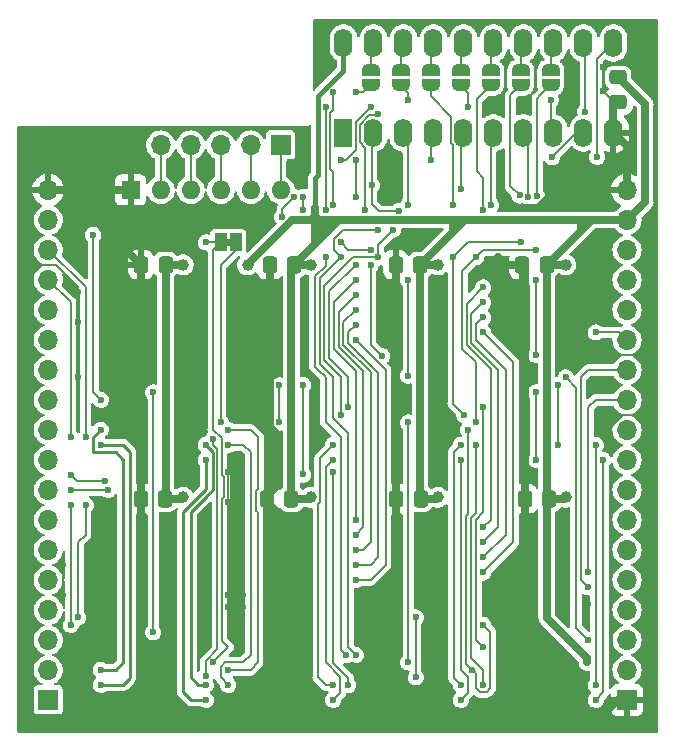
<source format=gbr>
%TF.GenerationSoftware,KiCad,Pcbnew,(6.0.1)*%
%TF.CreationDate,2022-01-30T19:22:39-07:00*%
%TF.ProjectId,Bondwell1MB,426f6e64-7765-46c6-9c31-4d422e6b6963,rev?*%
%TF.SameCoordinates,Original*%
%TF.FileFunction,Copper,L2,Bot*%
%TF.FilePolarity,Positive*%
%FSLAX46Y46*%
G04 Gerber Fmt 4.6, Leading zero omitted, Abs format (unit mm)*
G04 Created by KiCad (PCBNEW (6.0.1)) date 2022-01-30 19:22:39*
%MOMM*%
%LPD*%
G01*
G04 APERTURE LIST*
G04 Aperture macros list*
%AMRoundRect*
0 Rectangle with rounded corners*
0 $1 Rounding radius*
0 $2 $3 $4 $5 $6 $7 $8 $9 X,Y pos of 4 corners*
0 Add a 4 corners polygon primitive as box body*
4,1,4,$2,$3,$4,$5,$6,$7,$8,$9,$2,$3,0*
0 Add four circle primitives for the rounded corners*
1,1,$1+$1,$2,$3*
1,1,$1+$1,$4,$5*
1,1,$1+$1,$6,$7*
1,1,$1+$1,$8,$9*
0 Add four rect primitives between the rounded corners*
20,1,$1+$1,$2,$3,$4,$5,0*
20,1,$1+$1,$4,$5,$6,$7,0*
20,1,$1+$1,$6,$7,$8,$9,0*
20,1,$1+$1,$8,$9,$2,$3,0*%
%AMFreePoly0*
4,1,22,0.500000,-0.750000,0.000000,-0.750000,0.000000,-0.745033,-0.079941,-0.743568,-0.215256,-0.701293,-0.333266,-0.622738,-0.424486,-0.514219,-0.481581,-0.384460,-0.499164,-0.250000,-0.500000,-0.250000,-0.500000,0.250000,-0.499164,0.250000,-0.499963,0.256109,-0.478152,0.396186,-0.417904,0.524511,-0.324060,0.630769,-0.204165,0.706417,-0.067858,0.745374,0.000000,0.744959,0.000000,0.750000,
0.500000,0.750000,0.500000,-0.750000,0.500000,-0.750000,$1*%
%AMFreePoly1*
4,1,20,0.000000,0.744959,0.073905,0.744508,0.209726,0.703889,0.328688,0.626782,0.421226,0.519385,0.479903,0.390333,0.500000,0.250000,0.500000,-0.250000,0.499851,-0.262216,0.476331,-0.402017,0.414519,-0.529596,0.319384,-0.634700,0.198574,-0.708877,0.061801,-0.746166,0.000000,-0.745033,0.000000,-0.750000,-0.500000,-0.750000,-0.500000,0.750000,0.000000,0.750000,0.000000,0.744959,
0.000000,0.744959,$1*%
G04 Aperture macros list end*
%TA.AperFunction,SMDPad,CuDef*%
%ADD10FreePoly0,270.000000*%
%TD*%
%TA.AperFunction,SMDPad,CuDef*%
%ADD11FreePoly1,270.000000*%
%TD*%
%TA.AperFunction,ComponentPad*%
%ADD12O,1.600000X2.400000*%
%TD*%
%TA.AperFunction,ComponentPad*%
%ADD13R,1.600000X2.400000*%
%TD*%
%TA.AperFunction,ComponentPad*%
%ADD14R,1.700000X1.700000*%
%TD*%
%TA.AperFunction,ComponentPad*%
%ADD15O,1.700000X1.700000*%
%TD*%
%TA.AperFunction,ComponentPad*%
%ADD16R,1.600000X1.600000*%
%TD*%
%TA.AperFunction,ComponentPad*%
%ADD17O,1.600000X1.600000*%
%TD*%
%TA.AperFunction,SMDPad,CuDef*%
%ADD18RoundRect,0.250000X0.475000X-0.337500X0.475000X0.337500X-0.475000X0.337500X-0.475000X-0.337500X0*%
%TD*%
%TA.AperFunction,SMDPad,CuDef*%
%ADD19RoundRect,0.250000X-0.337500X-0.475000X0.337500X-0.475000X0.337500X0.475000X-0.337500X0.475000X0*%
%TD*%
%TA.AperFunction,SMDPad,CuDef*%
%ADD20R,1.000000X1.500000*%
%TD*%
%TA.AperFunction,ViaPad*%
%ADD21C,1.000000*%
%TD*%
%TA.AperFunction,ViaPad*%
%ADD22C,0.600000*%
%TD*%
%TA.AperFunction,Conductor*%
%ADD23C,0.203200*%
%TD*%
%TA.AperFunction,Conductor*%
%ADD24C,0.152400*%
%TD*%
%TA.AperFunction,Conductor*%
%ADD25C,0.381000*%
%TD*%
%TA.AperFunction,Conductor*%
%ADD26C,0.635000*%
%TD*%
%TA.AperFunction,Conductor*%
%ADD27C,0.254000*%
%TD*%
G04 APERTURE END LIST*
%TO.C,JR1*%
G36*
X89150000Y-88565000D02*
G01*
X88650000Y-88565000D01*
X88650000Y-87965000D01*
X89150000Y-87965000D01*
X89150000Y-88565000D01*
G37*
%TD*%
D10*
%TO.P,15,1*%
%TO.N,Net-(JP15-Pad1)*%
X116205000Y-73660000D03*
D11*
%TO.P,15,2*%
%TO.N,/~{RAS0}*%
X116205000Y-74960000D03*
%TD*%
D10*
%TO.P,12,1*%
%TO.N,Net-(JP12-Pad1)*%
X108585000Y-73660000D03*
D11*
%TO.P,12,2*%
%TO.N,/A9*%
X108585000Y-74960000D03*
%TD*%
D10*
%TO.P,13,1*%
%TO.N,Net-(JP13-Pad1)*%
X111125000Y-73660000D03*
D11*
%TO.P,13,2*%
%TO.N,/~{CAS1}*%
X111125000Y-74960000D03*
%TD*%
D10*
%TO.P,10,1*%
%TO.N,Net-(JP10-Pad1)*%
X103505000Y-73660000D03*
D11*
%TO.P,10,2*%
%TO.N,/~{CAS3}*%
X103505000Y-74960000D03*
%TD*%
D10*
%TO.P,9,1*%
%TO.N,Net-(JP9-Pad1)*%
X100965000Y-73645000D03*
D11*
%TO.P,9,2*%
%TO.N,/~{RAS1}*%
X100965000Y-74945000D03*
%TD*%
D10*
%TO.P,14,1*%
%TO.N,Net-(JP14-Pad1)*%
X113665000Y-73660000D03*
D11*
%TO.P,14,2*%
%TO.N,/~{CAS0}*%
X113665000Y-74960000D03*
%TD*%
D10*
%TO.P,11,1*%
%TO.N,Net-(JP11-Pad1)*%
X106045000Y-73660000D03*
D11*
%TO.P,11,2*%
%TO.N,/~{CAS2}*%
X106045000Y-74960000D03*
%TD*%
D12*
%TO.P,U5,20,VCC*%
%TO.N,VCC*%
X98660000Y-71380000D03*
%TO.P,U5,19,IO1*%
%TO.N,Net-(JP9-Pad1)*%
X101200000Y-71380000D03*
%TO.P,U5,18,IO2*%
%TO.N,Net-(JP10-Pad1)*%
X103740000Y-71380000D03*
%TO.P,U5,17,I03*%
%TO.N,Net-(JP11-Pad1)*%
X106280000Y-71380000D03*
%TO.P,U5,16,IO4*%
%TO.N,Net-(JP12-Pad1)*%
X108820000Y-71380000D03*
%TO.P,U5,15,IO5*%
%TO.N,Net-(JP13-Pad1)*%
X111360000Y-71380000D03*
%TO.P,U5,14,IO6*%
%TO.N,Net-(JP14-Pad1)*%
X113900000Y-71380000D03*
%TO.P,U5,13,IO7*%
%TO.N,Net-(JP15-Pad1)*%
X116440000Y-71380000D03*
%TO.P,U5,12,IO8*%
%TO.N,Net-(J1-Pad1)*%
X118980000Y-71380000D03*
%TO.P,U5,11,I10/~{OE}*%
%TO.N,Net-(J1-Pad2)*%
X121520000Y-71380000D03*
%TO.P,U5,10,GND*%
%TO.N,GND*%
X121520000Y-79000000D03*
%TO.P,U5,9,I9*%
%TO.N,Net-(J1-Pad3)*%
X118980000Y-79000000D03*
%TO.P,U5,8,I8*%
%TO.N,Net-(J1-Pad4)*%
X116440000Y-79000000D03*
%TO.P,U5,7,I7*%
%TO.N,/~{WE}*%
X113900000Y-79000000D03*
%TO.P,U5,6,I6*%
%TO.N,/~{B_RAS}*%
X111360000Y-79000000D03*
%TO.P,U5,5,I5*%
%TO.N,/~{B_CAS2}*%
X108820000Y-79000000D03*
%TO.P,U5,4,I4*%
%TO.N,/~{B_CAS3}*%
X106280000Y-79000000D03*
%TO.P,U5,3,I3*%
%TO.N,/~{B_CAS0}*%
X103740000Y-79000000D03*
%TO.P,U5,2,I2*%
%TO.N,/~{B_CAS1}*%
X101200000Y-79000000D03*
D13*
%TO.P,U5,1,I1/CLK*%
%TO.N,Net-(J1-Pad5)*%
X98660000Y-79000000D03*
%TD*%
D14*
%TO.P,J5,1,Pin_1*%
%TO.N,GND*%
X122660000Y-127000000D03*
D15*
%TO.P,J5,2,Pin_2*%
%TO.N,VCC*%
X122660000Y-124460000D03*
%TO.P,J5,3,Pin_3*%
%TO.N,/~{B_CAS0}*%
X122660000Y-121920000D03*
%TO.P,J5,4,Pin_4*%
%TO.N,/A0*%
X122660000Y-119380000D03*
%TO.P,J5,5,Pin_5*%
%TO.N,/A1*%
X122660000Y-116840000D03*
%TO.P,J5,6,Pin_6*%
%TO.N,/A2*%
X122660000Y-114300000D03*
%TO.P,J5,7,Pin_7*%
%TO.N,/A3*%
X122660000Y-111760000D03*
%TO.P,J5,8,Pin_8*%
%TO.N,/A4*%
X122660000Y-109220000D03*
%TO.P,J5,9,Pin_9*%
%TO.N,/A5*%
X122660000Y-106680000D03*
%TO.P,J5,10,Pin_10*%
%TO.N,/A6*%
X122660000Y-104140000D03*
%TO.P,J5,11,Pin_11*%
%TO.N,/A7*%
X122660000Y-101600000D03*
%TO.P,J5,12,Pin_12*%
%TO.N,/A8*%
X122660000Y-99060000D03*
%TO.P,J5,13,Pin_13*%
%TO.N,/~{WE}*%
X122660000Y-96520000D03*
%TO.P,J5,14,Pin_14*%
%TO.N,/~{B_RAS}*%
X122660000Y-93980000D03*
%TO.P,J5,15,Pin_15*%
%TO.N,/~{B_CAS3}*%
X122660000Y-91440000D03*
%TO.P,J5,16,Pin_16*%
%TO.N,/~{B_CAS2}*%
X122660000Y-88900000D03*
%TO.P,J5,17,Pin_17*%
%TO.N,VCC*%
X122660000Y-86360000D03*
%TO.P,J5,18,Pin_18*%
%TO.N,GND*%
X122660000Y-83820000D03*
%TD*%
D16*
%TO.P,RN1,1,common*%
%TO.N,GND*%
X80645000Y-83820000D03*
D17*
%TO.P,RN1,2,R1*%
%TO.N,Net-(J1-Pad5)*%
X83185000Y-83820000D03*
%TO.P,RN1,3,R2*%
%TO.N,Net-(J1-Pad4)*%
X85725000Y-83820000D03*
%TO.P,RN1,4,R3*%
%TO.N,Net-(J1-Pad3)*%
X88265000Y-83820000D03*
%TO.P,RN1,5,R4*%
%TO.N,Net-(J1-Pad2)*%
X90805000Y-83820000D03*
%TO.P,RN1,6,R5*%
%TO.N,Net-(J1-Pad1)*%
X93345000Y-83820000D03*
%TD*%
D14*
%TO.P,J1,1,Pin_1*%
%TO.N,Net-(J1-Pad1)*%
X93345000Y-80010000D03*
D15*
%TO.P,J1,2,Pin_2*%
%TO.N,Net-(J1-Pad2)*%
X90805000Y-80010000D03*
%TO.P,J1,3,Pin_3*%
%TO.N,Net-(J1-Pad3)*%
X88265000Y-80010000D03*
%TO.P,J1,4,Pin_4*%
%TO.N,Net-(J1-Pad4)*%
X85725000Y-80010000D03*
%TO.P,J1,5,Pin_5*%
%TO.N,Net-(J1-Pad5)*%
X83185000Y-80010000D03*
%TD*%
D14*
%TO.P,J6,1,Pin_1*%
%TO.N,/D0_IC4*%
X73660000Y-127000000D03*
D15*
%TO.P,J6,2,Pin_2*%
%TO.N,/D1_IC4*%
X73660000Y-124460000D03*
%TO.P,J6,3,Pin_3*%
%TO.N,/D2_IC4*%
X73660000Y-121920000D03*
%TO.P,J6,4,Pin_4*%
%TO.N,/D3_IC4*%
X73660000Y-119380000D03*
%TO.P,J6,5,Pin_5*%
%TO.N,/D0_IC3*%
X73660000Y-116840000D03*
%TO.P,J6,6,Pin_6*%
%TO.N,/D1_IC3*%
X73660000Y-114300000D03*
%TO.P,J6,7,Pin_7*%
%TO.N,/D2_IC3*%
X73660000Y-111760000D03*
%TO.P,J6,8,Pin_8*%
%TO.N,/D3_IC3*%
X73660000Y-109220000D03*
%TO.P,J6,9,Pin_9*%
%TO.N,/D0_IC2*%
X73660000Y-106680000D03*
%TO.P,J6,10,Pin_10*%
%TO.N,/D1_IC2*%
X73660000Y-104140000D03*
%TO.P,J6,11,Pin_11*%
%TO.N,/D2_IC2*%
X73660000Y-101600000D03*
%TO.P,J6,12,Pin_12*%
%TO.N,/D3_IC2*%
X73660000Y-99060000D03*
%TO.P,J6,13,Pin_13*%
%TO.N,/D0_IC1*%
X73660000Y-96520000D03*
%TO.P,J6,14,Pin_14*%
%TO.N,/D1_IC1*%
X73660000Y-93980000D03*
%TO.P,J6,15,Pin_15*%
%TO.N,/D2_IC1*%
X73660000Y-91440000D03*
%TO.P,J6,16,Pin_16*%
%TO.N,/D3_IC1*%
X73660000Y-88900000D03*
%TO.P,J6,17,Pin_17*%
%TO.N,/~{B_CAS1}*%
X73660000Y-86360000D03*
%TO.P,J6,18,Pin_18*%
%TO.N,GND*%
X73660000Y-83820000D03*
%TD*%
D18*
%TO.P,C1,1*%
%TO.N,GND*%
X121920000Y-76370000D03*
%TO.P,C1,2*%
%TO.N,VCC*%
X121920000Y-74295000D03*
%TD*%
D19*
%TO.P,C2,1*%
%TO.N,GND*%
X81534000Y-90170000D03*
%TO.P,C2,2*%
%TO.N,VCC*%
X83609000Y-90170000D03*
%TD*%
%TO.P,C3,1*%
%TO.N,GND*%
X103081000Y-90170000D03*
%TO.P,C3,2*%
%TO.N,VCC*%
X105156000Y-90170000D03*
%TD*%
%TO.P,C8,1*%
%TO.N,GND*%
X92180500Y-109982000D03*
%TO.P,C8,2*%
%TO.N,VCC*%
X94255500Y-109982000D03*
%TD*%
D20*
%TO.P,JR1,1,A*%
%TO.N,/~{RAS0}*%
X89550000Y-88265000D03*
%TO.P,JR1,2,B*%
%TO.N,/~{RAS1}*%
X88250000Y-88265000D03*
%TD*%
D19*
%TO.P,C7,1*%
%TO.N,GND*%
X113792000Y-90170000D03*
%TO.P,C7,2*%
%TO.N,VCC*%
X115867000Y-90170000D03*
%TD*%
%TO.P,C4,1*%
%TO.N,GND*%
X81491000Y-109982000D03*
%TO.P,C4,2*%
%TO.N,VCC*%
X83566000Y-109982000D03*
%TD*%
%TO.P,C5,1*%
%TO.N,GND*%
X103124000Y-109982000D03*
%TO.P,C5,2*%
%TO.N,VCC*%
X105199000Y-109982000D03*
%TD*%
%TO.P,C9,1*%
%TO.N,GND*%
X114024500Y-109982000D03*
%TO.P,C9,2*%
%TO.N,VCC*%
X116099500Y-109982000D03*
%TD*%
%TO.P,C6,1*%
%TO.N,GND*%
X92413000Y-90170000D03*
%TO.P,C6,2*%
%TO.N,VCC*%
X94488000Y-90170000D03*
%TD*%
D21*
%TO.N,VCC*%
X90551000Y-90170000D03*
D22*
%TO.N,/~{B_CAS1}*%
X103398100Y-85590600D03*
%TO.N,/~{B_CAS0}*%
X104140000Y-85090000D03*
D21*
%TO.N,VCC*%
X117475000Y-109855000D03*
X95885000Y-90170000D03*
D22*
X119260000Y-123820000D03*
D21*
X85090000Y-90170000D03*
X106680000Y-90170000D03*
X95885000Y-109855000D03*
X85090000Y-109855000D03*
X106680000Y-109855000D03*
X117475000Y-90170000D03*
D22*
%TO.N,GND*%
X78486000Y-99695000D03*
X78740000Y-80264000D03*
X102362000Y-118618000D03*
X119888000Y-84074000D03*
X120396000Y-98044000D03*
X115316000Y-126492000D03*
X81491000Y-126789000D03*
X72136000Y-95250000D03*
X100076000Y-118110000D03*
X82296000Y-95250000D03*
X111252000Y-119126000D03*
X78994000Y-110490000D03*
X114024500Y-118385500D03*
X106934000Y-119888000D03*
X75692000Y-86106000D03*
X76200000Y-92456000D03*
X116332000Y-82804000D03*
X114808000Y-127508000D03*
X79756000Y-86106000D03*
X90170000Y-119126000D03*
X79756000Y-79248000D03*
X77724000Y-79248000D03*
X81491000Y-118153000D03*
X103124000Y-126746000D03*
X82550000Y-124460000D03*
X103124000Y-118110000D03*
X120269000Y-128651000D03*
X101346000Y-119380000D03*
X114046000Y-107950000D03*
X100076000Y-119380000D03*
X91186000Y-99695000D03*
X76962000Y-81788000D03*
X76200000Y-127254000D03*
X83820000Y-119380000D03*
X118364000Y-73406000D03*
X77470000Y-121412000D03*
X123952000Y-123190000D03*
X123952000Y-97790000D03*
X88900000Y-119126000D03*
X78740000Y-81788000D03*
X117348000Y-118618000D03*
X114173000Y-128905000D03*
X84582000Y-82042000D03*
X93980000Y-119380000D03*
X107569000Y-128905000D03*
X88900000Y-110236000D03*
X75946000Y-79248000D03*
X77470000Y-118110000D03*
X82296000Y-93980000D03*
X103124000Y-119380000D03*
X117602000Y-76962000D03*
X121412000Y-123190000D03*
X88900000Y-118110000D03*
X76200000Y-89662000D03*
X93980000Y-118110000D03*
X72136000Y-97790000D03*
X91186000Y-87630000D03*
X118491000Y-128905000D03*
X72136000Y-105410000D03*
X114024500Y-106404500D03*
X81491000Y-119423000D03*
X90170000Y-118110000D03*
X74422000Y-79248000D03*
X95504000Y-98044000D03*
X72136000Y-102870000D03*
X113284000Y-119634000D03*
X81534000Y-106299000D03*
X82296000Y-87630000D03*
X99314000Y-127762000D03*
X88900000Y-107696000D03*
X120670600Y-73406000D03*
X77470000Y-123190000D03*
X86868000Y-82296000D03*
X73660000Y-80264000D03*
X111887000Y-128905000D03*
X120650000Y-91186000D03*
X93726000Y-125730000D03*
X81534000Y-86106000D03*
X72136000Y-107950000D03*
X123952000Y-118110000D03*
X101346000Y-118110000D03*
X114024500Y-126640500D03*
X115189000Y-122555000D03*
X123952000Y-102870000D03*
X106934000Y-118110000D03*
X74930000Y-115570000D03*
X92180500Y-118131500D03*
X79756000Y-99695000D03*
X93472000Y-123825000D03*
X83312000Y-86106000D03*
X77470000Y-119380000D03*
X109601000Y-128905000D03*
X75184000Y-80264000D03*
X91440000Y-86614000D03*
X119380000Y-118872000D03*
X121412000Y-107950000D03*
X73660000Y-81788000D03*
X86868000Y-91186000D03*
X114808000Y-108458000D03*
X106172000Y-119126000D03*
X87122000Y-118110000D03*
X111252000Y-76962000D03*
X113538000Y-97282000D03*
X77216000Y-114554000D03*
X78740000Y-119380000D03*
X72136000Y-81788000D03*
X76200000Y-99695000D03*
X82042000Y-81788000D03*
X81491000Y-124249000D03*
X95504000Y-119380000D03*
X72136000Y-85090000D03*
X77724000Y-127254000D03*
X72136000Y-113030000D03*
X109982000Y-127762000D03*
X87122000Y-119126000D03*
X74930000Y-118110000D03*
X98171000Y-128905000D03*
X112395000Y-85090000D03*
X105156000Y-118110000D03*
X80518000Y-87630000D03*
X75184000Y-81788000D03*
X80772000Y-80264000D03*
X72136000Y-80264000D03*
X120142000Y-100584000D03*
X76962000Y-80264000D03*
X103124000Y-128905000D03*
X93980000Y-127762000D03*
X114024500Y-121179500D03*
X72136000Y-100330000D03*
X72136000Y-87630000D03*
X120670600Y-75438000D03*
X72898000Y-79248000D03*
X111252000Y-117856000D03*
X76454000Y-122428000D03*
X89662000Y-99695000D03*
X72136000Y-90170000D03*
X112522000Y-118364000D03*
X85090000Y-99695000D03*
X112268000Y-120650000D03*
X92180500Y-119401500D03*
X82550000Y-123190000D03*
X83820000Y-118110000D03*
X88900000Y-86233000D03*
X115189000Y-123825000D03*
X120904000Y-104140000D03*
X101219000Y-128905000D03*
X85344000Y-86106000D03*
X106680000Y-98044000D03*
X103124000Y-106426000D03*
X93472000Y-111760000D03*
X82296000Y-96520000D03*
X116459000Y-128905000D03*
X101854000Y-84582000D03*
X83312000Y-124206000D03*
X95504000Y-118110000D03*
X105537000Y-128905000D03*
X80772000Y-81788000D03*
X118364000Y-75438000D03*
X82296000Y-92710000D03*
X76200000Y-94996000D03*
X111760000Y-89535000D03*
X113792000Y-76962000D03*
X92413000Y-106383000D03*
X84328000Y-87630000D03*
X120142000Y-88392000D03*
X72136000Y-92710000D03*
X121412000Y-120650000D03*
X78740000Y-118110000D03*
X92180500Y-126470500D03*
X103124000Y-97790000D03*
X77089000Y-85725000D03*
%TO.N,Net-(J1-Pad4)*%
X116205000Y-76200000D03*
X100965000Y-76835000D03*
X98425000Y-81280000D03*
%TO.N,Net-(J1-Pad3)*%
X116332000Y-81055610D03*
%TO.N,Net-(J1-Pad2)*%
X120142000Y-81026000D03*
%TO.N,Net-(J1-Pad1)*%
X119126000Y-77216000D03*
%TO.N,/~{B_CAS2}*%
X108585000Y-83737699D03*
X93472000Y-86106000D03*
X94497597Y-84386899D03*
%TO.N,/~{B_CAS3}*%
X99695000Y-84455000D03*
X100965000Y-90170000D03*
X98425000Y-88265000D03*
X100965000Y-88900000D03*
X101918656Y-97892864D03*
X99695000Y-81280000D03*
X106045000Y-81280000D03*
%TO.N,/~{B_RAS}*%
X111125000Y-85090000D03*
%TO.N,/~{WE}*%
X114300000Y-84455000D03*
X120015000Y-95885000D03*
X86985647Y-124978155D03*
X114935000Y-97790000D03*
X87609131Y-104901899D03*
X114935000Y-91440000D03*
%TO.N,/A8*%
X119380000Y-117475000D03*
X99695000Y-116840000D03*
X99695000Y-96520000D03*
%TO.N,/A7*%
X99695000Y-95250000D03*
X99695000Y-115570000D03*
X119380000Y-116205000D03*
%TO.N,/A6*%
X99695000Y-93980000D03*
X99695000Y-114300000D03*
%TO.N,/A5*%
X99695000Y-92710000D03*
X99695000Y-113030000D03*
%TO.N,/A4*%
X99695000Y-111760000D03*
X99695000Y-91440000D03*
%TO.N,/A3*%
X110490000Y-112395000D03*
X110490000Y-92075000D03*
%TO.N,/A2*%
X110490000Y-93345000D03*
X110490000Y-113665000D03*
%TO.N,/A1*%
X110490000Y-94615000D03*
X110490000Y-114935000D03*
%TO.N,/A0*%
X110482001Y-116212999D03*
X110490000Y-95885000D03*
%TO.N,/~{B_CAS0}*%
X119380000Y-121920000D03*
X117475000Y-99695000D03*
X104140000Y-91440000D03*
X104140000Y-99556980D03*
%TO.N,/~{B_CAS1}*%
X95250000Y-84386899D03*
X101049003Y-83428127D03*
X95250000Y-85542499D03*
%TO.N,/D3_IC1*%
X104775000Y-120015000D03*
X104775000Y-125095000D03*
X109855000Y-105410000D03*
X76835000Y-104775000D03*
X76835000Y-110490000D03*
X76200000Y-120015000D03*
X110490000Y-125730000D03*
%TO.N,/D2_IC1*%
X110490000Y-120650000D03*
X109220000Y-104140000D03*
X75565000Y-110490000D03*
X75565000Y-120650000D03*
X109577432Y-124460001D03*
X75565000Y-104775000D03*
%TO.N,/D1_IC1*%
X116840000Y-105410000D03*
X120015000Y-105410000D03*
X116840000Y-100330000D03*
X120015000Y-125730000D03*
%TO.N,/D0_IC1*%
X120015000Y-127000000D03*
X114935000Y-100965000D03*
X114935000Y-106680000D03*
X120650000Y-106680000D03*
%TO.N,/D3_IC2*%
X99060000Y-125730000D03*
X95250000Y-100330000D03*
X97790000Y-107696000D03*
X95250000Y-107915191D03*
%TO.N,/D2_IC2*%
X104140000Y-103505000D03*
X93230500Y-100363400D03*
X104140000Y-123825000D03*
X93230500Y-103513000D03*
%TO.N,/D1_IC2*%
X78486000Y-108458000D03*
X108585000Y-125730000D03*
X75565000Y-107950000D03*
X108585000Y-105410000D03*
%TO.N,/D0_IC2*%
X108585000Y-106680000D03*
X108585000Y-127000000D03*
X78740000Y-109220000D03*
X75565000Y-109220000D03*
%TO.N,/D3_IC3*%
X88900000Y-105410000D03*
X88900000Y-125730000D03*
%TO.N,/D2_IC3*%
X88900000Y-124460000D03*
X88900000Y-104140000D03*
%TO.N,/D1_IC3*%
X97790000Y-105410000D03*
X97790000Y-125730000D03*
%TO.N,/D0_IC3*%
X97790000Y-106680000D03*
X97790000Y-127000000D03*
%TO.N,/D3_IC4*%
X78105000Y-105410000D03*
X78105000Y-125730000D03*
%TO.N,/D2_IC4*%
X78105000Y-104140000D03*
X78105000Y-124460000D03*
%TO.N,/D1_IC4*%
X86995000Y-125730000D03*
X86995000Y-105410000D03*
%TO.N,/D0_IC4*%
X86995000Y-127000000D03*
X86995000Y-106680000D03*
%TO.N,/A9*%
X109220000Y-76835000D03*
X99060000Y-102235000D03*
X110490000Y-102235000D03*
X101617917Y-77419384D03*
X99695000Y-90170000D03*
X100495003Y-85542500D03*
X110490000Y-122555000D03*
%TO.N,/~{OE}*%
X82550000Y-100965000D03*
X78105000Y-101600000D03*
X77470000Y-87630000D03*
X82550000Y-121285000D03*
%TO.N,/~{CAS0}*%
X108892882Y-102870000D03*
X113565534Y-84291699D03*
X107950000Y-89535000D03*
X113665000Y-88265000D03*
%TO.N,/~{CAS1}*%
X102870000Y-87177500D03*
X98425000Y-102870000D03*
X101600000Y-89535000D03*
X110490000Y-85542500D03*
%TO.N,/~{CAS2}*%
X99695000Y-123190000D03*
X101600000Y-87177500D03*
X107950000Y-85090000D03*
X98425000Y-89535000D03*
%TO.N,/~{CAS3}*%
X104140000Y-76200000D03*
X98869603Y-123215394D03*
X97155000Y-76835000D03*
X97155000Y-89535000D03*
X97155000Y-85542500D03*
%TO.N,/~{RAS0}*%
X88265000Y-103505000D03*
X115062000Y-84328000D03*
X109855000Y-103505000D03*
X109855000Y-89535000D03*
X114935000Y-88900000D03*
%TO.N,/~{RAS1}*%
X99695000Y-75565000D03*
X97790000Y-75565000D03*
X86995000Y-88265000D03*
X97806508Y-85078237D03*
X87630000Y-123825000D03*
%TD*%
D23*
%TO.N,/A9*%
X100495003Y-85542500D02*
X100495003Y-80252914D01*
X100839405Y-77470000D02*
X101567301Y-77470000D01*
X100495003Y-80252914D02*
X100018811Y-79776722D01*
X100018811Y-79776722D02*
X100018811Y-78290594D01*
X100018811Y-78290594D02*
X100839405Y-77470000D01*
X101567301Y-77470000D02*
X101617917Y-77419384D01*
D24*
%TO.N,/~{B_CAS1}*%
X101049003Y-83428127D02*
X101049003Y-84991503D01*
X101049003Y-84991503D02*
X101676101Y-85618601D01*
X101676101Y-85618601D02*
X103370099Y-85618601D01*
X103370099Y-85618601D02*
X103398100Y-85590600D01*
D23*
%TO.N,/~{RAS1}*%
X97806508Y-85078237D02*
X97806508Y-82295610D01*
X97806508Y-82295610D02*
X97558399Y-82047501D01*
X97558399Y-82047501D02*
X97558399Y-77321971D01*
X97558399Y-77321971D02*
X97790000Y-77090370D01*
X97790000Y-77090370D02*
X97790000Y-75565000D01*
D25*
%TO.N,VCC*%
X96227510Y-85382490D02*
X96227510Y-82842490D01*
X96520000Y-78486000D02*
X96512099Y-78478099D01*
X96227510Y-82842490D02*
X96520000Y-82550000D01*
X96520000Y-82550000D02*
X96520000Y-78486000D01*
X96512099Y-78478099D02*
X96512099Y-75891407D01*
X96512099Y-75891407D02*
X98660000Y-73743506D01*
X98660000Y-73743506D02*
X98660000Y-71380000D01*
D26*
X98044000Y-86614000D02*
X96139000Y-88519000D01*
X84963000Y-109982000D02*
X85090000Y-109855000D01*
X96520000Y-88138000D02*
X96139000Y-88519000D01*
X97536000Y-86614000D02*
X97155000Y-86995000D01*
X118745000Y-86360000D02*
X118745000Y-87292000D01*
X96227510Y-85382490D02*
X96227510Y-86017490D01*
X98298000Y-86360000D02*
X98044000Y-86614000D01*
X96227510Y-88430490D02*
X96139000Y-88519000D01*
X119677000Y-86360000D02*
X118576000Y-87461000D01*
X96227510Y-86067510D02*
X96520000Y-86360000D01*
X105199000Y-109982000D02*
X106553000Y-109982000D01*
X115867000Y-109749500D02*
X116099500Y-109982000D01*
X120015000Y-86360000D02*
X118745000Y-86360000D01*
X83609000Y-109939000D02*
X83566000Y-109982000D01*
X107950000Y-86360000D02*
X98298000Y-86360000D01*
X96520000Y-87630000D02*
X96520000Y-88138000D01*
X96520000Y-86360000D02*
X95885000Y-86360000D01*
X98298000Y-86360000D02*
X96520000Y-86360000D01*
X124206000Y-76581000D02*
X124206000Y-84814000D01*
X106553000Y-109982000D02*
X106680000Y-109855000D01*
X117348000Y-109982000D02*
X117475000Y-109855000D01*
X121920000Y-74295000D02*
X124206000Y-76581000D01*
X98044000Y-86614000D02*
X97536000Y-86614000D01*
X96520000Y-86360000D02*
X96520000Y-87630000D01*
X96139000Y-88519000D02*
X94488000Y-90170000D01*
X118745000Y-87292000D02*
X118576000Y-87461000D01*
X97155000Y-86995000D02*
X96520000Y-86360000D01*
X96227510Y-85382490D02*
X96227510Y-86067510D01*
X105156000Y-109939000D02*
X105199000Y-109982000D01*
X94325074Y-86360000D02*
X90515074Y-90170000D01*
X107950000Y-86360000D02*
X107950000Y-87376000D01*
X83609000Y-90170000D02*
X85090000Y-90170000D01*
X94255500Y-109982000D02*
X95758000Y-109982000D01*
X120015000Y-86360000D02*
X119677000Y-86360000D01*
X116099500Y-109982000D02*
X117348000Y-109982000D01*
X105156000Y-90170000D02*
X106680000Y-90170000D01*
X115867000Y-108253000D02*
X115867000Y-109749500D01*
X118576000Y-87461000D02*
X115867000Y-90170000D01*
X119260000Y-123450000D02*
X119260000Y-123820000D01*
X94488000Y-90170000D02*
X95885000Y-90170000D01*
X107823000Y-87503000D02*
X105156000Y-90170000D01*
X83566000Y-109982000D02*
X84963000Y-109982000D01*
X96227510Y-86017490D02*
X96227510Y-88430490D01*
X115867000Y-90170000D02*
X115867000Y-108253000D01*
X122660000Y-86360000D02*
X120015000Y-86360000D01*
X118745000Y-86360000D02*
X108966000Y-86360000D01*
X98298000Y-86360000D02*
X94325074Y-86360000D01*
X105156000Y-90170000D02*
X105156000Y-109939000D01*
X115867000Y-108253000D02*
X115867000Y-120057000D01*
X108966000Y-86360000D02*
X107823000Y-87503000D01*
X124206000Y-84814000D02*
X122660000Y-86360000D01*
X94255500Y-90402500D02*
X94488000Y-90170000D01*
X96520000Y-87630000D02*
X97155000Y-86995000D01*
X96227510Y-86017490D02*
X95885000Y-86360000D01*
X107950000Y-87376000D02*
X107823000Y-87503000D01*
X95758000Y-109982000D02*
X95885000Y-109855000D01*
X115867000Y-90170000D02*
X117475000Y-90170000D01*
X94255500Y-109982000D02*
X94255500Y-90402500D01*
X115867000Y-120057000D02*
X119260000Y-123450000D01*
X108966000Y-86360000D02*
X107950000Y-86360000D01*
X83609000Y-90170000D02*
X83609000Y-109939000D01*
%TO.N,GND*%
X114024500Y-118385500D02*
X114024500Y-121179500D01*
X114024500Y-121179500D02*
X114024500Y-126640500D01*
X103124000Y-118110000D02*
X103124000Y-119380000D01*
X103124000Y-119380000D02*
X103124000Y-126746000D01*
X92180500Y-118131500D02*
X92180500Y-119401500D01*
X92180500Y-119401500D02*
X92180500Y-126470500D01*
X81491000Y-118153000D02*
X81491000Y-109982000D01*
X81491000Y-119423000D02*
X81491000Y-118153000D01*
X81491000Y-124249000D02*
X81491000Y-119423000D01*
X98171000Y-128905000D02*
X93345000Y-128905000D01*
X101219000Y-128905000D02*
X98171000Y-128905000D01*
X103505000Y-128905000D02*
X102870000Y-128905000D01*
X105537000Y-128905000D02*
X103505000Y-128905000D01*
X107569000Y-128905000D02*
X105537000Y-128905000D01*
X109601000Y-128905000D02*
X107569000Y-128905000D01*
X111887000Y-128905000D02*
X109601000Y-128905000D01*
X114173000Y-128905000D02*
X111887000Y-128905000D01*
X116459000Y-128905000D02*
X114300000Y-128905000D01*
X118491000Y-128905000D02*
X116459000Y-128905000D01*
X120269000Y-128651000D02*
X120015000Y-128905000D01*
X77089000Y-85725000D02*
X81534000Y-90170000D01*
X103124000Y-97790000D02*
X103124000Y-90213000D01*
X114024500Y-109982000D02*
X114024500Y-107674500D01*
X114024500Y-126640500D02*
X114024500Y-128629500D01*
D24*
X76200000Y-92456000D02*
X76200000Y-92031736D01*
D26*
X91186000Y-102616000D02*
X91186000Y-99822000D01*
D23*
X118364000Y-76200000D02*
X117602000Y-76962000D01*
D26*
X92180500Y-110722500D02*
X92180500Y-118131500D01*
X122660000Y-83820000D02*
X122660000Y-80140000D01*
X92180500Y-110468500D02*
X93472000Y-111760000D01*
X122660000Y-127000000D02*
X121920000Y-127000000D01*
X103124000Y-128651000D02*
X102870000Y-128905000D01*
X92180500Y-109982000D02*
X92180500Y-110722500D01*
D23*
X120650000Y-91186000D02*
X120142000Y-90678000D01*
X123952000Y-102870000D02*
X122296078Y-102870000D01*
D26*
X81491000Y-127846000D02*
X81491000Y-126789000D01*
X103124000Y-90213000D02*
X103081000Y-90170000D01*
X103124000Y-106426000D02*
X103124000Y-97790000D01*
X93472000Y-111506000D02*
X93472000Y-111760000D01*
X103124000Y-126746000D02*
X103124000Y-128651000D01*
X93218000Y-108712000D02*
X93218000Y-104648000D01*
X81534000Y-90170000D02*
X81534000Y-106299000D01*
X76644500Y-85280500D02*
X77089000Y-85725000D01*
X92180500Y-110214500D02*
X93472000Y-111506000D01*
D23*
X120670600Y-73406000D02*
X120670600Y-75438000D01*
X74930000Y-115570000D02*
X74930000Y-118110000D01*
D24*
X74338264Y-90170000D02*
X72136000Y-90170000D01*
D23*
X115062000Y-122428000D02*
X115062000Y-123444000D01*
D26*
X81534000Y-109939000D02*
X81491000Y-109982000D01*
D23*
X92180500Y-110468500D02*
X92180500Y-109982000D01*
X78994000Y-112776000D02*
X77216000Y-114554000D01*
D26*
X73660000Y-83820000D02*
X75184000Y-83820000D01*
D23*
X120650000Y-97790000D02*
X120396000Y-98044000D01*
D26*
X112694999Y-85389999D02*
X115139455Y-85389999D01*
X75692000Y-84328000D02*
X76200000Y-83820000D01*
X114300000Y-128905000D02*
X114173000Y-128905000D01*
D24*
X114024500Y-107674500D02*
X114024500Y-107928500D01*
D26*
X114024500Y-106404500D02*
X114024500Y-90402500D01*
D23*
X78994000Y-110490000D02*
X78994000Y-112776000D01*
D26*
X114024500Y-128629500D02*
X114300000Y-128905000D01*
X113792000Y-90170000D02*
X112395000Y-90170000D01*
X76200000Y-84836000D02*
X76644500Y-85280500D01*
D23*
X121026078Y-104140000D02*
X120904000Y-104140000D01*
D26*
X121520000Y-76770000D02*
X121920000Y-76370000D01*
X112395000Y-90170000D02*
X111760000Y-89535000D01*
D23*
X88900000Y-107696000D02*
X88900000Y-110236000D01*
D26*
X76009500Y-84645500D02*
X76644500Y-85280500D01*
X92180500Y-109982000D02*
X92180500Y-109749500D01*
X115139455Y-85389999D02*
X116332000Y-84197454D01*
X114024500Y-90402500D02*
X113792000Y-90170000D01*
D24*
X76200000Y-99809400D02*
X76200000Y-94996000D01*
D26*
X75692000Y-84328000D02*
X76009500Y-84645500D01*
X92964000Y-108966000D02*
X92964000Y-106934000D01*
D23*
X115062000Y-123444000D02*
X115316000Y-123698000D01*
D26*
X121520000Y-79000000D02*
X121520000Y-76770000D01*
D24*
X114046000Y-107950000D02*
X114300000Y-107950000D01*
D23*
X87122000Y-118110000D02*
X87122000Y-119126000D01*
D26*
X92180500Y-126470500D02*
X92180500Y-127740500D01*
D23*
X114024500Y-121390500D02*
X115062000Y-122428000D01*
X118364000Y-75438000D02*
X118364000Y-73406000D01*
D26*
X121920000Y-127000000D02*
X120269000Y-128651000D01*
X103124000Y-109982000D02*
X103124000Y-106426000D01*
X93472000Y-111760000D02*
X92434500Y-110722500D01*
X92180500Y-109749500D02*
X92964000Y-108966000D01*
X73660000Y-83820000D02*
X76200000Y-83820000D01*
D24*
X114024500Y-107928500D02*
X114046000Y-107950000D01*
D23*
X121920000Y-76370000D02*
X121602600Y-76370000D01*
D26*
X92413000Y-90170000D02*
X92413000Y-106383000D01*
D24*
X76200000Y-86614000D02*
X75692000Y-86106000D01*
D26*
X81534000Y-106299000D02*
X81534000Y-109939000D01*
X92964000Y-106934000D02*
X92413000Y-106383000D01*
X81491000Y-126789000D02*
X81491000Y-124249000D01*
X92180500Y-109982000D02*
X92180500Y-110214500D01*
X76200000Y-84455000D02*
X76009500Y-84645500D01*
D23*
X123952000Y-97790000D02*
X120650000Y-97790000D01*
D24*
X76200000Y-92031736D02*
X74338264Y-90170000D01*
D23*
X114024500Y-121179500D02*
X114024500Y-121390500D01*
D26*
X114024500Y-107674500D02*
X114024500Y-106404500D01*
X114024500Y-109982000D02*
X114024500Y-118385500D01*
D23*
X121602600Y-76370000D02*
X120670600Y-75438000D01*
D26*
X75184000Y-83820000D02*
X75692000Y-84328000D01*
X116332000Y-84197454D02*
X116332000Y-82804000D01*
X92964000Y-108966000D02*
X93218000Y-108712000D01*
X82550000Y-128905000D02*
X81491000Y-127846000D01*
X102870000Y-128905000D02*
X101219000Y-128905000D01*
D24*
X114300000Y-107950000D02*
X114808000Y-108458000D01*
D26*
X76200000Y-84455000D02*
X76200000Y-84836000D01*
X103124000Y-109982000D02*
X103124000Y-118110000D01*
D25*
X92434500Y-110722500D02*
X92180500Y-110722500D01*
D26*
X122660000Y-80140000D02*
X121520000Y-79000000D01*
X76200000Y-83820000D02*
X76200000Y-84455000D01*
D23*
X121412000Y-120650000D02*
X121412000Y-123190000D01*
D26*
X92413000Y-106383000D02*
X92413000Y-109749500D01*
D23*
X88900000Y-118110000D02*
X90170000Y-118110000D01*
X118364000Y-75438000D02*
X118364000Y-76200000D01*
D26*
X76200000Y-83820000D02*
X80645000Y-83820000D01*
X120015000Y-128905000D02*
X118491000Y-128905000D01*
D24*
X76200000Y-89662000D02*
X76200000Y-86614000D01*
D26*
X93218000Y-104648000D02*
X91186000Y-102616000D01*
D23*
X122296078Y-102870000D02*
X121026078Y-104140000D01*
D26*
X92180500Y-127740500D02*
X92180500Y-128799500D01*
X112395000Y-85090000D02*
X112694999Y-85389999D01*
X92413000Y-109749500D02*
X92180500Y-109982000D01*
X93345000Y-128905000D02*
X92075000Y-128905000D01*
X92180500Y-128799500D02*
X92075000Y-128905000D01*
D23*
X120142000Y-90678000D02*
X120142000Y-88392000D01*
D26*
X92075000Y-128905000D02*
X82550000Y-128905000D01*
D23*
%TO.N,Net-(J1-Pad5)*%
X83185000Y-80010000D02*
X83185000Y-83820000D01*
%TO.N,Net-(J1-Pad4)*%
X85725000Y-80010000D02*
X85725000Y-83820000D01*
D24*
X99688601Y-78111399D02*
X100965000Y-76835000D01*
X99688601Y-80440663D02*
X99688601Y-78111399D01*
X116205000Y-78765000D02*
X116440000Y-79000000D01*
X98425000Y-81280000D02*
X98849264Y-81280000D01*
X116205000Y-76200000D02*
X116205000Y-78765000D01*
X98849264Y-81280000D02*
X99688601Y-80440663D01*
%TO.N,Net-(J1-Pad3)*%
X118387610Y-79000000D02*
X118980000Y-79000000D01*
X116332000Y-81055610D02*
X118387610Y-79000000D01*
D23*
X88265000Y-80010000D02*
X88265000Y-83820000D01*
D24*
%TO.N,Net-(J1-Pad2)*%
X120142000Y-72758000D02*
X121520000Y-71380000D01*
X120142000Y-81026000D02*
X120142000Y-77978000D01*
X120142000Y-77978000D02*
X120142000Y-72758000D01*
D23*
X90805000Y-80010000D02*
X90805000Y-83820000D01*
%TO.N,Net-(J1-Pad1)*%
X119126000Y-71526000D02*
X118980000Y-71380000D01*
X119126000Y-77216000D02*
X119126000Y-71526000D01*
X93345000Y-80010000D02*
X93345000Y-83820000D01*
D24*
%TO.N,/~{B_CAS2}*%
X94497597Y-84386899D02*
X93472000Y-85412496D01*
D23*
X108585000Y-81915000D02*
X108585000Y-79235000D01*
D24*
X93472000Y-85412496D02*
X93472000Y-86106000D01*
D23*
X108585000Y-81915000D02*
X108585000Y-83737699D01*
X108585000Y-79235000D02*
X108820000Y-79000000D01*
%TO.N,/~{B_CAS3}*%
X99695000Y-84455000D02*
X99695000Y-81280000D01*
X106045000Y-81280000D02*
X106045000Y-79235000D01*
X99060000Y-88900000D02*
X98425000Y-88265000D01*
X101918656Y-97892864D02*
X100965000Y-96939208D01*
X100965000Y-96939208D02*
X100965000Y-90170000D01*
X100965000Y-88900000D02*
X99060000Y-88900000D01*
X106045000Y-79235000D02*
X106280000Y-79000000D01*
%TO.N,/~{B_RAS}*%
X111125000Y-79235000D02*
X111360000Y-79000000D01*
D24*
X111125000Y-85090000D02*
X111125000Y-79235000D01*
D23*
%TO.N,/~{WE}*%
X114935000Y-91440000D02*
X114935000Y-97790000D01*
X113900000Y-79000000D02*
X114266601Y-79366601D01*
X114266601Y-79366601D02*
X114266601Y-84421601D01*
X122025000Y-95885000D02*
X122660000Y-96520000D01*
D24*
X87985120Y-122723017D02*
X87985120Y-105765120D01*
X87630000Y-104922768D02*
X87609131Y-104901899D01*
X86985647Y-124978155D02*
X86985647Y-123722490D01*
D23*
X114266601Y-84421601D02*
X114300000Y-84455000D01*
D24*
X86985647Y-123722490D02*
X87985120Y-122723017D01*
X87630000Y-105410000D02*
X87630000Y-104922768D01*
D23*
X120015000Y-95885000D02*
X122025000Y-95885000D01*
D24*
X87985120Y-105765120D02*
X87630000Y-105410000D01*
D23*
%TO.N,/A8*%
X102235000Y-107315000D02*
X102235000Y-99060000D01*
X102234890Y-107315110D02*
X102235000Y-107315000D01*
X102235000Y-99060000D02*
X99695000Y-96520000D01*
X119380000Y-99060000D02*
X122660000Y-99060000D01*
X118745000Y-99695000D02*
X119380000Y-99060000D01*
X119380000Y-117475000D02*
X118745000Y-116840000D01*
X99695000Y-116840000D02*
X100965000Y-116840000D01*
X102234890Y-115570110D02*
X102234890Y-107315110D01*
X100965000Y-116840000D02*
X102234890Y-115570110D01*
X118745000Y-116840000D02*
X118745000Y-99695000D01*
%TO.N,/A7*%
X119380000Y-116205000D02*
X119380000Y-102235000D01*
X99060000Y-96775370D02*
X101600000Y-99315370D01*
X101600000Y-114935000D02*
X100965000Y-115570000D01*
X101600000Y-99315370D02*
X101600000Y-114935000D01*
X119380000Y-102235000D02*
X120015000Y-101600000D01*
X99695000Y-95250000D02*
X99060000Y-95885000D01*
X100965000Y-115570000D02*
X99695000Y-115570000D01*
X99060000Y-95885000D02*
X99060000Y-96775370D01*
X120015000Y-101600000D02*
X122660000Y-101600000D01*
%TO.N,/A6*%
X99695000Y-114300000D02*
X100330000Y-114300000D01*
X98656790Y-96942385D02*
X98656790Y-95018210D01*
X100330000Y-114300000D02*
X100965000Y-113665000D01*
X98656790Y-95018210D02*
X99695000Y-93980000D01*
X100965000Y-99250594D02*
X98656790Y-96942385D01*
X100965000Y-113665000D02*
X100965000Y-99250594D01*
%TO.N,/A5*%
X98253580Y-94151420D02*
X98253580Y-97109400D01*
X98253580Y-97109400D02*
X100330000Y-99185820D01*
X99695000Y-92710000D02*
X98253580Y-94151420D01*
X100330000Y-99185820D02*
X100330000Y-112395000D01*
X100330000Y-112395000D02*
X99695000Y-113030000D01*
%TO.N,/A4*%
X98086566Y-97512610D02*
X99695000Y-99121044D01*
X99695000Y-91440000D02*
X97850370Y-93284630D01*
X99695000Y-99121044D02*
X99695000Y-111760000D01*
X97850370Y-97276415D02*
X98086566Y-97512610D01*
X97850370Y-93284630D02*
X97850370Y-97276415D01*
%TO.N,/A3*%
X109081979Y-93483021D02*
X110490000Y-92075000D01*
X109081979Y-96952204D02*
X109081979Y-93483021D01*
X110490000Y-112395000D02*
X111125000Y-111760000D01*
X111125000Y-98995224D02*
X109081979Y-96952204D01*
X111125000Y-111760000D02*
X111125000Y-98995224D01*
%TO.N,/A2*%
X109485189Y-94349811D02*
X109485189Y-96785189D01*
X111760000Y-112395000D02*
X110490000Y-113665000D01*
X110490000Y-93345000D02*
X109485189Y-94349811D01*
X111760000Y-99060000D02*
X111760000Y-112395000D01*
X109485189Y-96785189D02*
X111760000Y-99060000D01*
%TO.N,/A1*%
X109888399Y-96553399D02*
X109888399Y-95216601D01*
X112395000Y-113030000D02*
X112395000Y-99060000D01*
X109888399Y-95216601D02*
X110490000Y-94615000D01*
X110490000Y-114935000D02*
X112395000Y-113030000D01*
X112395000Y-99060000D02*
X109888399Y-96553399D01*
%TO.N,/A0*%
X110490000Y-95885000D02*
X113030000Y-98425000D01*
X113030000Y-98425000D02*
X113030000Y-113665000D01*
X113030000Y-113665000D02*
X110482001Y-116212999D01*
%TO.N,/~{B_CAS0}*%
X104140000Y-79400000D02*
X103740000Y-79000000D01*
X118341790Y-120881790D02*
X119380000Y-121920000D01*
X104140000Y-91440000D02*
X104140000Y-99556980D01*
X104140000Y-85090000D02*
X104140000Y-79400000D01*
X117475000Y-99695000D02*
X118341790Y-100561790D01*
X118341790Y-100561790D02*
X118341790Y-120881790D01*
D24*
%TO.N,/~{B_CAS1}*%
X95250000Y-85542499D02*
X95250000Y-84386899D01*
X101049003Y-79150997D02*
X101200000Y-79000000D01*
D23*
X101096603Y-79103397D02*
X101200000Y-79000000D01*
D24*
X101049003Y-83428127D02*
X101049003Y-79150997D01*
D23*
%TO.N,/D3_IC1*%
X109477190Y-111567585D02*
X109477190Y-123447190D01*
X76835000Y-110490000D02*
X76835000Y-113030000D01*
X104775000Y-120015000D02*
X104775000Y-125095000D01*
X76835000Y-92075000D02*
X76835000Y-104775000D01*
X109855000Y-111189776D02*
X109477190Y-111567585D01*
X73660000Y-88900000D02*
X76835000Y-92075000D01*
X76835000Y-113030000D02*
X76200000Y-113665000D01*
X109855000Y-105410000D02*
X109855000Y-111189776D01*
X110490000Y-124460000D02*
X110490000Y-125730000D01*
X76200000Y-113665000D02*
X76200000Y-120015000D01*
X109477190Y-123447190D02*
X110490000Y-124460000D01*
%TO.N,/D2_IC1*%
X75565000Y-93345000D02*
X75565000Y-94615000D01*
X109073980Y-111400570D02*
X109073980Y-123956549D01*
X75565000Y-110490000D02*
X75565000Y-120650000D01*
X111091601Y-126018769D02*
X110778769Y-126331601D01*
X111091601Y-121251601D02*
X111091601Y-126018769D01*
X109073980Y-123956549D02*
X109577432Y-124460001D01*
X110778769Y-126331601D02*
X110201231Y-126331601D01*
X75565000Y-94615000D02*
X75565000Y-104775000D01*
X109877431Y-126007801D02*
X109877431Y-124760000D01*
X110490000Y-120650000D02*
X111091601Y-121251601D01*
X109220000Y-105474775D02*
X109220000Y-111254550D01*
X109220000Y-111254550D02*
X109073980Y-111400570D01*
X109877431Y-124760000D02*
X109577432Y-124460001D01*
X73660000Y-91440000D02*
X75565000Y-93345000D01*
X109220000Y-104140000D02*
X109220000Y-105474775D01*
X110201231Y-126331601D02*
X109877431Y-126007801D01*
%TO.N,/D1_IC1*%
X116840000Y-100330000D02*
X116840000Y-105410000D01*
X120015000Y-105410000D02*
X120015000Y-125730000D01*
%TO.N,/D0_IC1*%
X114935000Y-100965000D02*
X114935000Y-106680000D01*
X120650000Y-106680000D02*
X120650000Y-126365000D01*
X120650000Y-126365000D02*
X120015000Y-127000000D01*
%TO.N,/D3_IC2*%
X95250000Y-100330000D02*
X95250000Y-107915191D01*
X99060000Y-125159776D02*
X99060000Y-125730000D01*
X97790000Y-107950000D02*
X97790000Y-123889776D01*
X97790000Y-123889776D02*
X99060000Y-125159776D01*
%TO.N,/D2_IC2*%
X93230500Y-100363400D02*
X93230500Y-103513000D01*
X104140000Y-103505000D02*
X104140000Y-123825000D01*
%TO.N,/D1_IC2*%
X108585000Y-105410000D02*
X107983399Y-106011601D01*
X107983399Y-106011601D02*
X107983399Y-125128399D01*
X76073000Y-108458000D02*
X75565000Y-107950000D01*
X107983399Y-125128399D02*
X108585000Y-125730000D01*
X78486000Y-108458000D02*
X76073000Y-108458000D01*
%TO.N,/D0_IC2*%
X108585000Y-124460000D02*
X109186601Y-125061601D01*
X109186601Y-126398399D02*
X108585000Y-127000000D01*
X108585000Y-106680000D02*
X108585000Y-124460000D01*
X109186601Y-125061601D02*
X109186601Y-126398399D01*
X75565000Y-109220000D02*
X78740000Y-109220000D01*
%TO.N,/D3_IC3*%
X90170000Y-123825000D02*
X88644630Y-123825000D01*
X88265000Y-124204630D02*
X88265000Y-125095000D01*
X90805000Y-106045000D02*
X90805000Y-123190000D01*
X90805000Y-123190000D02*
X90170000Y-123825000D01*
X90170000Y-105410000D02*
X90805000Y-106045000D01*
X88900000Y-105410000D02*
X90170000Y-105410000D01*
X88265000Y-125095000D02*
X88900000Y-125730000D01*
X88644630Y-123825000D02*
X88265000Y-124204630D01*
%TO.N,/D2_IC3*%
X91440000Y-123825000D02*
X90805000Y-124460000D01*
X90805000Y-124460000D02*
X88900000Y-124460000D01*
X90170000Y-104140000D02*
X90805000Y-104140000D01*
X91440000Y-109129902D02*
X91291390Y-109278512D01*
X91291390Y-109278512D02*
X91291390Y-110976390D01*
X91440000Y-111125000D02*
X91440000Y-123825000D01*
X90805000Y-104140000D02*
X91440000Y-104775000D01*
X91440000Y-104775000D02*
X91440000Y-109129902D01*
X91291390Y-110976390D02*
X91440000Y-111125000D01*
X88900000Y-104140000D02*
X90170000Y-104140000D01*
%TO.N,/D1_IC3*%
X96686601Y-110239769D02*
X96520000Y-110406370D01*
X96520000Y-110406370D02*
X96520000Y-125095000D01*
X97155000Y-125730000D02*
X97790000Y-125730000D01*
X96686601Y-106513399D02*
X96686601Y-110239769D01*
X96520000Y-125095000D02*
X97155000Y-125730000D01*
X97790000Y-105410000D02*
X96686601Y-106513399D01*
%TO.N,/D0_IC3*%
X98391601Y-126398399D02*
X97790000Y-127000000D01*
X97155000Y-107315000D02*
X97155000Y-123229578D01*
X97155000Y-123825000D02*
X98391601Y-125061601D01*
X97155000Y-123229578D02*
X97155000Y-123825000D01*
X98391601Y-125061601D02*
X98391601Y-126398399D01*
X97790000Y-106680000D02*
X97155000Y-107315000D01*
D27*
%TO.N,/D3_IC4*%
X80010000Y-125730000D02*
X80576490Y-125163510D01*
X80010000Y-105410000D02*
X78105000Y-105410000D01*
X80576490Y-105976490D02*
X80010000Y-105410000D01*
X78105000Y-125730000D02*
X80010000Y-125730000D01*
X80576490Y-125163510D02*
X80576490Y-105976490D01*
%TO.N,/D2_IC4*%
X77470000Y-106045000D02*
X77470000Y-104775000D01*
X80010000Y-123825000D02*
X80010000Y-106680000D01*
X77470000Y-104775000D02*
X78105000Y-104140000D01*
X79375000Y-106045000D02*
X77470000Y-106045000D01*
X78105000Y-124460000D02*
X79375000Y-124460000D01*
X80010000Y-106680000D02*
X79375000Y-106045000D01*
X79375000Y-124460000D02*
X80010000Y-123825000D01*
%TO.N,/D1_IC4*%
X86995000Y-125730000D02*
X86360000Y-125730000D01*
X86360000Y-125730000D02*
X85725000Y-125095000D01*
X86995000Y-109816028D02*
X87630000Y-109181028D01*
X87630000Y-106045000D02*
X86995000Y-105410000D01*
X85725000Y-111125000D02*
X86995000Y-109855000D01*
X85725000Y-125095000D02*
X85725000Y-111125000D01*
X87630000Y-109181028D02*
X87630000Y-106045000D01*
X86995000Y-109855000D02*
X86995000Y-109816028D01*
%TO.N,/D0_IC4*%
X85090000Y-126365000D02*
X85725000Y-127000000D01*
X86995000Y-106680000D02*
X86995000Y-107315000D01*
X85090000Y-111078962D02*
X85090000Y-126365000D01*
X86995000Y-109173962D02*
X85090000Y-111078962D01*
X86995000Y-107315000D02*
X86995000Y-109173962D01*
X85725000Y-127000000D02*
X86995000Y-127000000D01*
D23*
%TO.N,/A9*%
X99060000Y-102235000D02*
X99060000Y-99695000D01*
X110490000Y-122555000D02*
X109880400Y-121945400D01*
X97447160Y-92417840D02*
X99695000Y-90170000D01*
X109220000Y-76835000D02*
X109220000Y-75595000D01*
X97447160Y-98082160D02*
X97447160Y-92417840D01*
X109880400Y-111734600D02*
X110490000Y-111125000D01*
X109880400Y-121945400D02*
X109880400Y-111734600D01*
X109220000Y-75595000D02*
X108585000Y-74960000D01*
X99060000Y-99695000D02*
X97447160Y-98082160D01*
X110490000Y-111125000D02*
X110490000Y-102235000D01*
%TO.N,/~{OE}*%
X78105000Y-101600000D02*
X77470000Y-100965000D01*
X82550000Y-100965000D02*
X82550000Y-121285000D01*
X77470000Y-100965000D02*
X77470000Y-87630000D01*
%TO.N,/~{CAS0}*%
X113565534Y-84291699D02*
X112798390Y-83524555D01*
X107950000Y-101927118D02*
X108892882Y-102870000D01*
X107950000Y-89535000D02*
X107950000Y-101927118D01*
X107950000Y-89535000D02*
X109220000Y-88265000D01*
X112798390Y-83524555D02*
X112798390Y-79856301D01*
X109220000Y-88265000D02*
X113665000Y-88265000D01*
X112798390Y-79856301D02*
X112798390Y-75826610D01*
X112798390Y-75826610D02*
X113665000Y-74960000D01*
%TO.N,/~{CAS1}*%
X98425000Y-100330000D02*
X98425000Y-99630224D01*
X97043950Y-91930680D02*
X99439630Y-89535000D01*
X109921610Y-76163390D02*
X111125000Y-74960000D01*
X110490000Y-85542500D02*
X110490000Y-82824630D01*
X100330000Y-89535000D02*
X101600000Y-89535000D01*
X109921610Y-82256240D02*
X109921610Y-76163390D01*
X98425000Y-102870000D02*
X98425000Y-100330000D01*
X101600000Y-89535000D02*
X101600000Y-88447500D01*
X110490000Y-82824630D02*
X109921610Y-82256240D01*
X97043950Y-98249175D02*
X97043950Y-91930680D01*
X98425000Y-99630224D02*
X97043950Y-98249175D01*
X99439630Y-89535000D02*
X100330000Y-89535000D01*
X101600000Y-88447500D02*
X102870000Y-87177500D01*
D24*
%TO.N,/~{CAS2}*%
X106045000Y-75882220D02*
X106045000Y-74960000D01*
D23*
X96640740Y-98545740D02*
X97790000Y-99695000D01*
D24*
X107791390Y-77628610D02*
X106045000Y-75882220D01*
D23*
X99060000Y-120015000D02*
X99060000Y-122555000D01*
X97790000Y-103125370D02*
X99060000Y-104395370D01*
X97823399Y-88933399D02*
X97823399Y-87976231D01*
X99060000Y-104395370D02*
X99060000Y-120015000D01*
X97790000Y-102870000D02*
X97790000Y-103125370D01*
X97823399Y-87976231D02*
X98622130Y-87177500D01*
X98425000Y-89535000D02*
X96640740Y-91319260D01*
D24*
X107950000Y-85090000D02*
X107950000Y-79984674D01*
X107791390Y-79826064D02*
X107791390Y-77628610D01*
D23*
X98425000Y-89535000D02*
X97823399Y-88933399D01*
X97790000Y-99695000D02*
X97790000Y-102870000D01*
X96640740Y-91319260D02*
X96640740Y-98545740D01*
D24*
X107950000Y-79984674D02*
X107791390Y-79826064D01*
D23*
X98622130Y-87177500D02*
X101600000Y-87177500D01*
X99060000Y-122555000D02*
X99695000Y-123190000D01*
%TO.N,/~{CAS3}*%
X96520000Y-99060000D02*
X97155000Y-99695000D01*
X97155000Y-99695000D02*
X97155000Y-103505000D01*
X98425000Y-104775000D02*
X98425000Y-120650000D01*
X104140000Y-76200000D02*
X104140000Y-75595000D01*
X98425000Y-122770791D02*
X98869603Y-123215394D01*
X96237530Y-91152245D02*
X96237530Y-98777530D01*
X97155000Y-90234776D02*
X96237530Y-91152245D01*
X97155000Y-89535000D02*
X97155000Y-90234776D01*
X96237530Y-98777530D02*
X96520000Y-99060000D01*
X104140000Y-75595000D02*
X103505000Y-74960000D01*
X97155000Y-85542500D02*
X97155000Y-76835000D01*
X97155000Y-103505000D02*
X98425000Y-104775000D01*
X98425000Y-120650000D02*
X98425000Y-122770791D01*
%TO.N,/~{RAS0}*%
X89550000Y-88885000D02*
X89550000Y-88265000D01*
X110490000Y-88900000D02*
X109855000Y-89535000D01*
X109855000Y-89535000D02*
X108678769Y-90711231D01*
X114935000Y-88900000D02*
X110490000Y-88900000D01*
X116205000Y-74960000D02*
X115338390Y-75826610D01*
X88265000Y-103505000D02*
X88265000Y-90170000D01*
X88265000Y-90170000D02*
X89550000Y-88885000D01*
X109855000Y-98425000D02*
X109855000Y-103505000D01*
X115062000Y-84328000D02*
X115062000Y-76103000D01*
X115062000Y-76103000D02*
X115338390Y-75826610D01*
X108678769Y-90711231D02*
X108678769Y-97248769D01*
X108678769Y-97248769D02*
X109855000Y-98425000D01*
%TO.N,/~{RAS1}*%
X88346489Y-122001489D02*
X88346489Y-110006727D01*
X87630000Y-88885000D02*
X88250000Y-88265000D01*
X88544880Y-108123664D02*
X88346489Y-107925273D01*
X87630000Y-104140000D02*
X87630000Y-88885000D01*
X88250000Y-88265000D02*
X86995000Y-88265000D01*
X88346489Y-104856489D02*
X87630000Y-104140000D01*
X99695000Y-75565000D02*
X100345000Y-75565000D01*
X88900000Y-122555000D02*
X88346489Y-122001489D01*
X100345000Y-75565000D02*
X100965000Y-74945000D01*
X88346489Y-107925273D02*
X88346489Y-104856489D01*
X88544880Y-109808336D02*
X88544880Y-108123664D01*
X88346489Y-110006727D02*
X88544880Y-109808336D01*
X87630000Y-123825000D02*
X88900000Y-122555000D01*
%TO.N,Net-(JP9-Pad1)*%
X100965000Y-71615000D02*
X101200000Y-71380000D01*
X100965000Y-73645000D02*
X100965000Y-71615000D01*
%TO.N,Net-(JP10-Pad1)*%
X103505000Y-73660000D02*
X103505000Y-71615000D01*
X103505000Y-71615000D02*
X103740000Y-71380000D01*
%TO.N,Net-(JP11-Pad1)*%
X106045000Y-71615000D02*
X106280000Y-71380000D01*
X106045000Y-73660000D02*
X106045000Y-71615000D01*
%TO.N,Net-(JP12-Pad1)*%
X108585000Y-71615000D02*
X108820000Y-71380000D01*
X108585000Y-73660000D02*
X108585000Y-71615000D01*
%TO.N,Net-(JP13-Pad1)*%
X111125000Y-71615000D02*
X111360000Y-71380000D01*
X111125000Y-73660000D02*
X111125000Y-71615000D01*
%TO.N,Net-(JP14-Pad1)*%
X113665000Y-71615000D02*
X113900000Y-71380000D01*
X113665000Y-73660000D02*
X113665000Y-71615000D01*
%TO.N,Net-(JP15-Pad1)*%
X116205000Y-73660000D02*
X116205000Y-71615000D01*
X116205000Y-71615000D02*
X116440000Y-71380000D01*
%TD*%
%TA.AperFunction,Conductor*%
%TO.N,GND*%
G36*
X125237531Y-69400213D02*
G01*
X125274076Y-69450513D01*
X125279000Y-69481600D01*
X125279000Y-129693400D01*
X125259787Y-129752531D01*
X125209487Y-129789076D01*
X125178400Y-129794000D01*
X71161597Y-129794000D01*
X71102466Y-129774787D01*
X71090553Y-129764626D01*
X71070552Y-129744673D01*
X71042258Y-129689311D01*
X71041000Y-129673452D01*
X71041000Y-84087223D01*
X72328090Y-84087223D01*
X72358794Y-84223466D01*
X72361253Y-84231311D01*
X72442163Y-84430569D01*
X72445868Y-84437906D01*
X72558236Y-84621274D01*
X72563093Y-84627909D01*
X72703900Y-84790461D01*
X72709775Y-84796214D01*
X72875234Y-84933581D01*
X72881984Y-84938307D01*
X73067652Y-85046803D01*
X73075075Y-85050359D01*
X73116741Y-85066270D01*
X73165128Y-85105313D01*
X73181324Y-85165341D01*
X73159144Y-85223424D01*
X73123369Y-85251425D01*
X73061672Y-85280195D01*
X73041898Y-85289416D01*
X73038306Y-85291931D01*
X73038301Y-85291934D01*
X72868980Y-85410494D01*
X72868977Y-85410496D01*
X72865383Y-85413013D01*
X72713013Y-85565383D01*
X72710496Y-85568977D01*
X72710494Y-85568980D01*
X72591934Y-85738301D01*
X72591931Y-85738306D01*
X72589416Y-85741898D01*
X72498348Y-85937193D01*
X72497210Y-85941440D01*
X72445583Y-86134118D01*
X72442577Y-86145335D01*
X72423796Y-86360000D01*
X72442577Y-86574665D01*
X72498348Y-86782807D01*
X72500207Y-86786793D01*
X72575803Y-86948908D01*
X72589416Y-86978102D01*
X72591931Y-86981694D01*
X72591934Y-86981699D01*
X72708796Y-87148595D01*
X72713013Y-87154617D01*
X72865383Y-87306987D01*
X72868977Y-87309504D01*
X72868980Y-87309506D01*
X73038301Y-87428066D01*
X73038306Y-87428069D01*
X73041898Y-87430584D01*
X73237193Y-87521652D01*
X73241440Y-87522790D01*
X73278903Y-87532828D01*
X73331047Y-87566690D01*
X73353328Y-87624735D01*
X73337236Y-87684790D01*
X73288918Y-87723918D01*
X73278904Y-87727172D01*
X73237193Y-87738348D01*
X73127485Y-87789506D01*
X73054759Y-87823419D01*
X73041898Y-87829416D01*
X73038306Y-87831931D01*
X73038301Y-87831934D01*
X72868980Y-87950494D01*
X72868977Y-87950496D01*
X72865383Y-87953013D01*
X72713013Y-88105383D01*
X72710496Y-88108977D01*
X72710494Y-88108980D01*
X72591934Y-88278301D01*
X72591931Y-88278306D01*
X72589416Y-88281898D01*
X72587560Y-88285879D01*
X72587559Y-88285880D01*
X72562177Y-88340312D01*
X72498348Y-88477193D01*
X72497210Y-88481440D01*
X72466395Y-88596446D01*
X72442577Y-88685335D01*
X72423796Y-88900000D01*
X72442577Y-89114665D01*
X72443715Y-89118910D01*
X72443715Y-89118913D01*
X72489449Y-89289596D01*
X72498348Y-89322807D01*
X72589416Y-89518102D01*
X72591931Y-89521694D01*
X72591934Y-89521699D01*
X72684280Y-89653582D01*
X72713013Y-89694617D01*
X72865383Y-89846987D01*
X72868977Y-89849504D01*
X72868980Y-89849506D01*
X73038301Y-89968066D01*
X73038306Y-89968069D01*
X73041898Y-89970584D01*
X73045879Y-89972440D01*
X73045880Y-89972441D01*
X73085588Y-89990957D01*
X73237193Y-90061652D01*
X73241440Y-90062790D01*
X73278903Y-90072828D01*
X73331047Y-90106690D01*
X73353328Y-90164735D01*
X73337236Y-90224790D01*
X73288918Y-90263918D01*
X73278904Y-90267172D01*
X73237193Y-90278348D01*
X73224086Y-90284460D01*
X73074349Y-90354284D01*
X73041898Y-90369416D01*
X73038306Y-90371931D01*
X73038301Y-90371934D01*
X72868980Y-90490494D01*
X72868977Y-90490496D01*
X72865383Y-90493013D01*
X72713013Y-90645383D01*
X72710496Y-90648977D01*
X72710494Y-90648980D01*
X72591934Y-90818301D01*
X72591931Y-90818306D01*
X72589416Y-90821898D01*
X72587560Y-90825879D01*
X72587559Y-90825880D01*
X72563594Y-90877274D01*
X72498348Y-91017193D01*
X72497211Y-91021438D01*
X72497210Y-91021440D01*
X72472226Y-91114684D01*
X72442577Y-91225335D01*
X72423796Y-91440000D01*
X72442577Y-91654665D01*
X72443715Y-91658910D01*
X72443715Y-91658913D01*
X72487935Y-91823946D01*
X72498348Y-91862807D01*
X72589416Y-92058102D01*
X72591931Y-92061694D01*
X72591934Y-92061699D01*
X72710494Y-92231020D01*
X72713013Y-92234617D01*
X72865383Y-92386987D01*
X72868977Y-92389504D01*
X72868980Y-92389506D01*
X73038301Y-92508066D01*
X73038306Y-92508069D01*
X73041898Y-92510584D01*
X73045879Y-92512440D01*
X73045880Y-92512441D01*
X73093733Y-92534755D01*
X73237193Y-92601652D01*
X73241440Y-92602790D01*
X73278903Y-92612828D01*
X73331047Y-92646690D01*
X73353328Y-92704735D01*
X73337236Y-92764790D01*
X73288918Y-92803918D01*
X73278904Y-92807172D01*
X73237193Y-92818348D01*
X73224084Y-92824461D01*
X73070656Y-92896006D01*
X73041898Y-92909416D01*
X73038306Y-92911931D01*
X73038301Y-92911934D01*
X72868980Y-93030494D01*
X72868977Y-93030496D01*
X72865383Y-93033013D01*
X72713013Y-93185383D01*
X72710496Y-93188977D01*
X72710494Y-93188980D01*
X72591934Y-93358301D01*
X72591931Y-93358306D01*
X72589416Y-93361898D01*
X72587560Y-93365879D01*
X72587559Y-93365880D01*
X72562719Y-93419149D01*
X72498348Y-93557193D01*
X72497210Y-93561439D01*
X72497210Y-93561440D01*
X72472226Y-93654684D01*
X72442577Y-93765335D01*
X72423796Y-93980000D01*
X72442577Y-94194665D01*
X72443715Y-94198910D01*
X72443715Y-94198913D01*
X72487935Y-94363946D01*
X72498348Y-94402807D01*
X72589416Y-94598102D01*
X72591931Y-94601694D01*
X72591934Y-94601699D01*
X72710494Y-94771020D01*
X72713013Y-94774617D01*
X72865383Y-94926987D01*
X72868977Y-94929504D01*
X72868980Y-94929506D01*
X73038301Y-95048066D01*
X73038306Y-95048069D01*
X73041898Y-95050584D01*
X73237193Y-95141652D01*
X73241440Y-95142790D01*
X73278903Y-95152828D01*
X73331047Y-95186690D01*
X73353328Y-95244735D01*
X73337236Y-95304790D01*
X73288918Y-95343918D01*
X73278904Y-95347172D01*
X73237193Y-95358348D01*
X73137946Y-95404628D01*
X73070656Y-95436006D01*
X73041898Y-95449416D01*
X73038306Y-95451931D01*
X73038301Y-95451934D01*
X72868980Y-95570494D01*
X72868977Y-95570496D01*
X72865383Y-95573013D01*
X72713013Y-95725383D01*
X72710496Y-95728977D01*
X72710494Y-95728980D01*
X72591934Y-95898301D01*
X72591931Y-95898306D01*
X72589416Y-95901898D01*
X72587560Y-95905879D01*
X72587559Y-95905880D01*
X72562719Y-95959149D01*
X72498348Y-96097193D01*
X72497210Y-96101440D01*
X72472226Y-96194684D01*
X72442577Y-96305335D01*
X72423796Y-96520000D01*
X72442577Y-96734665D01*
X72498348Y-96942807D01*
X72589416Y-97138102D01*
X72591931Y-97141694D01*
X72591934Y-97141699D01*
X72707694Y-97307021D01*
X72713013Y-97314617D01*
X72865383Y-97466987D01*
X72868977Y-97469504D01*
X72868980Y-97469506D01*
X73038301Y-97588066D01*
X73038306Y-97588069D01*
X73041898Y-97590584D01*
X73237193Y-97681652D01*
X73241440Y-97682790D01*
X73278903Y-97692828D01*
X73331047Y-97726690D01*
X73353328Y-97784735D01*
X73337236Y-97844790D01*
X73288918Y-97883918D01*
X73278904Y-97887172D01*
X73237193Y-97898348D01*
X73041898Y-97989416D01*
X73038306Y-97991931D01*
X73038301Y-97991934D01*
X72868980Y-98110494D01*
X72868977Y-98110496D01*
X72865383Y-98113013D01*
X72713013Y-98265383D01*
X72710496Y-98268977D01*
X72710494Y-98268980D01*
X72591934Y-98438301D01*
X72591931Y-98438306D01*
X72589416Y-98441898D01*
X72587560Y-98445879D01*
X72587559Y-98445880D01*
X72572449Y-98478283D01*
X72498348Y-98637193D01*
X72497210Y-98641440D01*
X72448006Y-98825075D01*
X72442577Y-98845335D01*
X72423796Y-99060000D01*
X72442577Y-99274665D01*
X72443715Y-99278910D01*
X72443715Y-99278913D01*
X72494201Y-99467330D01*
X72498348Y-99482807D01*
X72540203Y-99572565D01*
X72581076Y-99660216D01*
X72589416Y-99678102D01*
X72591931Y-99681694D01*
X72591934Y-99681699D01*
X72674481Y-99799588D01*
X72713013Y-99854617D01*
X72865383Y-100006987D01*
X72868977Y-100009504D01*
X72868980Y-100009506D01*
X73038301Y-100128066D01*
X73038306Y-100128069D01*
X73041898Y-100130584D01*
X73237193Y-100221652D01*
X73241440Y-100222790D01*
X73278903Y-100232828D01*
X73331047Y-100266690D01*
X73353328Y-100324735D01*
X73337236Y-100384790D01*
X73288918Y-100423918D01*
X73278904Y-100427172D01*
X73237193Y-100438348D01*
X73111012Y-100497188D01*
X73049522Y-100525861D01*
X73041898Y-100529416D01*
X73038306Y-100531931D01*
X73038301Y-100531934D01*
X72868980Y-100650494D01*
X72868977Y-100650496D01*
X72865383Y-100653013D01*
X72713013Y-100805383D01*
X72710496Y-100808977D01*
X72710494Y-100808980D01*
X72591934Y-100978301D01*
X72591931Y-100978306D01*
X72589416Y-100981898D01*
X72587560Y-100985879D01*
X72587559Y-100985880D01*
X72562177Y-101040312D01*
X72498348Y-101177193D01*
X72497210Y-101181440D01*
X72471621Y-101276942D01*
X72442577Y-101385335D01*
X72423796Y-101600000D01*
X72442577Y-101814665D01*
X72443715Y-101818910D01*
X72443715Y-101818913D01*
X72481043Y-101958223D01*
X72498348Y-102022807D01*
X72537022Y-102105744D01*
X72575803Y-102188908D01*
X72589416Y-102218102D01*
X72591931Y-102221694D01*
X72591934Y-102221699D01*
X72710494Y-102391020D01*
X72713013Y-102394617D01*
X72865383Y-102546987D01*
X72868977Y-102549504D01*
X72868980Y-102549506D01*
X73038301Y-102668066D01*
X73038306Y-102668069D01*
X73041898Y-102670584D01*
X73237193Y-102761652D01*
X73241440Y-102762790D01*
X73278903Y-102772828D01*
X73331047Y-102806690D01*
X73353328Y-102864735D01*
X73337236Y-102924790D01*
X73288918Y-102963918D01*
X73278904Y-102967172D01*
X73237193Y-102978348D01*
X73121144Y-103032463D01*
X73065089Y-103058602D01*
X73041898Y-103069416D01*
X73038306Y-103071931D01*
X73038301Y-103071934D01*
X72868980Y-103190494D01*
X72868977Y-103190496D01*
X72865383Y-103193013D01*
X72713013Y-103345383D01*
X72710496Y-103348977D01*
X72710494Y-103348980D01*
X72591934Y-103518301D01*
X72591931Y-103518306D01*
X72589416Y-103521898D01*
X72587560Y-103525879D01*
X72587559Y-103525880D01*
X72562177Y-103580312D01*
X72498348Y-103717193D01*
X72497210Y-103721440D01*
X72455613Y-103876685D01*
X72442577Y-103925335D01*
X72423796Y-104140000D01*
X72442577Y-104354665D01*
X72443715Y-104358910D01*
X72443715Y-104358913D01*
X72487935Y-104523946D01*
X72498348Y-104562807D01*
X72544790Y-104662401D01*
X72576868Y-104731192D01*
X72589416Y-104758102D01*
X72591931Y-104761694D01*
X72591934Y-104761699D01*
X72710494Y-104931020D01*
X72713013Y-104934617D01*
X72865383Y-105086987D01*
X72868977Y-105089504D01*
X72868980Y-105089506D01*
X73038301Y-105208066D01*
X73038306Y-105208069D01*
X73041898Y-105210584D01*
X73045879Y-105212440D01*
X73045880Y-105212441D01*
X73058964Y-105218542D01*
X73237193Y-105301652D01*
X73241440Y-105302790D01*
X73278903Y-105312828D01*
X73331047Y-105346690D01*
X73353328Y-105404735D01*
X73337236Y-105464790D01*
X73288918Y-105503918D01*
X73278904Y-105507172D01*
X73237193Y-105518348D01*
X73152940Y-105557636D01*
X73084902Y-105589363D01*
X73041898Y-105609416D01*
X73038306Y-105611931D01*
X73038301Y-105611934D01*
X72868980Y-105730494D01*
X72868977Y-105730496D01*
X72865383Y-105733013D01*
X72713013Y-105885383D01*
X72710496Y-105888977D01*
X72710494Y-105888980D01*
X72591934Y-106058301D01*
X72591931Y-106058306D01*
X72589416Y-106061898D01*
X72587560Y-106065879D01*
X72587559Y-106065880D01*
X72562177Y-106120312D01*
X72498348Y-106257193D01*
X72497210Y-106261440D01*
X72444478Y-106458242D01*
X72442577Y-106465335D01*
X72423796Y-106680000D01*
X72442577Y-106894665D01*
X72443715Y-106898910D01*
X72443715Y-106898913D01*
X72472168Y-107005100D01*
X72498348Y-107102807D01*
X72519363Y-107147873D01*
X72575803Y-107268908D01*
X72589416Y-107298102D01*
X72591931Y-107301694D01*
X72591934Y-107301699D01*
X72683743Y-107432815D01*
X72713013Y-107474617D01*
X72865383Y-107626987D01*
X72868977Y-107629504D01*
X72868980Y-107629506D01*
X73038301Y-107748066D01*
X73038306Y-107748069D01*
X73041898Y-107750584D01*
X73045879Y-107752440D01*
X73045880Y-107752441D01*
X73053242Y-107755874D01*
X73237193Y-107841652D01*
X73241440Y-107842790D01*
X73278903Y-107852828D01*
X73331047Y-107886690D01*
X73353328Y-107944735D01*
X73337236Y-108004790D01*
X73288918Y-108043918D01*
X73278904Y-108047172D01*
X73237193Y-108058348D01*
X73123895Y-108111180D01*
X73062209Y-108139945D01*
X73041898Y-108149416D01*
X73038306Y-108151931D01*
X73038301Y-108151934D01*
X72868980Y-108270494D01*
X72868977Y-108270496D01*
X72865383Y-108273013D01*
X72713013Y-108425383D01*
X72710496Y-108428977D01*
X72710494Y-108428980D01*
X72591934Y-108598301D01*
X72591931Y-108598306D01*
X72589416Y-108601898D01*
X72498348Y-108797193D01*
X72497210Y-108801440D01*
X72445936Y-108992800D01*
X72442577Y-109005335D01*
X72423796Y-109220000D01*
X72424179Y-109224378D01*
X72424441Y-109227374D01*
X72442577Y-109434665D01*
X72443715Y-109438910D01*
X72443715Y-109438913D01*
X72450778Y-109465271D01*
X72498348Y-109642807D01*
X72537703Y-109727203D01*
X72575803Y-109808908D01*
X72589416Y-109838102D01*
X72591931Y-109841694D01*
X72591934Y-109841699D01*
X72702707Y-109999899D01*
X72713013Y-110014617D01*
X72865383Y-110166987D01*
X72868977Y-110169504D01*
X72868980Y-110169506D01*
X73038301Y-110288066D01*
X73038306Y-110288069D01*
X73041898Y-110290584D01*
X73237193Y-110381652D01*
X73241440Y-110382790D01*
X73278903Y-110392828D01*
X73331047Y-110426690D01*
X73353328Y-110484735D01*
X73337236Y-110544790D01*
X73288918Y-110583918D01*
X73278904Y-110587172D01*
X73237193Y-110598348D01*
X73041898Y-110689416D01*
X73038306Y-110691931D01*
X73038301Y-110691934D01*
X72868980Y-110810494D01*
X72868977Y-110810496D01*
X72865383Y-110813013D01*
X72713013Y-110965383D01*
X72710496Y-110968977D01*
X72710494Y-110968980D01*
X72591934Y-111138301D01*
X72591931Y-111138306D01*
X72589416Y-111141898D01*
X72587560Y-111145879D01*
X72587559Y-111145880D01*
X72584395Y-111152666D01*
X72498348Y-111337193D01*
X72442577Y-111545335D01*
X72423796Y-111760000D01*
X72442577Y-111974665D01*
X72498348Y-112182807D01*
X72589416Y-112378102D01*
X72591931Y-112381694D01*
X72591934Y-112381699D01*
X72710494Y-112551020D01*
X72713013Y-112554617D01*
X72865383Y-112706987D01*
X72868977Y-112709504D01*
X72868980Y-112709506D01*
X73038301Y-112828066D01*
X73038306Y-112828069D01*
X73041898Y-112830584D01*
X73237193Y-112921652D01*
X73241440Y-112922790D01*
X73278903Y-112932828D01*
X73331047Y-112966690D01*
X73353328Y-113024735D01*
X73337236Y-113084790D01*
X73288918Y-113123918D01*
X73278904Y-113127172D01*
X73237193Y-113138348D01*
X73041898Y-113229416D01*
X73038306Y-113231931D01*
X73038301Y-113231934D01*
X72868980Y-113350494D01*
X72868977Y-113350496D01*
X72865383Y-113353013D01*
X72713013Y-113505383D01*
X72710496Y-113508977D01*
X72710494Y-113508980D01*
X72591934Y-113678301D01*
X72591931Y-113678306D01*
X72589416Y-113681898D01*
X72587560Y-113685879D01*
X72587559Y-113685880D01*
X72557188Y-113751012D01*
X72498348Y-113877193D01*
X72497210Y-113881440D01*
X72451284Y-114052841D01*
X72442577Y-114085335D01*
X72423796Y-114300000D01*
X72442577Y-114514665D01*
X72443715Y-114518910D01*
X72443715Y-114518913D01*
X72479434Y-114652217D01*
X72498348Y-114722807D01*
X72589416Y-114918102D01*
X72591931Y-114921694D01*
X72591934Y-114921699D01*
X72710494Y-115091020D01*
X72713013Y-115094617D01*
X72865383Y-115246987D01*
X72868977Y-115249504D01*
X72868980Y-115249506D01*
X73038301Y-115368066D01*
X73038306Y-115368069D01*
X73041898Y-115370584D01*
X73237193Y-115461652D01*
X73241440Y-115462790D01*
X73278903Y-115472828D01*
X73331047Y-115506690D01*
X73353328Y-115564735D01*
X73337236Y-115624790D01*
X73288918Y-115663918D01*
X73278904Y-115667172D01*
X73237193Y-115678348D01*
X73041898Y-115769416D01*
X73038306Y-115771931D01*
X73038301Y-115771934D01*
X72868980Y-115890494D01*
X72868977Y-115890496D01*
X72865383Y-115893013D01*
X72713013Y-116045383D01*
X72710496Y-116048977D01*
X72710494Y-116048980D01*
X72591934Y-116218301D01*
X72591931Y-116218306D01*
X72589416Y-116221898D01*
X72587560Y-116225879D01*
X72587559Y-116225880D01*
X72562719Y-116279149D01*
X72498348Y-116417193D01*
X72497210Y-116421440D01*
X72465952Y-116538099D01*
X72442577Y-116625335D01*
X72423796Y-116840000D01*
X72442577Y-117054665D01*
X72443715Y-117058910D01*
X72443715Y-117058913D01*
X72479434Y-117192217D01*
X72498348Y-117262807D01*
X72589416Y-117458102D01*
X72591931Y-117461694D01*
X72591934Y-117461699D01*
X72636782Y-117525748D01*
X72713013Y-117634617D01*
X72865383Y-117786987D01*
X72868977Y-117789504D01*
X72868980Y-117789506D01*
X73038301Y-117908066D01*
X73038306Y-117908069D01*
X73041898Y-117910584D01*
X73237193Y-118001652D01*
X73241440Y-118002790D01*
X73278903Y-118012828D01*
X73331047Y-118046690D01*
X73353328Y-118104735D01*
X73337236Y-118164790D01*
X73288918Y-118203918D01*
X73278904Y-118207172D01*
X73237193Y-118218348D01*
X73041898Y-118309416D01*
X73038306Y-118311931D01*
X73038301Y-118311934D01*
X72868980Y-118430494D01*
X72868977Y-118430496D01*
X72865383Y-118433013D01*
X72713013Y-118585383D01*
X72710496Y-118588977D01*
X72710494Y-118588980D01*
X72591934Y-118758301D01*
X72591931Y-118758306D01*
X72589416Y-118761898D01*
X72498348Y-118957193D01*
X72442577Y-119165335D01*
X72423796Y-119380000D01*
X72442577Y-119594665D01*
X72443715Y-119598910D01*
X72443715Y-119598913D01*
X72488878Y-119767465D01*
X72498348Y-119802807D01*
X72500207Y-119806793D01*
X72575803Y-119968908D01*
X72589416Y-119998102D01*
X72591931Y-120001694D01*
X72591934Y-120001699D01*
X72704024Y-120161780D01*
X72713013Y-120174617D01*
X72865383Y-120326987D01*
X72868977Y-120329504D01*
X72868980Y-120329506D01*
X73038301Y-120448066D01*
X73038306Y-120448069D01*
X73041898Y-120450584D01*
X73237193Y-120541652D01*
X73241440Y-120542790D01*
X73278903Y-120552828D01*
X73331047Y-120586690D01*
X73353328Y-120644735D01*
X73337236Y-120704790D01*
X73288918Y-120743918D01*
X73278904Y-120747172D01*
X73237193Y-120758348D01*
X73142243Y-120802624D01*
X73063517Y-120839335D01*
X73041898Y-120849416D01*
X73038306Y-120851931D01*
X73038301Y-120851934D01*
X72868980Y-120970494D01*
X72868977Y-120970496D01*
X72865383Y-120973013D01*
X72713013Y-121125383D01*
X72710496Y-121128977D01*
X72710494Y-121128980D01*
X72591934Y-121298301D01*
X72591931Y-121298306D01*
X72589416Y-121301898D01*
X72587560Y-121305879D01*
X72587559Y-121305880D01*
X72575032Y-121332744D01*
X72498348Y-121497193D01*
X72497210Y-121501440D01*
X72473222Y-121590967D01*
X72442577Y-121705335D01*
X72423796Y-121920000D01*
X72442577Y-122134665D01*
X72443715Y-122138910D01*
X72443715Y-122138913D01*
X72451037Y-122166240D01*
X72498348Y-122342807D01*
X72532116Y-122415222D01*
X72575803Y-122508908D01*
X72589416Y-122538102D01*
X72591931Y-122541694D01*
X72591934Y-122541699D01*
X72703086Y-122700440D01*
X72713013Y-122714617D01*
X72865383Y-122866987D01*
X72868977Y-122869504D01*
X72868980Y-122869506D01*
X73038301Y-122988066D01*
X73038306Y-122988069D01*
X73041898Y-122990584D01*
X73237193Y-123081652D01*
X73241440Y-123082790D01*
X73278903Y-123092828D01*
X73331047Y-123126690D01*
X73353328Y-123184735D01*
X73337236Y-123244790D01*
X73288918Y-123283918D01*
X73278904Y-123287172D01*
X73237193Y-123298348D01*
X73111041Y-123357174D01*
X73055057Y-123383280D01*
X73041898Y-123389416D01*
X73038306Y-123391931D01*
X73038301Y-123391934D01*
X72868980Y-123510494D01*
X72868977Y-123510496D01*
X72865383Y-123513013D01*
X72713013Y-123665383D01*
X72710496Y-123668977D01*
X72710494Y-123668980D01*
X72591934Y-123838301D01*
X72591931Y-123838306D01*
X72589416Y-123841898D01*
X72587560Y-123845879D01*
X72587559Y-123845880D01*
X72563822Y-123896784D01*
X72498348Y-124037193D01*
X72497210Y-124041440D01*
X72451284Y-124212841D01*
X72442577Y-124245335D01*
X72423796Y-124460000D01*
X72442577Y-124674665D01*
X72443715Y-124678910D01*
X72443715Y-124678913D01*
X72472883Y-124787769D01*
X72498348Y-124882807D01*
X72539167Y-124970344D01*
X72576868Y-125051192D01*
X72589416Y-125078102D01*
X72591931Y-125081694D01*
X72591934Y-125081699D01*
X72707694Y-125247021D01*
X72713013Y-125254617D01*
X72865383Y-125406987D01*
X72868977Y-125409504D01*
X72868980Y-125409506D01*
X73038301Y-125528066D01*
X73038306Y-125528069D01*
X73041898Y-125530584D01*
X73045879Y-125532440D01*
X73045880Y-125532441D01*
X73140849Y-125576726D01*
X73186320Y-125619128D01*
X73198183Y-125680160D01*
X73171907Y-125736509D01*
X73117528Y-125766652D01*
X73098333Y-125768500D01*
X72773842Y-125768500D01*
X72733998Y-125774365D01*
X72706592Y-125778399D01*
X72706590Y-125778399D01*
X72698856Y-125779538D01*
X72691840Y-125782983D01*
X72691839Y-125782983D01*
X72592313Y-125831848D01*
X72592312Y-125831849D01*
X72584849Y-125835513D01*
X72578975Y-125841397D01*
X72578974Y-125841398D01*
X72500992Y-125919516D01*
X72500990Y-125919519D01*
X72495120Y-125925399D01*
X72491471Y-125932864D01*
X72491469Y-125932867D01*
X72465706Y-125985573D01*
X72439345Y-126039503D01*
X72435923Y-126062958D01*
X72430350Y-126101163D01*
X72428500Y-126113842D01*
X72428500Y-127886158D01*
X72439538Y-127961144D01*
X72495513Y-128075151D01*
X72501397Y-128081025D01*
X72501398Y-128081026D01*
X72579516Y-128159008D01*
X72579519Y-128159010D01*
X72585399Y-128164880D01*
X72592864Y-128168529D01*
X72592867Y-128168531D01*
X72671913Y-128207169D01*
X72699503Y-128220655D01*
X72733781Y-128225656D01*
X72770234Y-128230974D01*
X72770239Y-128230974D01*
X72773842Y-128231500D01*
X74546158Y-128231500D01*
X74586002Y-128225635D01*
X74613408Y-128221601D01*
X74613410Y-128221601D01*
X74621144Y-128220462D01*
X74628161Y-128217017D01*
X74727687Y-128168152D01*
X74727688Y-128168151D01*
X74735151Y-128164487D01*
X74741026Y-128158602D01*
X74819008Y-128080484D01*
X74819010Y-128080481D01*
X74824880Y-128074601D01*
X74828529Y-128067136D01*
X74828531Y-128067133D01*
X74877226Y-127967512D01*
X74880655Y-127960497D01*
X74885656Y-127926219D01*
X74890157Y-127895367D01*
X121302001Y-127895367D01*
X121302295Y-127900791D01*
X121308067Y-127953939D01*
X121310962Y-127966112D01*
X121357311Y-128089749D01*
X121364128Y-128102199D01*
X121442798Y-128207169D01*
X121452831Y-128217202D01*
X121557801Y-128295872D01*
X121570251Y-128302689D01*
X121693886Y-128349038D01*
X121706062Y-128351933D01*
X121759209Y-128357706D01*
X121764632Y-128358000D01*
X122390067Y-128358000D01*
X122402957Y-128353812D01*
X122406000Y-128349623D01*
X122406000Y-128342066D01*
X122914000Y-128342066D01*
X122918188Y-128354956D01*
X122922377Y-128357999D01*
X123555367Y-128357999D01*
X123560791Y-128357705D01*
X123613939Y-128351933D01*
X123626112Y-128349038D01*
X123749749Y-128302689D01*
X123762199Y-128295872D01*
X123867169Y-128217202D01*
X123877202Y-128207169D01*
X123955872Y-128102199D01*
X123962689Y-128089749D01*
X124009038Y-127966114D01*
X124011933Y-127953938D01*
X124017706Y-127900791D01*
X124018000Y-127895368D01*
X124018000Y-127269933D01*
X124013812Y-127257043D01*
X124009623Y-127254000D01*
X122929933Y-127254000D01*
X122917043Y-127258188D01*
X122914000Y-127262377D01*
X122914000Y-128342066D01*
X122406000Y-128342066D01*
X122406000Y-127269933D01*
X122401812Y-127257043D01*
X122397623Y-127254000D01*
X121317934Y-127254000D01*
X121305044Y-127258188D01*
X121302001Y-127262377D01*
X121302001Y-127895367D01*
X74890157Y-127895367D01*
X74890974Y-127889766D01*
X74890974Y-127889761D01*
X74891500Y-127886158D01*
X74891500Y-126113842D01*
X74883681Y-126060726D01*
X74881601Y-126046592D01*
X74881601Y-126046590D01*
X74880462Y-126038856D01*
X74857811Y-125992722D01*
X74828152Y-125932313D01*
X74828151Y-125932312D01*
X74824487Y-125924849D01*
X74812925Y-125913307D01*
X74740484Y-125840992D01*
X74740481Y-125840990D01*
X74734601Y-125835120D01*
X74727136Y-125831471D01*
X74727133Y-125831469D01*
X74627512Y-125782774D01*
X74620497Y-125779345D01*
X74581213Y-125773614D01*
X74549766Y-125769026D01*
X74549761Y-125769026D01*
X74546158Y-125768500D01*
X74221667Y-125768500D01*
X74162536Y-125749287D01*
X74125991Y-125698987D01*
X74125991Y-125636813D01*
X74162536Y-125586513D01*
X74179151Y-125576726D01*
X74274120Y-125532441D01*
X74274121Y-125532440D01*
X74278102Y-125530584D01*
X74281694Y-125528069D01*
X74281699Y-125528066D01*
X74451020Y-125409506D01*
X74451023Y-125409504D01*
X74454617Y-125406987D01*
X74606987Y-125254617D01*
X74612306Y-125247021D01*
X74728066Y-125081699D01*
X74728069Y-125081694D01*
X74730584Y-125078102D01*
X74743133Y-125051192D01*
X74780833Y-124970344D01*
X74821652Y-124882807D01*
X74847117Y-124787769D01*
X74876285Y-124678913D01*
X74876285Y-124678910D01*
X74877423Y-124674665D01*
X74896204Y-124460000D01*
X74877423Y-124245335D01*
X74868717Y-124212841D01*
X74822790Y-124041440D01*
X74821652Y-124037193D01*
X74756178Y-123896784D01*
X74732441Y-123845880D01*
X74732440Y-123845879D01*
X74730584Y-123841898D01*
X74728069Y-123838306D01*
X74728066Y-123838301D01*
X74609506Y-123668980D01*
X74609504Y-123668977D01*
X74606987Y-123665383D01*
X74454617Y-123513013D01*
X74451023Y-123510496D01*
X74451020Y-123510494D01*
X74281699Y-123391934D01*
X74281694Y-123391931D01*
X74278102Y-123389416D01*
X74264944Y-123383280D01*
X74208959Y-123357174D01*
X74082807Y-123298348D01*
X74041097Y-123287172D01*
X73988953Y-123253310D01*
X73966672Y-123195265D01*
X73982764Y-123135210D01*
X74031082Y-123096082D01*
X74041097Y-123092828D01*
X74078560Y-123082790D01*
X74082807Y-123081652D01*
X74278102Y-122990584D01*
X74281694Y-122988069D01*
X74281699Y-122988066D01*
X74451020Y-122869506D01*
X74451023Y-122869504D01*
X74454617Y-122866987D01*
X74606987Y-122714617D01*
X74616914Y-122700440D01*
X74728066Y-122541699D01*
X74728069Y-122541694D01*
X74730584Y-122538102D01*
X74744198Y-122508908D01*
X74787884Y-122415222D01*
X74821652Y-122342807D01*
X74868963Y-122166240D01*
X74876285Y-122138913D01*
X74876285Y-122138910D01*
X74877423Y-122134665D01*
X74896204Y-121920000D01*
X74877423Y-121705335D01*
X74846779Y-121590967D01*
X74822790Y-121501440D01*
X74821652Y-121497193D01*
X74744968Y-121332744D01*
X74732441Y-121305880D01*
X74732440Y-121305879D01*
X74730584Y-121301898D01*
X74728069Y-121298306D01*
X74728066Y-121298301D01*
X74609506Y-121128980D01*
X74609504Y-121128977D01*
X74606987Y-121125383D01*
X74454617Y-120973013D01*
X74451023Y-120970496D01*
X74451020Y-120970494D01*
X74281699Y-120851934D01*
X74281694Y-120851931D01*
X74278102Y-120849416D01*
X74256484Y-120839335D01*
X74177757Y-120802624D01*
X74082807Y-120758348D01*
X74041097Y-120747172D01*
X73988953Y-120713310D01*
X73966672Y-120655265D01*
X73982764Y-120595210D01*
X74031082Y-120556082D01*
X74041097Y-120552828D01*
X74078560Y-120542790D01*
X74082807Y-120541652D01*
X74278102Y-120450584D01*
X74281694Y-120448069D01*
X74281699Y-120448066D01*
X74451020Y-120329506D01*
X74451023Y-120329504D01*
X74454617Y-120326987D01*
X74606987Y-120174617D01*
X74615976Y-120161780D01*
X74728066Y-120001699D01*
X74728069Y-120001694D01*
X74730584Y-119998102D01*
X74744198Y-119968908D01*
X74819793Y-119806793D01*
X74821652Y-119802807D01*
X74831122Y-119767465D01*
X74876285Y-119598913D01*
X74876285Y-119598910D01*
X74877423Y-119594665D01*
X74881083Y-119552832D01*
X74905376Y-119495600D01*
X74958670Y-119463578D01*
X75020608Y-119468997D01*
X75067531Y-119509787D01*
X75081900Y-119561600D01*
X75081900Y-120123043D01*
X75062687Y-120182174D01*
X75058254Y-120187648D01*
X75054827Y-120190638D01*
X75051339Y-120195601D01*
X75051338Y-120195602D01*
X74963469Y-120320628D01*
X74963467Y-120320632D01*
X74959981Y-120325592D01*
X74957778Y-120331241D01*
X74957777Y-120331244D01*
X74912230Y-120448066D01*
X74900063Y-120479273D01*
X74878533Y-120642811D01*
X74883058Y-120683796D01*
X74895967Y-120800736D01*
X74895968Y-120800740D01*
X74896633Y-120806764D01*
X74928105Y-120892764D01*
X74948199Y-120947672D01*
X74953320Y-120961667D01*
X74956706Y-120966706D01*
X74998705Y-121029207D01*
X75045319Y-121098577D01*
X75049805Y-121102659D01*
X75049806Y-121102660D01*
X75074779Y-121125383D01*
X75167321Y-121209589D01*
X75312281Y-121288296D01*
X75318151Y-121289836D01*
X75465964Y-121328614D01*
X75465965Y-121328614D01*
X75471831Y-121330153D01*
X75550571Y-121331390D01*
X75630696Y-121332649D01*
X75630698Y-121332649D01*
X75636759Y-121332744D01*
X75642670Y-121331390D01*
X75642672Y-121331390D01*
X75791635Y-121297273D01*
X75791638Y-121297272D01*
X75797545Y-121295919D01*
X75910485Y-121239117D01*
X75939487Y-121224531D01*
X75939490Y-121224529D01*
X75944906Y-121221805D01*
X76033793Y-121145888D01*
X76065725Y-121118616D01*
X76065727Y-121118614D01*
X76070334Y-121114679D01*
X76139249Y-121018774D01*
X76163052Y-120985649D01*
X76163054Y-120985646D01*
X76166589Y-120980726D01*
X76169848Y-120972621D01*
X76205549Y-120883811D01*
X76228113Y-120827681D01*
X76236016Y-120772150D01*
X76263368Y-120716316D01*
X76313153Y-120688264D01*
X76426635Y-120662273D01*
X76426638Y-120662272D01*
X76432545Y-120660919D01*
X76468549Y-120642811D01*
X76574487Y-120589531D01*
X76574490Y-120589529D01*
X76579906Y-120586805D01*
X76655019Y-120522652D01*
X76700725Y-120483616D01*
X76700727Y-120483614D01*
X76705334Y-120479679D01*
X76748039Y-120420249D01*
X76798052Y-120350649D01*
X76798054Y-120350646D01*
X76801589Y-120345726D01*
X76804848Y-120337621D01*
X76835843Y-120260517D01*
X76863113Y-120192681D01*
X76863967Y-120186681D01*
X76863968Y-120186677D01*
X76885396Y-120036106D01*
X76886354Y-120029377D01*
X76886505Y-120015000D01*
X76885612Y-120007614D01*
X76867418Y-119857268D01*
X76867417Y-119857266D01*
X76866689Y-119851246D01*
X76849892Y-119806793D01*
X76810528Y-119702621D01*
X76810527Y-119702620D01*
X76808383Y-119696945D01*
X76714955Y-119561006D01*
X76710425Y-119556970D01*
X76708238Y-119554489D01*
X76683546Y-119497428D01*
X76683100Y-119487962D01*
X76683100Y-113906776D01*
X76702313Y-113847645D01*
X76712565Y-113835641D01*
X77130365Y-113417841D01*
X77139882Y-113410238D01*
X77139808Y-113410151D01*
X77145264Y-113405508D01*
X77151327Y-113401682D01*
X77185571Y-113362908D01*
X77189838Y-113358368D01*
X77201132Y-113347074D01*
X77207559Y-113338498D01*
X77212644Y-113332253D01*
X77238185Y-113303334D01*
X77238185Y-113303333D01*
X77242931Y-113297960D01*
X77246921Y-113289463D01*
X77257478Y-113271894D01*
X77258808Y-113270119D01*
X77258809Y-113270117D01*
X77263107Y-113264382D01*
X77279173Y-113221526D01*
X77282299Y-113214109D01*
X77298695Y-113179188D01*
X77298696Y-113179185D01*
X77301742Y-113172697D01*
X77303186Y-113163422D01*
X77308387Y-113143599D01*
X77309165Y-113141522D01*
X77309165Y-113141521D01*
X77311683Y-113134805D01*
X77315072Y-113089193D01*
X77315993Y-113081168D01*
X77317502Y-113071477D01*
X77318100Y-113067639D01*
X77318100Y-113052179D01*
X77318377Y-113044724D01*
X77321407Y-113003953D01*
X77321407Y-113003951D01*
X77321938Y-112996804D01*
X77320315Y-112989203D01*
X77318100Y-112968208D01*
X77318100Y-111017004D01*
X77337313Y-110957873D01*
X77338983Y-110955833D01*
X77340334Y-110954679D01*
X77343252Y-110950618D01*
X77343257Y-110950612D01*
X77433052Y-110825649D01*
X77433054Y-110825646D01*
X77436589Y-110820726D01*
X77440703Y-110810494D01*
X77472904Y-110730391D01*
X77498113Y-110667681D01*
X77498967Y-110661681D01*
X77498968Y-110661677D01*
X77514390Y-110553310D01*
X77521354Y-110504377D01*
X77521505Y-110490000D01*
X77519463Y-110473119D01*
X77502418Y-110332268D01*
X77502417Y-110332266D01*
X77501689Y-110326246D01*
X77488214Y-110290584D01*
X77445528Y-110177621D01*
X77445527Y-110177620D01*
X77443383Y-110171945D01*
X77349955Y-110036006D01*
X77261858Y-109957514D01*
X77231327Y-109930312D01*
X77231326Y-109930311D01*
X77226798Y-109926277D01*
X77221438Y-109923439D01*
X77221435Y-109923437D01*
X77163207Y-109892607D01*
X77119939Y-109847958D01*
X77111178Y-109786404D01*
X77140271Y-109731457D01*
X77196105Y-109704104D01*
X77210280Y-109703100D01*
X78219341Y-109703100D01*
X78278472Y-109722313D01*
X78287046Y-109729293D01*
X78337432Y-109775140D01*
X78342321Y-109779589D01*
X78347648Y-109782481D01*
X78347649Y-109782482D01*
X78357567Y-109787867D01*
X78487281Y-109858296D01*
X78493151Y-109859836D01*
X78640964Y-109898614D01*
X78640965Y-109898614D01*
X78646831Y-109900153D01*
X78725571Y-109901390D01*
X78805696Y-109902649D01*
X78805698Y-109902649D01*
X78811759Y-109902744D01*
X78817670Y-109901390D01*
X78817672Y-109901390D01*
X78966635Y-109867273D01*
X78966638Y-109867272D01*
X78972545Y-109865919D01*
X79008257Y-109847958D01*
X79114487Y-109794531D01*
X79114490Y-109794529D01*
X79119906Y-109791805D01*
X79195545Y-109727203D01*
X79240725Y-109688616D01*
X79240727Y-109688614D01*
X79245334Y-109684679D01*
X79319204Y-109581878D01*
X79369312Y-109545070D01*
X79431486Y-109544744D01*
X79481976Y-109581025D01*
X79501500Y-109640582D01*
X79501500Y-123572703D01*
X79482287Y-123631834D01*
X79472035Y-123643838D01*
X79193838Y-123922035D01*
X79138440Y-123950261D01*
X79122703Y-123951500D01*
X78597094Y-123951500D01*
X78537963Y-123932287D01*
X78530172Y-123926012D01*
X78501327Y-123900312D01*
X78501326Y-123900311D01*
X78496798Y-123896277D01*
X78389988Y-123839724D01*
X78356383Y-123821931D01*
X78351021Y-123819092D01*
X78298620Y-123805930D01*
X78196928Y-123780386D01*
X78196924Y-123780386D01*
X78191042Y-123778908D01*
X78184977Y-123778876D01*
X78184975Y-123778876D01*
X78110089Y-123778484D01*
X78026095Y-123778045D01*
X77975703Y-123790143D01*
X77871609Y-123815133D01*
X77871606Y-123815134D01*
X77865704Y-123816551D01*
X77860310Y-123819335D01*
X77742470Y-123880157D01*
X77719127Y-123892205D01*
X77594827Y-124000638D01*
X77558390Y-124052483D01*
X77503469Y-124130628D01*
X77503467Y-124130632D01*
X77499981Y-124135592D01*
X77497778Y-124141241D01*
X77497777Y-124141244D01*
X77444591Y-124277660D01*
X77440063Y-124289273D01*
X77439271Y-124295292D01*
X77421895Y-124427277D01*
X77418533Y-124452811D01*
X77422212Y-124486138D01*
X77435967Y-124610736D01*
X77435968Y-124610740D01*
X77436633Y-124616764D01*
X77445556Y-124641147D01*
X77477709Y-124729007D01*
X77493320Y-124771667D01*
X77496706Y-124776706D01*
X77581801Y-124903341D01*
X77585319Y-124908577D01*
X77589805Y-124912659D01*
X77589806Y-124912660D01*
X77707321Y-125019589D01*
X77705904Y-125021146D01*
X77737535Y-125063741D01*
X77738183Y-125125912D01*
X77708319Y-125171633D01*
X77599400Y-125266648D01*
X77599397Y-125266651D01*
X77594827Y-125270638D01*
X77564556Y-125313710D01*
X77503469Y-125400628D01*
X77503467Y-125400632D01*
X77499981Y-125405592D01*
X77497778Y-125411241D01*
X77497777Y-125411244D01*
X77442268Y-125553617D01*
X77440063Y-125559273D01*
X77436477Y-125586513D01*
X77420993Y-125704128D01*
X77418533Y-125722811D01*
X77419198Y-125728833D01*
X77435967Y-125880736D01*
X77435968Y-125880740D01*
X77436633Y-125886764D01*
X77493320Y-126041667D01*
X77496706Y-126046706D01*
X77577610Y-126167104D01*
X77585319Y-126178577D01*
X77589805Y-126182659D01*
X77589806Y-126182660D01*
X77697050Y-126280243D01*
X77707321Y-126289589D01*
X77712648Y-126292481D01*
X77712649Y-126292482D01*
X77722567Y-126297867D01*
X77852281Y-126368296D01*
X77858151Y-126369836D01*
X78005964Y-126408614D01*
X78005965Y-126408614D01*
X78011831Y-126410153D01*
X78090571Y-126411390D01*
X78170696Y-126412649D01*
X78170698Y-126412649D01*
X78176759Y-126412744D01*
X78182670Y-126411390D01*
X78182672Y-126411390D01*
X78331635Y-126377273D01*
X78331638Y-126377272D01*
X78337545Y-126375919D01*
X78390374Y-126349349D01*
X78479487Y-126304531D01*
X78479490Y-126304529D01*
X78484906Y-126301805D01*
X78489518Y-126297866D01*
X78489521Y-126297864D01*
X78530805Y-126262604D01*
X78588246Y-126238810D01*
X78596140Y-126238500D01*
X79941768Y-126238500D01*
X79954666Y-126239941D01*
X79954668Y-126239917D01*
X79961806Y-126240491D01*
X79968800Y-126242074D01*
X80023298Y-126238693D01*
X80029527Y-126238500D01*
X80046513Y-126238500D01*
X80050060Y-126237992D01*
X80050062Y-126237992D01*
X80052705Y-126237613D01*
X80057881Y-126236872D01*
X80065899Y-126236051D01*
X80082233Y-126235037D01*
X80107026Y-126233499D01*
X80107028Y-126233499D01*
X80114177Y-126233055D01*
X80120915Y-126230622D01*
X80120917Y-126230622D01*
X80123974Y-126229518D01*
X80143872Y-126224557D01*
X80154187Y-126223080D01*
X80198218Y-126203060D01*
X80205689Y-126200019D01*
X80251181Y-126183596D01*
X80256969Y-126179368D01*
X80259598Y-126177448D01*
X80277299Y-126167104D01*
X80280258Y-126165759D01*
X80280261Y-126165757D01*
X80286782Y-126162792D01*
X80299083Y-126152193D01*
X80323430Y-126131215D01*
X80329749Y-126126198D01*
X80341552Y-126117575D01*
X80353198Y-126105929D01*
X80358666Y-126100853D01*
X80391698Y-126072391D01*
X80397127Y-126067713D01*
X80401878Y-126060384D01*
X80415159Y-126043968D01*
X80887806Y-125571322D01*
X80897944Y-125563221D01*
X80897929Y-125563203D01*
X80903385Y-125558560D01*
X80909448Y-125554734D01*
X80945590Y-125513811D01*
X80949857Y-125509271D01*
X80961873Y-125497255D01*
X80964012Y-125494400D01*
X80964017Y-125494395D01*
X80968761Y-125488064D01*
X80973860Y-125481801D01*
X80993308Y-125459780D01*
X81005868Y-125445559D01*
X81009250Y-125438355D01*
X81010298Y-125436125D01*
X81020855Y-125418556D01*
X81022806Y-125415952D01*
X81022807Y-125415951D01*
X81027106Y-125410214D01*
X81044088Y-125364912D01*
X81047223Y-125357474D01*
X81050059Y-125351435D01*
X81067771Y-125313710D01*
X81069374Y-125303417D01*
X81074575Y-125283591D01*
X81075717Y-125280543D01*
X81075717Y-125280542D01*
X81078235Y-125273826D01*
X81081818Y-125225605D01*
X81082739Y-125217580D01*
X81084392Y-125206965D01*
X81084392Y-125206963D01*
X81084990Y-125203124D01*
X81084990Y-125186650D01*
X81085267Y-125179195D01*
X81088498Y-125135715D01*
X81089029Y-125128569D01*
X81087528Y-125121537D01*
X81087207Y-125120030D01*
X81084990Y-125099028D01*
X81084990Y-111315600D01*
X81104203Y-111256469D01*
X81154503Y-111219924D01*
X81185590Y-111215000D01*
X81221067Y-111215000D01*
X81233957Y-111210812D01*
X81237000Y-111206623D01*
X81237000Y-108764934D01*
X81232812Y-108752044D01*
X81228623Y-108749001D01*
X81185590Y-108749001D01*
X81126459Y-108729788D01*
X81089914Y-108679488D01*
X81084990Y-108648401D01*
X81084990Y-106044722D01*
X81086431Y-106031824D01*
X81086407Y-106031822D01*
X81086981Y-106024684D01*
X81088564Y-106017690D01*
X81085183Y-105963192D01*
X81084990Y-105956963D01*
X81084990Y-105939977D01*
X81083362Y-105928609D01*
X81082540Y-105920586D01*
X81079989Y-105879464D01*
X81079989Y-105879462D01*
X81079545Y-105872313D01*
X81076008Y-105862515D01*
X81071047Y-105842618D01*
X81070586Y-105839401D01*
X81069570Y-105832303D01*
X81049550Y-105788272D01*
X81046507Y-105780797D01*
X81030086Y-105735309D01*
X81025858Y-105729521D01*
X81023938Y-105726892D01*
X81013594Y-105709191D01*
X81012249Y-105706232D01*
X81012247Y-105706229D01*
X81009282Y-105699708D01*
X80995087Y-105683233D01*
X80977705Y-105663060D01*
X80972688Y-105656741D01*
X80964065Y-105644938D01*
X80952419Y-105633292D01*
X80947343Y-105627824D01*
X80918881Y-105594792D01*
X80914203Y-105589363D01*
X80906874Y-105584612D01*
X80890458Y-105571331D01*
X80417815Y-105098688D01*
X80409712Y-105088547D01*
X80409694Y-105088562D01*
X80405049Y-105083104D01*
X80401224Y-105077042D01*
X80360292Y-105040892D01*
X80355752Y-105036625D01*
X80343745Y-105024618D01*
X80334549Y-105017726D01*
X80328308Y-105012644D01*
X80292049Y-104980622D01*
X80283891Y-104976792D01*
X80282620Y-104976195D01*
X80265046Y-104965636D01*
X80256705Y-104959384D01*
X80247695Y-104956006D01*
X80211406Y-104942402D01*
X80203982Y-104939274D01*
X80160200Y-104918719D01*
X80149908Y-104917117D01*
X80130083Y-104911915D01*
X80127032Y-104910772D01*
X80127028Y-104910771D01*
X80120316Y-104908255D01*
X80092284Y-104906172D01*
X80072095Y-104904672D01*
X80064070Y-104903751D01*
X80053455Y-104902098D01*
X80053453Y-104902098D01*
X80049614Y-104901500D01*
X80033140Y-104901500D01*
X80025685Y-104901223D01*
X79982205Y-104897992D01*
X79975059Y-104897461D01*
X79968051Y-104898957D01*
X79968049Y-104898957D01*
X79966520Y-104899283D01*
X79945518Y-104901500D01*
X78597094Y-104901500D01*
X78537963Y-104882287D01*
X78530173Y-104876012D01*
X78500022Y-104849149D01*
X78468652Y-104795469D01*
X78474827Y-104733602D01*
X78501608Y-104697540D01*
X78605725Y-104608616D01*
X78605727Y-104608614D01*
X78610334Y-104604679D01*
X78647749Y-104552611D01*
X78703052Y-104475649D01*
X78703054Y-104475645D01*
X78706589Y-104470726D01*
X78712228Y-104456700D01*
X78753245Y-104354665D01*
X78768113Y-104317681D01*
X78768967Y-104311681D01*
X78768968Y-104311677D01*
X78785822Y-104193248D01*
X78791354Y-104154377D01*
X78791505Y-104140000D01*
X78790976Y-104135622D01*
X78772418Y-103982268D01*
X78772417Y-103982266D01*
X78771689Y-103976246D01*
X78764946Y-103958400D01*
X78715528Y-103827621D01*
X78715527Y-103827620D01*
X78713383Y-103821945D01*
X78619955Y-103686006D01*
X78529968Y-103605830D01*
X78501327Y-103580312D01*
X78501326Y-103580311D01*
X78496798Y-103576277D01*
X78455259Y-103554283D01*
X78356383Y-103501931D01*
X78351021Y-103499092D01*
X78298620Y-103485930D01*
X78196928Y-103460386D01*
X78196924Y-103460386D01*
X78191042Y-103458908D01*
X78184977Y-103458876D01*
X78184975Y-103458876D01*
X78110089Y-103458484D01*
X78026095Y-103458045D01*
X77963748Y-103473013D01*
X77871609Y-103495133D01*
X77871606Y-103495134D01*
X77865704Y-103496551D01*
X77860310Y-103499335D01*
X77759574Y-103551329D01*
X77719127Y-103572205D01*
X77594827Y-103680638D01*
X77501006Y-103814134D01*
X77451287Y-103851465D01*
X77389120Y-103852442D01*
X77338252Y-103816692D01*
X77318100Y-103756289D01*
X77318100Y-101980989D01*
X77337313Y-101921858D01*
X77387613Y-101885313D01*
X77449787Y-101885313D01*
X77502197Y-101924878D01*
X77585319Y-102048577D01*
X77589805Y-102052659D01*
X77589806Y-102052660D01*
X77602381Y-102064102D01*
X77707321Y-102159589D01*
X77852281Y-102238296D01*
X77858151Y-102239836D01*
X78005964Y-102278614D01*
X78005965Y-102278614D01*
X78011831Y-102280153D01*
X78090571Y-102281390D01*
X78170696Y-102282649D01*
X78170698Y-102282649D01*
X78176759Y-102282744D01*
X78182670Y-102281390D01*
X78182672Y-102281390D01*
X78331635Y-102247273D01*
X78331638Y-102247272D01*
X78337545Y-102245919D01*
X78400773Y-102214119D01*
X78479487Y-102174531D01*
X78479490Y-102174529D01*
X78484906Y-102171805D01*
X78562253Y-102105744D01*
X78605725Y-102068616D01*
X78605727Y-102068614D01*
X78610334Y-102064679D01*
X78643474Y-102018560D01*
X78703052Y-101935649D01*
X78703054Y-101935646D01*
X78706589Y-101930726D01*
X78723775Y-101887976D01*
X78753245Y-101814665D01*
X78768113Y-101777681D01*
X78768967Y-101771681D01*
X78768968Y-101771677D01*
X78790889Y-101617642D01*
X78791354Y-101614377D01*
X78791505Y-101600000D01*
X78790976Y-101595622D01*
X78772418Y-101442268D01*
X78772417Y-101442266D01*
X78771689Y-101436246D01*
X78764946Y-101418400D01*
X78715528Y-101287621D01*
X78715527Y-101287620D01*
X78713383Y-101281945D01*
X78619955Y-101146006D01*
X78496798Y-101036277D01*
X78394094Y-100981898D01*
X78356383Y-100961931D01*
X78351021Y-100959092D01*
X78298620Y-100945930D01*
X78196928Y-100920386D01*
X78196924Y-100920386D01*
X78191042Y-100918908D01*
X78184977Y-100918876D01*
X78184975Y-100918876D01*
X78148034Y-100918683D01*
X78089004Y-100899161D01*
X78077425Y-100889219D01*
X77982565Y-100794359D01*
X77954339Y-100738961D01*
X77953100Y-100723224D01*
X77953100Y-90692756D01*
X80438501Y-90692756D01*
X80438770Y-90697953D01*
X80448899Y-90795584D01*
X80451212Y-90806291D01*
X80503555Y-90963184D01*
X80508484Y-90973705D01*
X80595339Y-91114061D01*
X80602555Y-91123166D01*
X80719372Y-91239780D01*
X80728485Y-91246977D01*
X80869001Y-91333592D01*
X80879521Y-91338498D01*
X81036526Y-91390574D01*
X81047209Y-91392864D01*
X81143577Y-91402738D01*
X81148709Y-91403000D01*
X81264067Y-91403000D01*
X81276957Y-91398812D01*
X81280000Y-91394623D01*
X81280000Y-90439933D01*
X81275812Y-90427043D01*
X81271623Y-90424000D01*
X80454434Y-90424000D01*
X80441544Y-90428188D01*
X80438501Y-90432377D01*
X80438501Y-90692756D01*
X77953100Y-90692756D01*
X77953100Y-89900067D01*
X80438500Y-89900067D01*
X80442688Y-89912957D01*
X80446877Y-89916000D01*
X81264067Y-89916000D01*
X81276957Y-89911812D01*
X81280000Y-89907623D01*
X81280000Y-88952934D01*
X81275812Y-88940044D01*
X81271623Y-88937001D01*
X81148744Y-88937001D01*
X81143547Y-88937270D01*
X81045916Y-88947399D01*
X81035209Y-88949712D01*
X80878316Y-89002055D01*
X80867795Y-89006984D01*
X80727439Y-89093839D01*
X80718334Y-89101055D01*
X80601720Y-89217872D01*
X80594523Y-89226985D01*
X80507908Y-89367501D01*
X80503002Y-89378021D01*
X80450926Y-89535026D01*
X80448636Y-89545709D01*
X80438762Y-89642077D01*
X80438500Y-89647209D01*
X80438500Y-89900067D01*
X77953100Y-89900067D01*
X77953100Y-88157004D01*
X77972313Y-88097873D01*
X77973983Y-88095833D01*
X77975334Y-88094679D01*
X77978252Y-88090618D01*
X77978257Y-88090612D01*
X78068052Y-87965649D01*
X78068054Y-87965646D01*
X78071589Y-87960726D01*
X78074848Y-87952621D01*
X78115755Y-87850860D01*
X78133113Y-87807681D01*
X78133967Y-87801681D01*
X78133968Y-87801677D01*
X78150317Y-87686793D01*
X78156354Y-87644377D01*
X78156505Y-87630000D01*
X78155820Y-87624335D01*
X78137418Y-87472268D01*
X78137417Y-87472266D01*
X78136689Y-87466246D01*
X78123214Y-87430584D01*
X78080528Y-87317621D01*
X78080527Y-87317620D01*
X78078383Y-87311945D01*
X77984955Y-87176006D01*
X77886701Y-87088465D01*
X77866327Y-87070312D01*
X77866326Y-87070311D01*
X77861798Y-87066277D01*
X77716021Y-86989092D01*
X77656415Y-86974120D01*
X77561928Y-86950386D01*
X77561924Y-86950386D01*
X77556042Y-86948908D01*
X77549977Y-86948876D01*
X77549975Y-86948876D01*
X77475089Y-86948484D01*
X77391095Y-86948045D01*
X77315337Y-86966233D01*
X77236609Y-86985133D01*
X77236606Y-86985134D01*
X77230704Y-86986551D01*
X77225310Y-86989335D01*
X77090337Y-87059000D01*
X77084127Y-87062205D01*
X77079562Y-87066187D01*
X77079561Y-87066188D01*
X77058021Y-87084979D01*
X76959827Y-87170638D01*
X76942606Y-87195142D01*
X76868469Y-87300628D01*
X76868467Y-87300632D01*
X76864981Y-87305592D01*
X76805063Y-87459273D01*
X76783533Y-87622811D01*
X76784198Y-87628833D01*
X76800967Y-87780736D01*
X76800968Y-87780740D01*
X76801633Y-87786764D01*
X76858320Y-87941667D01*
X76861706Y-87946706D01*
X76879769Y-87973586D01*
X76950319Y-88078577D01*
X76954806Y-88082660D01*
X76958769Y-88087251D01*
X76957610Y-88088251D01*
X76984810Y-88135938D01*
X76986900Y-88156338D01*
X76986900Y-91300823D01*
X76967687Y-91359954D01*
X76917387Y-91396499D01*
X76855213Y-91396499D01*
X76815165Y-91371958D01*
X74850964Y-89407758D01*
X74822738Y-89352360D01*
X74824927Y-89310586D01*
X74876285Y-89118913D01*
X74876285Y-89118910D01*
X74877423Y-89114665D01*
X74896204Y-88900000D01*
X74877423Y-88685335D01*
X74853606Y-88596446D01*
X74822790Y-88481440D01*
X74821652Y-88477193D01*
X74757823Y-88340312D01*
X74732441Y-88285880D01*
X74732440Y-88285879D01*
X74730584Y-88281898D01*
X74728069Y-88278306D01*
X74728066Y-88278301D01*
X74609506Y-88108980D01*
X74609504Y-88108977D01*
X74606987Y-88105383D01*
X74454617Y-87953013D01*
X74451023Y-87950496D01*
X74451020Y-87950494D01*
X74281699Y-87831934D01*
X74281694Y-87831931D01*
X74278102Y-87829416D01*
X74265242Y-87823419D01*
X74192515Y-87789506D01*
X74082807Y-87738348D01*
X74041097Y-87727172D01*
X73988953Y-87693310D01*
X73966672Y-87635265D01*
X73982764Y-87575210D01*
X74031082Y-87536082D01*
X74041097Y-87532828D01*
X74078560Y-87522790D01*
X74082807Y-87521652D01*
X74278102Y-87430584D01*
X74281694Y-87428069D01*
X74281699Y-87428066D01*
X74451020Y-87309506D01*
X74451023Y-87309504D01*
X74454617Y-87306987D01*
X74606987Y-87154617D01*
X74611204Y-87148595D01*
X74728066Y-86981699D01*
X74728069Y-86981694D01*
X74730584Y-86978102D01*
X74744198Y-86948908D01*
X74819793Y-86786793D01*
X74821652Y-86782807D01*
X74877423Y-86574665D01*
X74896204Y-86360000D01*
X74877423Y-86145335D01*
X74874418Y-86134118D01*
X74822790Y-85941440D01*
X74821652Y-85937193D01*
X74730584Y-85741898D01*
X74728069Y-85738306D01*
X74728066Y-85738301D01*
X74609506Y-85568980D01*
X74609504Y-85568977D01*
X74606987Y-85565383D01*
X74454617Y-85413013D01*
X74451023Y-85410496D01*
X74451020Y-85410494D01*
X74281699Y-85291934D01*
X74281694Y-85291931D01*
X74278102Y-85289416D01*
X74243557Y-85273307D01*
X74196980Y-85251588D01*
X74151509Y-85209186D01*
X74139646Y-85148154D01*
X74165922Y-85091805D01*
X74195238Y-85070073D01*
X74354022Y-84992285D01*
X74361105Y-84988063D01*
X74536168Y-84863192D01*
X74542463Y-84857873D01*
X74694794Y-84706072D01*
X74700118Y-84699816D01*
X74724872Y-84665367D01*
X79337001Y-84665367D01*
X79337295Y-84670791D01*
X79343067Y-84723939D01*
X79345962Y-84736112D01*
X79392311Y-84859749D01*
X79399128Y-84872199D01*
X79477798Y-84977169D01*
X79487831Y-84987202D01*
X79592801Y-85065872D01*
X79605251Y-85072689D01*
X79728886Y-85119038D01*
X79741062Y-85121933D01*
X79794209Y-85127706D01*
X79799632Y-85128000D01*
X80375067Y-85128000D01*
X80387957Y-85123812D01*
X80391000Y-85119623D01*
X80391000Y-84089933D01*
X80386812Y-84077043D01*
X80382623Y-84074000D01*
X79352934Y-84074000D01*
X79340044Y-84078188D01*
X79337001Y-84082377D01*
X79337001Y-84665367D01*
X74724872Y-84665367D01*
X74825615Y-84525168D01*
X74829851Y-84518118D01*
X74925134Y-84325329D01*
X74928165Y-84317675D01*
X74990680Y-84111914D01*
X74992419Y-84103868D01*
X74994271Y-84089799D01*
X74991801Y-84076470D01*
X74990478Y-84075214D01*
X74985112Y-84074000D01*
X72341043Y-84074000D01*
X72328514Y-84078071D01*
X72328090Y-84087223D01*
X71041000Y-84087223D01*
X71041000Y-83555221D01*
X72324101Y-83555221D01*
X72325827Y-83563419D01*
X72327669Y-83565084D01*
X72331960Y-83566000D01*
X73390067Y-83566000D01*
X73402957Y-83561812D01*
X73406000Y-83557623D01*
X73406000Y-83550067D01*
X73914000Y-83550067D01*
X73918188Y-83562957D01*
X73922377Y-83566000D01*
X74980526Y-83566000D01*
X74992669Y-83562054D01*
X74993003Y-83552243D01*
X74992456Y-83550067D01*
X79337000Y-83550067D01*
X79341188Y-83562957D01*
X79345377Y-83566000D01*
X80375067Y-83566000D01*
X80387957Y-83561812D01*
X80391000Y-83557623D01*
X80391000Y-82527934D01*
X80386812Y-82515044D01*
X80382623Y-82512001D01*
X79799633Y-82512001D01*
X79794209Y-82512295D01*
X79741061Y-82518067D01*
X79728888Y-82520962D01*
X79605251Y-82567311D01*
X79592801Y-82574128D01*
X79487831Y-82652798D01*
X79477798Y-82662831D01*
X79399128Y-82767801D01*
X79392311Y-82780251D01*
X79345962Y-82903886D01*
X79343067Y-82916062D01*
X79337294Y-82969209D01*
X79337000Y-82974632D01*
X79337000Y-83550067D01*
X74992456Y-83550067D01*
X74950960Y-83384862D01*
X74948310Y-83377080D01*
X74862559Y-83179865D01*
X74858669Y-83172610D01*
X74741860Y-82992051D01*
X74736838Y-82985528D01*
X74592103Y-82826468D01*
X74586094Y-82820864D01*
X74417314Y-82687570D01*
X74410472Y-82683025D01*
X74222196Y-82579090D01*
X74214693Y-82575719D01*
X74011974Y-82503932D01*
X74004019Y-82501830D01*
X73929685Y-82488589D01*
X73916261Y-82490452D01*
X73915835Y-82490862D01*
X73914000Y-82498193D01*
X73914000Y-83550067D01*
X73406000Y-83550067D01*
X73406000Y-82500920D01*
X73401812Y-82488030D01*
X73400795Y-82487292D01*
X73394360Y-82486768D01*
X73348294Y-82493818D01*
X73340281Y-82495727D01*
X73135878Y-82562535D01*
X73128283Y-82565728D01*
X72937533Y-82665026D01*
X72930574Y-82669408D01*
X72758601Y-82798530D01*
X72752448Y-82803992D01*
X72603869Y-82959471D01*
X72598691Y-82965866D01*
X72477508Y-83143514D01*
X72473440Y-83150673D01*
X72382899Y-83345730D01*
X72380054Y-83353464D01*
X72324101Y-83555221D01*
X71041000Y-83555221D01*
X71041000Y-78481600D01*
X71060213Y-78422469D01*
X71110513Y-78385924D01*
X71141600Y-78381000D01*
X95638880Y-78381000D01*
X95647560Y-78381375D01*
X95682022Y-78384360D01*
X95682025Y-78384360D01*
X95690306Y-78385077D01*
X95705210Y-78381375D01*
X95733489Y-78374351D01*
X95741222Y-78372749D01*
X95771235Y-78367753D01*
X95785119Y-78365442D01*
X95792436Y-78361494D01*
X95800304Y-78358800D01*
X95800432Y-78359173D01*
X95810919Y-78355117D01*
X95812866Y-78354633D01*
X95874882Y-78359037D01*
X95922468Y-78399052D01*
X95936835Y-78465403D01*
X95935164Y-78478099D01*
X95936025Y-78484639D01*
X95940099Y-78515585D01*
X95940099Y-78515591D01*
X95947139Y-78569064D01*
X95948000Y-78582195D01*
X95948000Y-82271400D01*
X95928787Y-82330531D01*
X95918535Y-82342535D01*
X95854217Y-82406853D01*
X95844325Y-82415528D01*
X95819555Y-82434535D01*
X95796535Y-82464535D01*
X95796524Y-82464547D01*
X95776568Y-82490556D01*
X95776567Y-82490558D01*
X95727869Y-82554022D01*
X95670233Y-82693168D01*
X95669372Y-82699704D01*
X95669372Y-82699706D01*
X95663990Y-82740589D01*
X95655510Y-82804998D01*
X95655510Y-82805004D01*
X95650575Y-82842490D01*
X95651436Y-82849030D01*
X95654649Y-82873436D01*
X95655510Y-82886567D01*
X95655510Y-83663340D01*
X95636297Y-83722471D01*
X95585997Y-83759016D01*
X95523823Y-83759016D01*
X95507835Y-83752246D01*
X95501385Y-83748831D01*
X95501384Y-83748831D01*
X95496021Y-83745991D01*
X95443620Y-83732829D01*
X95341928Y-83707285D01*
X95341924Y-83707285D01*
X95336042Y-83705807D01*
X95329977Y-83705775D01*
X95329975Y-83705775D01*
X95255089Y-83705383D01*
X95171095Y-83704944D01*
X95098089Y-83722471D01*
X95016609Y-83742032D01*
X95016606Y-83742033D01*
X95010704Y-83743450D01*
X95005310Y-83746234D01*
X94919763Y-83790388D01*
X94858406Y-83800435D01*
X94826550Y-83789900D01*
X94748984Y-83748831D01*
X94748976Y-83748828D01*
X94743618Y-83745991D01*
X94737733Y-83744513D01*
X94737731Y-83744512D01*
X94649981Y-83722471D01*
X94588737Y-83707088D01*
X94536068Y-83674049D01*
X94513067Y-83618721D01*
X94512115Y-83608356D01*
X94512115Y-83608353D01*
X94511693Y-83603766D01*
X94452751Y-83394774D01*
X94428565Y-83345730D01*
X94358753Y-83204165D01*
X94358751Y-83204162D01*
X94356710Y-83200023D01*
X94293779Y-83115748D01*
X94229550Y-83029734D01*
X94229545Y-83029729D01*
X94226787Y-83026035D01*
X94067333Y-82878637D01*
X94063433Y-82876176D01*
X94063430Y-82876174D01*
X93887598Y-82765233D01*
X93883688Y-82762766D01*
X93882360Y-82762236D01*
X93839065Y-82718941D01*
X93828100Y-82673269D01*
X93828100Y-81342100D01*
X93847313Y-81282969D01*
X93897613Y-81246424D01*
X93928700Y-81241500D01*
X94231158Y-81241500D01*
X94271002Y-81235635D01*
X94298408Y-81231601D01*
X94298410Y-81231601D01*
X94306144Y-81230462D01*
X94342985Y-81212374D01*
X94412687Y-81178152D01*
X94412688Y-81178151D01*
X94420151Y-81174487D01*
X94478085Y-81116452D01*
X94504008Y-81090484D01*
X94504010Y-81090481D01*
X94509880Y-81084601D01*
X94513529Y-81077136D01*
X94513531Y-81077133D01*
X94562226Y-80977512D01*
X94565655Y-80970497D01*
X94576500Y-80896158D01*
X94576500Y-79123842D01*
X94565462Y-79048856D01*
X94509487Y-78934849D01*
X94503602Y-78928974D01*
X94425484Y-78850992D01*
X94425481Y-78850990D01*
X94419601Y-78845120D01*
X94412136Y-78841471D01*
X94412133Y-78841469D01*
X94312512Y-78792774D01*
X94305497Y-78789345D01*
X94271219Y-78784344D01*
X94234766Y-78779026D01*
X94234761Y-78779026D01*
X94231158Y-78778500D01*
X92458842Y-78778500D01*
X92418998Y-78784365D01*
X92391592Y-78788399D01*
X92391590Y-78788399D01*
X92383856Y-78789538D01*
X92376840Y-78792983D01*
X92376839Y-78792983D01*
X92277313Y-78841848D01*
X92277312Y-78841849D01*
X92269849Y-78845513D01*
X92263975Y-78851397D01*
X92263974Y-78851398D01*
X92185992Y-78929516D01*
X92185990Y-78929519D01*
X92180120Y-78935399D01*
X92176471Y-78942864D01*
X92176469Y-78942867D01*
X92128494Y-79041014D01*
X92124345Y-79049503D01*
X92113500Y-79123842D01*
X92113500Y-79448333D01*
X92094287Y-79507464D01*
X92043987Y-79544009D01*
X91981813Y-79544009D01*
X91931513Y-79507464D01*
X91921726Y-79490849D01*
X91877441Y-79395880D01*
X91877440Y-79395879D01*
X91875584Y-79391898D01*
X91873069Y-79388306D01*
X91873066Y-79388301D01*
X91754506Y-79218980D01*
X91754504Y-79218977D01*
X91751987Y-79215383D01*
X91599617Y-79063013D01*
X91596023Y-79060496D01*
X91596020Y-79060494D01*
X91426699Y-78941934D01*
X91426694Y-78941931D01*
X91423102Y-78939416D01*
X91401872Y-78929516D01*
X91353988Y-78907188D01*
X91227807Y-78848348D01*
X91215760Y-78845120D01*
X91023913Y-78793715D01*
X91023910Y-78793715D01*
X91019665Y-78792577D01*
X90805000Y-78773796D01*
X90590335Y-78792577D01*
X90586090Y-78793715D01*
X90586087Y-78793715D01*
X90394240Y-78845120D01*
X90382193Y-78848348D01*
X90256012Y-78907188D01*
X90208129Y-78929516D01*
X90186898Y-78939416D01*
X90183306Y-78941931D01*
X90183301Y-78941934D01*
X90013980Y-79060494D01*
X90013977Y-79060496D01*
X90010383Y-79063013D01*
X89858013Y-79215383D01*
X89855496Y-79218977D01*
X89855494Y-79218980D01*
X89736934Y-79388301D01*
X89736931Y-79388306D01*
X89734416Y-79391898D01*
X89643348Y-79587193D01*
X89634379Y-79620668D01*
X89632172Y-79628903D01*
X89598310Y-79681047D01*
X89540265Y-79703328D01*
X89480210Y-79687236D01*
X89441082Y-79638918D01*
X89437828Y-79628903D01*
X89435622Y-79620668D01*
X89426652Y-79587193D01*
X89335584Y-79391898D01*
X89333069Y-79388306D01*
X89333066Y-79388301D01*
X89214506Y-79218980D01*
X89214504Y-79218977D01*
X89211987Y-79215383D01*
X89059617Y-79063013D01*
X89056023Y-79060496D01*
X89056020Y-79060494D01*
X88886699Y-78941934D01*
X88886694Y-78941931D01*
X88883102Y-78939416D01*
X88861872Y-78929516D01*
X88813988Y-78907188D01*
X88687807Y-78848348D01*
X88675760Y-78845120D01*
X88483913Y-78793715D01*
X88483910Y-78793715D01*
X88479665Y-78792577D01*
X88265000Y-78773796D01*
X88050335Y-78792577D01*
X88046090Y-78793715D01*
X88046087Y-78793715D01*
X87854240Y-78845120D01*
X87842193Y-78848348D01*
X87716012Y-78907188D01*
X87668129Y-78929516D01*
X87646898Y-78939416D01*
X87643306Y-78941931D01*
X87643301Y-78941934D01*
X87473980Y-79060494D01*
X87473977Y-79060496D01*
X87470383Y-79063013D01*
X87318013Y-79215383D01*
X87315496Y-79218977D01*
X87315494Y-79218980D01*
X87196934Y-79388301D01*
X87196931Y-79388306D01*
X87194416Y-79391898D01*
X87103348Y-79587193D01*
X87094379Y-79620668D01*
X87092172Y-79628903D01*
X87058310Y-79681047D01*
X87000265Y-79703328D01*
X86940210Y-79687236D01*
X86901082Y-79638918D01*
X86897828Y-79628903D01*
X86895622Y-79620668D01*
X86886652Y-79587193D01*
X86795584Y-79391898D01*
X86793069Y-79388306D01*
X86793066Y-79388301D01*
X86674506Y-79218980D01*
X86674504Y-79218977D01*
X86671987Y-79215383D01*
X86519617Y-79063013D01*
X86516023Y-79060496D01*
X86516020Y-79060494D01*
X86346699Y-78941934D01*
X86346694Y-78941931D01*
X86343102Y-78939416D01*
X86321872Y-78929516D01*
X86273988Y-78907188D01*
X86147807Y-78848348D01*
X86135760Y-78845120D01*
X85943913Y-78793715D01*
X85943910Y-78793715D01*
X85939665Y-78792577D01*
X85725000Y-78773796D01*
X85510335Y-78792577D01*
X85506090Y-78793715D01*
X85506087Y-78793715D01*
X85314240Y-78845120D01*
X85302193Y-78848348D01*
X85176012Y-78907188D01*
X85128129Y-78929516D01*
X85106898Y-78939416D01*
X85103306Y-78941931D01*
X85103301Y-78941934D01*
X84933980Y-79060494D01*
X84933977Y-79060496D01*
X84930383Y-79063013D01*
X84778013Y-79215383D01*
X84775496Y-79218977D01*
X84775494Y-79218980D01*
X84656934Y-79388301D01*
X84656931Y-79388306D01*
X84654416Y-79391898D01*
X84563348Y-79587193D01*
X84554379Y-79620668D01*
X84552172Y-79628903D01*
X84518310Y-79681047D01*
X84460265Y-79703328D01*
X84400210Y-79687236D01*
X84361082Y-79638918D01*
X84357828Y-79628903D01*
X84355622Y-79620668D01*
X84346652Y-79587193D01*
X84255584Y-79391898D01*
X84253069Y-79388306D01*
X84253066Y-79388301D01*
X84134506Y-79218980D01*
X84134504Y-79218977D01*
X84131987Y-79215383D01*
X83979617Y-79063013D01*
X83976023Y-79060496D01*
X83976020Y-79060494D01*
X83806699Y-78941934D01*
X83806694Y-78941931D01*
X83803102Y-78939416D01*
X83781872Y-78929516D01*
X83733988Y-78907188D01*
X83607807Y-78848348D01*
X83595760Y-78845120D01*
X83403913Y-78793715D01*
X83403910Y-78793715D01*
X83399665Y-78792577D01*
X83185000Y-78773796D01*
X82970335Y-78792577D01*
X82966090Y-78793715D01*
X82966087Y-78793715D01*
X82774240Y-78845120D01*
X82762193Y-78848348D01*
X82636012Y-78907188D01*
X82588129Y-78929516D01*
X82566898Y-78939416D01*
X82563306Y-78941931D01*
X82563301Y-78941934D01*
X82393980Y-79060494D01*
X82393977Y-79060496D01*
X82390383Y-79063013D01*
X82238013Y-79215383D01*
X82235496Y-79218977D01*
X82235494Y-79218980D01*
X82116934Y-79388301D01*
X82116931Y-79388306D01*
X82114416Y-79391898D01*
X82023348Y-79587193D01*
X82022210Y-79591440D01*
X82015567Y-79616234D01*
X81967577Y-79795335D01*
X81948796Y-80010000D01*
X81949179Y-80014378D01*
X81949669Y-80019977D01*
X81967577Y-80224665D01*
X81968715Y-80228910D01*
X81968715Y-80228913D01*
X82001884Y-80352703D01*
X82023348Y-80432807D01*
X82064945Y-80522012D01*
X82100803Y-80598908D01*
X82114416Y-80628102D01*
X82116931Y-80631694D01*
X82116934Y-80631699D01*
X82212410Y-80768052D01*
X82238013Y-80804617D01*
X82390383Y-80956987D01*
X82393977Y-80959504D01*
X82393980Y-80959506D01*
X82563301Y-81078066D01*
X82563306Y-81078069D01*
X82566898Y-81080584D01*
X82589291Y-81091026D01*
X82643816Y-81116452D01*
X82689287Y-81158855D01*
X82701900Y-81207626D01*
X82701900Y-82675324D01*
X82682687Y-82734455D01*
X82652736Y-82761780D01*
X82487556Y-82860051D01*
X82484090Y-82863090D01*
X82484088Y-82863092D01*
X82327765Y-83000184D01*
X82327762Y-83000187D01*
X82324298Y-83003225D01*
X82189865Y-83173752D01*
X82187719Y-83177831D01*
X82142629Y-83263533D01*
X82098093Y-83306917D01*
X82036562Y-83315839D01*
X81981539Y-83286890D01*
X81954040Y-83231127D01*
X81952999Y-83216692D01*
X81952999Y-82974633D01*
X81952705Y-82969209D01*
X81946933Y-82916061D01*
X81944038Y-82903888D01*
X81897689Y-82780251D01*
X81890872Y-82767801D01*
X81812202Y-82662831D01*
X81802169Y-82652798D01*
X81697199Y-82574128D01*
X81684749Y-82567311D01*
X81561114Y-82520962D01*
X81548938Y-82518067D01*
X81495791Y-82512294D01*
X81490368Y-82512000D01*
X80914933Y-82512000D01*
X80902043Y-82516188D01*
X80899000Y-82520377D01*
X80899000Y-85112066D01*
X80903188Y-85124956D01*
X80907377Y-85127999D01*
X81490367Y-85127999D01*
X81495791Y-85127705D01*
X81548939Y-85121933D01*
X81561112Y-85119038D01*
X81684749Y-85072689D01*
X81697199Y-85065872D01*
X81802169Y-84987202D01*
X81812202Y-84977169D01*
X81890872Y-84872199D01*
X81897689Y-84859749D01*
X81944038Y-84736114D01*
X81946933Y-84723938D01*
X81952706Y-84670791D01*
X81953000Y-84665368D01*
X81953000Y-84428396D01*
X81972213Y-84369265D01*
X82022513Y-84332720D01*
X82084687Y-84332720D01*
X82134987Y-84369265D01*
X82144958Y-84386278D01*
X82157407Y-84413281D01*
X82282731Y-84590610D01*
X82438272Y-84742132D01*
X82442104Y-84744693D01*
X82442106Y-84744694D01*
X82521701Y-84797877D01*
X82618822Y-84862771D01*
X82818332Y-84948488D01*
X82822834Y-84949507D01*
X82822835Y-84949507D01*
X83025623Y-84995393D01*
X83025626Y-84995393D01*
X83030123Y-84996411D01*
X83138612Y-85000674D01*
X83242491Y-85004755D01*
X83242492Y-85004755D01*
X83247100Y-85004936D01*
X83251657Y-85004275D01*
X83251662Y-85004275D01*
X83457435Y-84974439D01*
X83457441Y-84974438D01*
X83461997Y-84973777D01*
X83466360Y-84972296D01*
X83466364Y-84972295D01*
X83663255Y-84905459D01*
X83667618Y-84903978D01*
X83857076Y-84797877D01*
X83869247Y-84787755D01*
X84020479Y-84661976D01*
X84024026Y-84659026D01*
X84060700Y-84614930D01*
X84159929Y-84495621D01*
X84159931Y-84495619D01*
X84162877Y-84492076D01*
X84268978Y-84302618D01*
X84282106Y-84263944D01*
X84337295Y-84101364D01*
X84337296Y-84101360D01*
X84338777Y-84096997D01*
X84339439Y-84092434D01*
X84353136Y-83997969D01*
X84380635Y-83942207D01*
X84435659Y-83913258D01*
X84497190Y-83922180D01*
X84541725Y-83965565D01*
X84552057Y-83996669D01*
X84552745Y-84001016D01*
X84553047Y-84005619D01*
X84554181Y-84010085D01*
X84554182Y-84010090D01*
X84605361Y-84211612D01*
X84605363Y-84211617D01*
X84606497Y-84216083D01*
X84697407Y-84413281D01*
X84822731Y-84590610D01*
X84978272Y-84742132D01*
X84982104Y-84744693D01*
X84982106Y-84744694D01*
X85061701Y-84797877D01*
X85158822Y-84862771D01*
X85358332Y-84948488D01*
X85362834Y-84949507D01*
X85362835Y-84949507D01*
X85565623Y-84995393D01*
X85565626Y-84995393D01*
X85570123Y-84996411D01*
X85678612Y-85000674D01*
X85782491Y-85004755D01*
X85782492Y-85004755D01*
X85787100Y-85004936D01*
X85791657Y-85004275D01*
X85791662Y-85004275D01*
X85997435Y-84974439D01*
X85997441Y-84974438D01*
X86001997Y-84973777D01*
X86006360Y-84972296D01*
X86006364Y-84972295D01*
X86203255Y-84905459D01*
X86207618Y-84903978D01*
X86397076Y-84797877D01*
X86409247Y-84787755D01*
X86560479Y-84661976D01*
X86564026Y-84659026D01*
X86600700Y-84614930D01*
X86699929Y-84495621D01*
X86699931Y-84495619D01*
X86702877Y-84492076D01*
X86808978Y-84302618D01*
X86822106Y-84263944D01*
X86877295Y-84101364D01*
X86877296Y-84101360D01*
X86878777Y-84096997D01*
X86879439Y-84092434D01*
X86893136Y-83997969D01*
X86920635Y-83942207D01*
X86975659Y-83913258D01*
X87037190Y-83922180D01*
X87081725Y-83965565D01*
X87092057Y-83996669D01*
X87092745Y-84001016D01*
X87093047Y-84005619D01*
X87094181Y-84010085D01*
X87094182Y-84010090D01*
X87145361Y-84211612D01*
X87145363Y-84211617D01*
X87146497Y-84216083D01*
X87237407Y-84413281D01*
X87362731Y-84590610D01*
X87518272Y-84742132D01*
X87522104Y-84744693D01*
X87522106Y-84744694D01*
X87601701Y-84797877D01*
X87698822Y-84862771D01*
X87898332Y-84948488D01*
X87902834Y-84949507D01*
X87902835Y-84949507D01*
X88105623Y-84995393D01*
X88105626Y-84995393D01*
X88110123Y-84996411D01*
X88218612Y-85000674D01*
X88322491Y-85004755D01*
X88322492Y-85004755D01*
X88327100Y-85004936D01*
X88331657Y-85004275D01*
X88331662Y-85004275D01*
X88537435Y-84974439D01*
X88537441Y-84974438D01*
X88541997Y-84973777D01*
X88546360Y-84972296D01*
X88546364Y-84972295D01*
X88743255Y-84905459D01*
X88747618Y-84903978D01*
X88937076Y-84797877D01*
X88949247Y-84787755D01*
X89100479Y-84661976D01*
X89104026Y-84659026D01*
X89140700Y-84614930D01*
X89239929Y-84495621D01*
X89239931Y-84495619D01*
X89242877Y-84492076D01*
X89348978Y-84302618D01*
X89362106Y-84263944D01*
X89417295Y-84101364D01*
X89417296Y-84101360D01*
X89418777Y-84096997D01*
X89419439Y-84092434D01*
X89433136Y-83997969D01*
X89460635Y-83942207D01*
X89515659Y-83913258D01*
X89577190Y-83922180D01*
X89621725Y-83965565D01*
X89632057Y-83996669D01*
X89632745Y-84001016D01*
X89633047Y-84005619D01*
X89634181Y-84010085D01*
X89634182Y-84010090D01*
X89685361Y-84211612D01*
X89685363Y-84211617D01*
X89686497Y-84216083D01*
X89777407Y-84413281D01*
X89902731Y-84590610D01*
X90058272Y-84742132D01*
X90062104Y-84744693D01*
X90062106Y-84744694D01*
X90141701Y-84797877D01*
X90238822Y-84862771D01*
X90438332Y-84948488D01*
X90442834Y-84949507D01*
X90442835Y-84949507D01*
X90645623Y-84995393D01*
X90645626Y-84995393D01*
X90650123Y-84996411D01*
X90758612Y-85000674D01*
X90862491Y-85004755D01*
X90862492Y-85004755D01*
X90867100Y-85004936D01*
X90871657Y-85004275D01*
X90871662Y-85004275D01*
X91077435Y-84974439D01*
X91077441Y-84974438D01*
X91081997Y-84973777D01*
X91086360Y-84972296D01*
X91086364Y-84972295D01*
X91283255Y-84905459D01*
X91287618Y-84903978D01*
X91477076Y-84797877D01*
X91489247Y-84787755D01*
X91640479Y-84661976D01*
X91644026Y-84659026D01*
X91680700Y-84614930D01*
X91779929Y-84495621D01*
X91779931Y-84495619D01*
X91782877Y-84492076D01*
X91888978Y-84302618D01*
X91902106Y-84263944D01*
X91957295Y-84101364D01*
X91957296Y-84101360D01*
X91958777Y-84096997D01*
X91959439Y-84092434D01*
X91973136Y-83997969D01*
X92000635Y-83942207D01*
X92055659Y-83913258D01*
X92117190Y-83922180D01*
X92161725Y-83965565D01*
X92172057Y-83996669D01*
X92172745Y-84001016D01*
X92173047Y-84005619D01*
X92174181Y-84010085D01*
X92174182Y-84010090D01*
X92225361Y-84211612D01*
X92225363Y-84211617D01*
X92226497Y-84216083D01*
X92317407Y-84413281D01*
X92442731Y-84590610D01*
X92598272Y-84742132D01*
X92602104Y-84744693D01*
X92602106Y-84744694D01*
X92681701Y-84797877D01*
X92778822Y-84862771D01*
X92978332Y-84948488D01*
X92982834Y-84949507D01*
X92982835Y-84949507D01*
X93056205Y-84966109D01*
X93109638Y-84997898D01*
X93134181Y-85055023D01*
X93120459Y-85115664D01*
X93116766Y-85121417D01*
X93100406Y-85145089D01*
X93098634Y-85147568D01*
X93062932Y-85195905D01*
X93060502Y-85202825D01*
X93056330Y-85208861D01*
X93038206Y-85266167D01*
X93037244Y-85269050D01*
X93017328Y-85325763D01*
X93017086Y-85331913D01*
X93016560Y-85334613D01*
X93014829Y-85340087D01*
X93014300Y-85346808D01*
X93014300Y-85400873D01*
X93014222Y-85404822D01*
X93011925Y-85463289D01*
X93013752Y-85470178D01*
X93014300Y-85480149D01*
X93014300Y-85555122D01*
X92995087Y-85614253D01*
X92979833Y-85630930D01*
X92966398Y-85642650D01*
X92966396Y-85642652D01*
X92961827Y-85646638D01*
X92929401Y-85692776D01*
X92870469Y-85776628D01*
X92870467Y-85776632D01*
X92866981Y-85781592D01*
X92807063Y-85935273D01*
X92785533Y-86098811D01*
X92789431Y-86134118D01*
X92802967Y-86256736D01*
X92802968Y-86256740D01*
X92803633Y-86262764D01*
X92860320Y-86417667D01*
X92952319Y-86554577D01*
X92973615Y-86573954D01*
X93004419Y-86627959D01*
X92997596Y-86689758D01*
X92977044Y-86719495D01*
X90603235Y-89093304D01*
X90547837Y-89121530D01*
X90486429Y-89111804D01*
X90442465Y-89067840D01*
X90431500Y-89022169D01*
X90431500Y-87478842D01*
X90420462Y-87403856D01*
X90393616Y-87349177D01*
X90368152Y-87297313D01*
X90368151Y-87297312D01*
X90364487Y-87289849D01*
X90305270Y-87230735D01*
X90280484Y-87205992D01*
X90280481Y-87205990D01*
X90274601Y-87200120D01*
X90267136Y-87196471D01*
X90267133Y-87196469D01*
X90167512Y-87147774D01*
X90160497Y-87144345D01*
X90126219Y-87139344D01*
X90089766Y-87134026D01*
X90089761Y-87134026D01*
X90086158Y-87133500D01*
X89013842Y-87133500D01*
X88973998Y-87139365D01*
X88946592Y-87143399D01*
X88946590Y-87143399D01*
X88938856Y-87144538D01*
X88931837Y-87147984D01*
X88929871Y-87148595D01*
X88870314Y-87148640D01*
X88867512Y-87147774D01*
X88860497Y-87144345D01*
X88826219Y-87139344D01*
X88789766Y-87134026D01*
X88789761Y-87134026D01*
X88786158Y-87133500D01*
X87713842Y-87133500D01*
X87673998Y-87139365D01*
X87646592Y-87143399D01*
X87646590Y-87143399D01*
X87638856Y-87144538D01*
X87631840Y-87147983D01*
X87631839Y-87147983D01*
X87532313Y-87196848D01*
X87532312Y-87196849D01*
X87524849Y-87200513D01*
X87518975Y-87206397D01*
X87518974Y-87206398D01*
X87440992Y-87284516D01*
X87440990Y-87284519D01*
X87435120Y-87290399D01*
X87431471Y-87297864D01*
X87431469Y-87297867D01*
X87406389Y-87349177D01*
X87379345Y-87404503D01*
X87375540Y-87430584D01*
X87370338Y-87466246D01*
X87368500Y-87478842D01*
X87368500Y-87527433D01*
X87349287Y-87586564D01*
X87298987Y-87623109D01*
X87241645Y-87621609D01*
X87241021Y-87624092D01*
X87086928Y-87585386D01*
X87086924Y-87585386D01*
X87081042Y-87583908D01*
X87074977Y-87583876D01*
X87074975Y-87583876D01*
X87000089Y-87583484D01*
X86916095Y-87583045D01*
X86840337Y-87601233D01*
X86761609Y-87620133D01*
X86761606Y-87620134D01*
X86755704Y-87621551D01*
X86750310Y-87624335D01*
X86633181Y-87684790D01*
X86609127Y-87697205D01*
X86604562Y-87701187D01*
X86604561Y-87701188D01*
X86604459Y-87701277D01*
X86484827Y-87805638D01*
X86437404Y-87873115D01*
X86393469Y-87935628D01*
X86393467Y-87935632D01*
X86389981Y-87940592D01*
X86387778Y-87946241D01*
X86387777Y-87946244D01*
X86335164Y-88081190D01*
X86330063Y-88094273D01*
X86318218Y-88184248D01*
X86311633Y-88234267D01*
X86308533Y-88257811D01*
X86311192Y-88281898D01*
X86325967Y-88415736D01*
X86325968Y-88415740D01*
X86326633Y-88421764D01*
X86383320Y-88576667D01*
X86386706Y-88581706D01*
X86459545Y-88690102D01*
X86475319Y-88713577D01*
X86479805Y-88717659D01*
X86479806Y-88717660D01*
X86566285Y-88796349D01*
X86597321Y-88824589D01*
X86742281Y-88903296D01*
X86748151Y-88904836D01*
X86895964Y-88943614D01*
X86895965Y-88943614D01*
X86901831Y-88945153D01*
X87047881Y-88947447D01*
X87106702Y-88967587D01*
X87142453Y-89018454D01*
X87146900Y-89048035D01*
X87146900Y-104074612D01*
X87145548Y-104086717D01*
X87145661Y-104086726D01*
X87145087Y-104093864D01*
X87143504Y-104100858D01*
X87143948Y-104108013D01*
X87146707Y-104152484D01*
X87146900Y-104158713D01*
X87146900Y-104174689D01*
X87147408Y-104178236D01*
X87147408Y-104178237D01*
X87148417Y-104185282D01*
X87149240Y-104193313D01*
X87150406Y-104212098D01*
X87152073Y-104238974D01*
X87154506Y-104245714D01*
X87154507Y-104245717D01*
X87155259Y-104247801D01*
X87160219Y-104267691D01*
X87161550Y-104276984D01*
X87166662Y-104288228D01*
X87173647Y-104350007D01*
X87141216Y-104405674D01*
X87098958Y-104442537D01*
X87095470Y-104447500D01*
X87095469Y-104447501D01*
X87075687Y-104475649D01*
X87004112Y-104577491D01*
X87001911Y-104583136D01*
X87001910Y-104583138D01*
X86967544Y-104671281D01*
X86928164Y-104719393D01*
X86897300Y-104732557D01*
X86761609Y-104765133D01*
X86761606Y-104765134D01*
X86755704Y-104766551D01*
X86750310Y-104769335D01*
X86634421Y-104829150D01*
X86609127Y-104842205D01*
X86484827Y-104950638D01*
X86450823Y-104999022D01*
X86393469Y-105080628D01*
X86393467Y-105080632D01*
X86389981Y-105085592D01*
X86387778Y-105091241D01*
X86387777Y-105091244D01*
X86334591Y-105227660D01*
X86330063Y-105239273D01*
X86308533Y-105402811D01*
X86309198Y-105408833D01*
X86325967Y-105560736D01*
X86325968Y-105560740D01*
X86326633Y-105566764D01*
X86336890Y-105594792D01*
X86377672Y-105706232D01*
X86383320Y-105721667D01*
X86386706Y-105726706D01*
X86457664Y-105832303D01*
X86475319Y-105858577D01*
X86479805Y-105862659D01*
X86479806Y-105862660D01*
X86597321Y-105969589D01*
X86595904Y-105971146D01*
X86627535Y-106013741D01*
X86628183Y-106075912D01*
X86598319Y-106121633D01*
X86489400Y-106216648D01*
X86489397Y-106216651D01*
X86484827Y-106220638D01*
X86449405Y-106271039D01*
X86393469Y-106350628D01*
X86393467Y-106350632D01*
X86389981Y-106355592D01*
X86387778Y-106361241D01*
X86387777Y-106361244D01*
X86334195Y-106498675D01*
X86330063Y-106509273D01*
X86308533Y-106672811D01*
X86309198Y-106678833D01*
X86325967Y-106830736D01*
X86325968Y-106830740D01*
X86326633Y-106836764D01*
X86383320Y-106991667D01*
X86386706Y-106996706D01*
X86469399Y-107119767D01*
X86486500Y-107175876D01*
X86486500Y-108921665D01*
X86467287Y-108980796D01*
X86457035Y-108992800D01*
X86012790Y-109437045D01*
X85957392Y-109465271D01*
X85895984Y-109455545D01*
X85854533Y-109416210D01*
X85809715Y-109338582D01*
X85809714Y-109338581D01*
X85807077Y-109334013D01*
X85683088Y-109196309D01*
X85533178Y-109087393D01*
X85463221Y-109056246D01*
X85368716Y-109014169D01*
X85368710Y-109014167D01*
X85363899Y-109012025D01*
X85182649Y-108973500D01*
X84997351Y-108973500D01*
X84816101Y-109012025D01*
X84811290Y-109014167D01*
X84811284Y-109014169D01*
X84716779Y-109056246D01*
X84646822Y-109087393D01*
X84557747Y-109152110D01*
X84555940Y-109153423D01*
X84496809Y-109172636D01*
X84437678Y-109153423D01*
X84413772Y-109127152D01*
X84413552Y-109127323D01*
X84411380Y-109124523D01*
X84410218Y-109123246D01*
X84409668Y-109122316D01*
X84406449Y-109116873D01*
X84337465Y-109047889D01*
X84309239Y-108992491D01*
X84308000Y-108976754D01*
X84308000Y-91218246D01*
X84327213Y-91159115D01*
X84337465Y-91147111D01*
X84449449Y-91035127D01*
X84462550Y-91012975D01*
X84492829Y-90961775D01*
X84539467Y-90920658D01*
X84601365Y-90914807D01*
X84638551Y-90931598D01*
X84646822Y-90937607D01*
X84651640Y-90939752D01*
X84811284Y-91010831D01*
X84811290Y-91010833D01*
X84816101Y-91012975D01*
X84997351Y-91051500D01*
X85182649Y-91051500D01*
X85363899Y-91012975D01*
X85368710Y-91010833D01*
X85368716Y-91010831D01*
X85528360Y-90939752D01*
X85533178Y-90937607D01*
X85683088Y-90828691D01*
X85800805Y-90697953D01*
X85803545Y-90694910D01*
X85803546Y-90694908D01*
X85807077Y-90690987D01*
X85809715Y-90686418D01*
X85897089Y-90535081D01*
X85897090Y-90535079D01*
X85899726Y-90530513D01*
X85936359Y-90417771D01*
X85955358Y-90359298D01*
X85955358Y-90359297D01*
X85956987Y-90354284D01*
X85976356Y-90170000D01*
X85963532Y-90047986D01*
X85957538Y-89990957D01*
X85957538Y-89990956D01*
X85956987Y-89985716D01*
X85899726Y-89809487D01*
X85843836Y-89712681D01*
X85809715Y-89653582D01*
X85809714Y-89653581D01*
X85807077Y-89649013D01*
X85683088Y-89511309D01*
X85533178Y-89402393D01*
X85489845Y-89383100D01*
X85368716Y-89329169D01*
X85368710Y-89329167D01*
X85363899Y-89327025D01*
X85182649Y-89288500D01*
X84997351Y-89288500D01*
X84816101Y-89327025D01*
X84811290Y-89329167D01*
X84811284Y-89329169D01*
X84690155Y-89383100D01*
X84646822Y-89402393D01*
X84638553Y-89408401D01*
X84579426Y-89427616D01*
X84520294Y-89408407D01*
X84492829Y-89378225D01*
X84452671Y-89310321D01*
X84449449Y-89304873D01*
X84336627Y-89192051D01*
X84331179Y-89188829D01*
X84204737Y-89114052D01*
X84204736Y-89114052D01*
X84199292Y-89110832D01*
X84046074Y-89066318D01*
X84040958Y-89065915D01*
X84040956Y-89065915D01*
X84027576Y-89064862D01*
X84010270Y-89063500D01*
X83207730Y-89063500D01*
X83190424Y-89064862D01*
X83177044Y-89065915D01*
X83177042Y-89065915D01*
X83171926Y-89066318D01*
X83018708Y-89110832D01*
X83013264Y-89114052D01*
X83013263Y-89114052D01*
X82886821Y-89188829D01*
X82881373Y-89192051D01*
X82768551Y-89304873D01*
X82732468Y-89365887D01*
X82685832Y-89407003D01*
X82623934Y-89412854D01*
X82570418Y-89381206D01*
X82560333Y-89367614D01*
X82472661Y-89225939D01*
X82465445Y-89216834D01*
X82348628Y-89100220D01*
X82339515Y-89093023D01*
X82198999Y-89006408D01*
X82188479Y-89001502D01*
X82031474Y-88949426D01*
X82020791Y-88947136D01*
X81924423Y-88937262D01*
X81919291Y-88937000D01*
X81803933Y-88937000D01*
X81791043Y-88941188D01*
X81788000Y-88945377D01*
X81788000Y-91387066D01*
X81792188Y-91399956D01*
X81796377Y-91402999D01*
X81919256Y-91402999D01*
X81924453Y-91402730D01*
X82022084Y-91392601D01*
X82032791Y-91390288D01*
X82189684Y-91337945D01*
X82200205Y-91333016D01*
X82340561Y-91246161D01*
X82349666Y-91238945D01*
X82466280Y-91122128D01*
X82473477Y-91113015D01*
X82560156Y-90972395D01*
X82607539Y-90932140D01*
X82669534Y-90927424D01*
X82722461Y-90960049D01*
X82732385Y-90973972D01*
X82768551Y-91035127D01*
X82880535Y-91147111D01*
X82908761Y-91202509D01*
X82910000Y-91218246D01*
X82910000Y-100223728D01*
X82890787Y-100282859D01*
X82840487Y-100319404D01*
X82784893Y-100321297D01*
X82657895Y-100289397D01*
X82641927Y-100285386D01*
X82641925Y-100285386D01*
X82636042Y-100283908D01*
X82629977Y-100283876D01*
X82629975Y-100283876D01*
X82555089Y-100283484D01*
X82471095Y-100283045D01*
X82395337Y-100301233D01*
X82316609Y-100320133D01*
X82316606Y-100320134D01*
X82310704Y-100321551D01*
X82305310Y-100324335D01*
X82188181Y-100384790D01*
X82164127Y-100397205D01*
X82039827Y-100505638D01*
X82017773Y-100537018D01*
X81948469Y-100635628D01*
X81948467Y-100635632D01*
X81944981Y-100640592D01*
X81942778Y-100646241D01*
X81942777Y-100646244D01*
X81929575Y-100680106D01*
X81885063Y-100794273D01*
X81863533Y-100957811D01*
X81864198Y-100963833D01*
X81880967Y-101115736D01*
X81880968Y-101115740D01*
X81881633Y-101121764D01*
X81938320Y-101276667D01*
X82030319Y-101413577D01*
X82034806Y-101417660D01*
X82038769Y-101422251D01*
X82037610Y-101423251D01*
X82064810Y-101470938D01*
X82066900Y-101491338D01*
X82066900Y-108656832D01*
X82047687Y-108715963D01*
X81997387Y-108752508D01*
X81956047Y-108756908D01*
X81881423Y-108749262D01*
X81876291Y-108749000D01*
X81760933Y-108749000D01*
X81748043Y-108753188D01*
X81745000Y-108757377D01*
X81745000Y-111199066D01*
X81749188Y-111211956D01*
X81753377Y-111214999D01*
X81876256Y-111214999D01*
X81881453Y-111214730D01*
X81955918Y-111207004D01*
X82016716Y-111220012D01*
X82058257Y-111266272D01*
X82066900Y-111307067D01*
X82066900Y-120758043D01*
X82047687Y-120817174D01*
X82043254Y-120822648D01*
X82039827Y-120825638D01*
X82036339Y-120830601D01*
X82036338Y-120830602D01*
X81948469Y-120955628D01*
X81948467Y-120955632D01*
X81944981Y-120960592D01*
X81942778Y-120966241D01*
X81942777Y-120966244D01*
X81889591Y-121102660D01*
X81885063Y-121114273D01*
X81863533Y-121277811D01*
X81864198Y-121283833D01*
X81880967Y-121435736D01*
X81880968Y-121435740D01*
X81881633Y-121441764D01*
X81938320Y-121596667D01*
X81941706Y-121601706D01*
X82010192Y-121703624D01*
X82030319Y-121733577D01*
X82034805Y-121737659D01*
X82034806Y-121737660D01*
X82043196Y-121745294D01*
X82152321Y-121844589D01*
X82297281Y-121923296D01*
X82303151Y-121924836D01*
X82450964Y-121963614D01*
X82450965Y-121963614D01*
X82456831Y-121965153D01*
X82535571Y-121966390D01*
X82615696Y-121967649D01*
X82615698Y-121967649D01*
X82621759Y-121967744D01*
X82627670Y-121966390D01*
X82627672Y-121966390D01*
X82776635Y-121932273D01*
X82776638Y-121932272D01*
X82782545Y-121930919D01*
X82812960Y-121915622D01*
X82924487Y-121859531D01*
X82924490Y-121859529D01*
X82929906Y-121856805D01*
X83025160Y-121775450D01*
X83050725Y-121753616D01*
X83050727Y-121753614D01*
X83055334Y-121749679D01*
X83090251Y-121701087D01*
X83148052Y-121620649D01*
X83148054Y-121620646D01*
X83151589Y-121615726D01*
X83213113Y-121462681D01*
X83213967Y-121456681D01*
X83213968Y-121456677D01*
X83231798Y-121331390D01*
X83236354Y-121299377D01*
X83236391Y-121295919D01*
X83236470Y-121288296D01*
X83236505Y-121285000D01*
X83230928Y-121238908D01*
X83217418Y-121127268D01*
X83217417Y-121127266D01*
X83216689Y-121121246D01*
X83211720Y-121108094D01*
X83160528Y-120972621D01*
X83160527Y-120972620D01*
X83158383Y-120966945D01*
X83064955Y-120831006D01*
X83060425Y-120826970D01*
X83058238Y-120824489D01*
X83033546Y-120767428D01*
X83033100Y-120757962D01*
X83033100Y-111186969D01*
X83052313Y-111127838D01*
X83102613Y-111091293D01*
X83141593Y-111086679D01*
X83164730Y-111088500D01*
X83967270Y-111088500D01*
X83984576Y-111087138D01*
X83997956Y-111086085D01*
X83997958Y-111086085D01*
X84003074Y-111085682D01*
X84156292Y-111041168D01*
X84165865Y-111035507D01*
X84288179Y-110963171D01*
X84293627Y-110959949D01*
X84406449Y-110847127D01*
X84419930Y-110824332D01*
X84445061Y-110781839D01*
X84491698Y-110740723D01*
X84553597Y-110734872D01*
X84607112Y-110766521D01*
X84631805Y-110823582D01*
X84625848Y-110868365D01*
X84622401Y-110877559D01*
X84619274Y-110884980D01*
X84598719Y-110928762D01*
X84597617Y-110935841D01*
X84597117Y-110939052D01*
X84591915Y-110958879D01*
X84590772Y-110961930D01*
X84590771Y-110961934D01*
X84588255Y-110968646D01*
X84587724Y-110975794D01*
X84584672Y-111016867D01*
X84583751Y-111024892D01*
X84581500Y-111039348D01*
X84581500Y-111055822D01*
X84581223Y-111063276D01*
X84577461Y-111113903D01*
X84578957Y-111120911D01*
X84578957Y-111120913D01*
X84579283Y-111122442D01*
X84581500Y-111143444D01*
X84581500Y-126296768D01*
X84580059Y-126309666D01*
X84580083Y-126309668D01*
X84579509Y-126316806D01*
X84577926Y-126323800D01*
X84580782Y-126369836D01*
X84581307Y-126378298D01*
X84581500Y-126384527D01*
X84581500Y-126401513D01*
X84582008Y-126405060D01*
X84582008Y-126405062D01*
X84582387Y-126407705D01*
X84583095Y-126412649D01*
X84583127Y-126412874D01*
X84583949Y-126420899D01*
X84586945Y-126469177D01*
X84590377Y-126478682D01*
X84590482Y-126478974D01*
X84595443Y-126498872D01*
X84596920Y-126509187D01*
X84616733Y-126552762D01*
X84616938Y-126553213D01*
X84619981Y-126560689D01*
X84636404Y-126606181D01*
X84640631Y-126611968D01*
X84640632Y-126611969D01*
X84642552Y-126614598D01*
X84652896Y-126632299D01*
X84654241Y-126635258D01*
X84654243Y-126635261D01*
X84657208Y-126641782D01*
X84661885Y-126647210D01*
X84688785Y-126678430D01*
X84693800Y-126684746D01*
X84702425Y-126696552D01*
X84714071Y-126708198D01*
X84719147Y-126713666D01*
X84741435Y-126739532D01*
X84752287Y-126752127D01*
X84759616Y-126756878D01*
X84776032Y-126770159D01*
X85317188Y-127311316D01*
X85325289Y-127321454D01*
X85325307Y-127321439D01*
X85329950Y-127326895D01*
X85333776Y-127332958D01*
X85339149Y-127337703D01*
X85374698Y-127369099D01*
X85379239Y-127373367D01*
X85391255Y-127385383D01*
X85394110Y-127387522D01*
X85394115Y-127387527D01*
X85400446Y-127392271D01*
X85406709Y-127397370D01*
X85442951Y-127429378D01*
X85449437Y-127432423D01*
X85452385Y-127433808D01*
X85469954Y-127444365D01*
X85472560Y-127446318D01*
X85472564Y-127446320D01*
X85478296Y-127450616D01*
X85523617Y-127467606D01*
X85531008Y-127470721D01*
X85574800Y-127491281D01*
X85581879Y-127492383D01*
X85581882Y-127492384D01*
X85585089Y-127492883D01*
X85604933Y-127498089D01*
X85614685Y-127501745D01*
X85629076Y-127502815D01*
X85662919Y-127505330D01*
X85670934Y-127506250D01*
X85685386Y-127508500D01*
X85701850Y-127508500D01*
X85709306Y-127508777D01*
X85752791Y-127512009D01*
X85752794Y-127512009D01*
X85759941Y-127512540D01*
X85768482Y-127510717D01*
X85789482Y-127508500D01*
X86502256Y-127508500D01*
X86561387Y-127527713D01*
X86569952Y-127534685D01*
X86597321Y-127559589D01*
X86742281Y-127638296D01*
X86748151Y-127639836D01*
X86895964Y-127678614D01*
X86895965Y-127678614D01*
X86901831Y-127680153D01*
X86980571Y-127681390D01*
X87060696Y-127682649D01*
X87060698Y-127682649D01*
X87066759Y-127682744D01*
X87072670Y-127681390D01*
X87072672Y-127681390D01*
X87221635Y-127647273D01*
X87221638Y-127647272D01*
X87227545Y-127645919D01*
X87248460Y-127635400D01*
X87369487Y-127574531D01*
X87369490Y-127574529D01*
X87374906Y-127571805D01*
X87456314Y-127502276D01*
X87495725Y-127468616D01*
X87495727Y-127468614D01*
X87500334Y-127464679D01*
X87532530Y-127419873D01*
X87593052Y-127335649D01*
X87593054Y-127335646D01*
X87596589Y-127330726D01*
X87600317Y-127321454D01*
X87655851Y-127183307D01*
X87658113Y-127177681D01*
X87658967Y-127171681D01*
X87658968Y-127171677D01*
X87672384Y-127077408D01*
X87681354Y-127014377D01*
X87681505Y-127000000D01*
X87677901Y-126970213D01*
X87662418Y-126842268D01*
X87662417Y-126842266D01*
X87661689Y-126836246D01*
X87654798Y-126818008D01*
X87605528Y-126687621D01*
X87605527Y-126687620D01*
X87603383Y-126681945D01*
X87509955Y-126546006D01*
X87390021Y-126439148D01*
X87358652Y-126385468D01*
X87364827Y-126323601D01*
X87391608Y-126287540D01*
X87402508Y-126278231D01*
X87447339Y-126239941D01*
X87495725Y-126198616D01*
X87495727Y-126198614D01*
X87500334Y-126194679D01*
X87547932Y-126128440D01*
X87593052Y-126065649D01*
X87593054Y-126065646D01*
X87596589Y-126060726D01*
X87599335Y-126053897D01*
X87655851Y-125913307D01*
X87658113Y-125907681D01*
X87658967Y-125901681D01*
X87658968Y-125901677D01*
X87676798Y-125776390D01*
X87681354Y-125744377D01*
X87681391Y-125740919D01*
X87681470Y-125733296D01*
X87681505Y-125730000D01*
X87678375Y-125704128D01*
X87662418Y-125572268D01*
X87662417Y-125572266D01*
X87661689Y-125566246D01*
X87648214Y-125530584D01*
X87605528Y-125417621D01*
X87605527Y-125417620D01*
X87603383Y-125411945D01*
X87599944Y-125406941D01*
X87597591Y-125403517D01*
X87579936Y-125343902D01*
X87589175Y-125309661D01*
X87587236Y-125308881D01*
X87606012Y-125262174D01*
X87614212Y-125241776D01*
X87654093Y-125194079D01*
X87714394Y-125178932D01*
X87772082Y-125202122D01*
X87799130Y-125237659D01*
X87801002Y-125241776D01*
X87815491Y-125273644D01*
X87818528Y-125281105D01*
X87829215Y-125310707D01*
X87834062Y-125324134D01*
X87839598Y-125331712D01*
X87849941Y-125349413D01*
X87853826Y-125357957D01*
X87867160Y-125373431D01*
X87883689Y-125392614D01*
X87888711Y-125398940D01*
X87894356Y-125406667D01*
X87896782Y-125409988D01*
X87907707Y-125420913D01*
X87912783Y-125426380D01*
X87939479Y-125457363D01*
X87939482Y-125457366D01*
X87944156Y-125462790D01*
X87950675Y-125467015D01*
X87967091Y-125480297D01*
X88189040Y-125702246D01*
X88217897Y-125762341D01*
X88231633Y-125886764D01*
X88288320Y-126041667D01*
X88291706Y-126046706D01*
X88372610Y-126167104D01*
X88380319Y-126178577D01*
X88384805Y-126182659D01*
X88384806Y-126182660D01*
X88492050Y-126280243D01*
X88502321Y-126289589D01*
X88507648Y-126292481D01*
X88507649Y-126292482D01*
X88517567Y-126297867D01*
X88647281Y-126368296D01*
X88653151Y-126369836D01*
X88800964Y-126408614D01*
X88800965Y-126408614D01*
X88806831Y-126410153D01*
X88885571Y-126411390D01*
X88965696Y-126412649D01*
X88965698Y-126412649D01*
X88971759Y-126412744D01*
X88977670Y-126411390D01*
X88977672Y-126411390D01*
X89126635Y-126377273D01*
X89126638Y-126377272D01*
X89132545Y-126375919D01*
X89185374Y-126349349D01*
X89274487Y-126304531D01*
X89274490Y-126304529D01*
X89279906Y-126301805D01*
X89360402Y-126233055D01*
X89400725Y-126198616D01*
X89400727Y-126198614D01*
X89405334Y-126194679D01*
X89452932Y-126128440D01*
X89498052Y-126065649D01*
X89498054Y-126065646D01*
X89501589Y-126060726D01*
X89504335Y-126053897D01*
X89560851Y-125913307D01*
X89563113Y-125907681D01*
X89563967Y-125901681D01*
X89563968Y-125901677D01*
X89581798Y-125776390D01*
X89586354Y-125744377D01*
X89586391Y-125740919D01*
X89586470Y-125733296D01*
X89586505Y-125730000D01*
X89583375Y-125704128D01*
X89567418Y-125572268D01*
X89567417Y-125572266D01*
X89566689Y-125566246D01*
X89553214Y-125530584D01*
X89510528Y-125417621D01*
X89510527Y-125417620D01*
X89508383Y-125411945D01*
X89414955Y-125276006D01*
X89295021Y-125169148D01*
X89263652Y-125115468D01*
X89269827Y-125053601D01*
X89296608Y-125017540D01*
X89337751Y-124982401D01*
X89355545Y-124967203D01*
X89412987Y-124943410D01*
X89420880Y-124943100D01*
X90739612Y-124943100D01*
X90751717Y-124944452D01*
X90751726Y-124944339D01*
X90758864Y-124944913D01*
X90765858Y-124946496D01*
X90817484Y-124943293D01*
X90823713Y-124943100D01*
X90839689Y-124943100D01*
X90843236Y-124942592D01*
X90843237Y-124942592D01*
X90850282Y-124941583D01*
X90858313Y-124940760D01*
X90896824Y-124938371D01*
X90896827Y-124938370D01*
X90903974Y-124937927D01*
X90910714Y-124935494D01*
X90910717Y-124935493D01*
X90912801Y-124934741D01*
X90932691Y-124929781D01*
X90941984Y-124928450D01*
X90948508Y-124925484D01*
X90948511Y-124925483D01*
X90983626Y-124909517D01*
X90991100Y-124906474D01*
X91006371Y-124900961D01*
X91027390Y-124893373D01*
X91027392Y-124893372D01*
X91034134Y-124890938D01*
X91041712Y-124885402D01*
X91059413Y-124875059D01*
X91067957Y-124871174D01*
X91102614Y-124841311D01*
X91108940Y-124836289D01*
X91116840Y-124830518D01*
X91116843Y-124830515D01*
X91119988Y-124828218D01*
X91130913Y-124817293D01*
X91136380Y-124812217D01*
X91167363Y-124785521D01*
X91167366Y-124785518D01*
X91172790Y-124780844D01*
X91177015Y-124774325D01*
X91190297Y-124757909D01*
X91735365Y-124212841D01*
X91744882Y-124205238D01*
X91744808Y-124205151D01*
X91750264Y-124200508D01*
X91756327Y-124196682D01*
X91790571Y-124157908D01*
X91794838Y-124153368D01*
X91806132Y-124142074D01*
X91812559Y-124133498D01*
X91817644Y-124127253D01*
X91843185Y-124098334D01*
X91843185Y-124098333D01*
X91847931Y-124092960D01*
X91851921Y-124084463D01*
X91862478Y-124066894D01*
X91863808Y-124065119D01*
X91863809Y-124065117D01*
X91868107Y-124059382D01*
X91884173Y-124016526D01*
X91887299Y-124009109D01*
X91903695Y-123974188D01*
X91903696Y-123974185D01*
X91906742Y-123967697D01*
X91908186Y-123958422D01*
X91913387Y-123938599D01*
X91914165Y-123936522D01*
X91914165Y-123936521D01*
X91916683Y-123929805D01*
X91920072Y-123884193D01*
X91920993Y-123876168D01*
X91921930Y-123870153D01*
X91923100Y-123862639D01*
X91923100Y-123847179D01*
X91923377Y-123839724D01*
X91926407Y-123798953D01*
X91926407Y-123798951D01*
X91926938Y-123791804D01*
X91925315Y-123784203D01*
X91923100Y-123763208D01*
X91923100Y-111236465D01*
X91924339Y-111220726D01*
X91926500Y-111207083D01*
X91926500Y-109106328D01*
X91926527Y-109105612D01*
X91926407Y-109103852D01*
X91926723Y-109099595D01*
X91926755Y-109099469D01*
X91926777Y-109098874D01*
X91926938Y-109096707D01*
X91927439Y-109096744D01*
X91927964Y-109094654D01*
X91926500Y-109094654D01*
X91926500Y-108760002D01*
X91923100Y-108738537D01*
X91923100Y-104840388D01*
X91924452Y-104828283D01*
X91924339Y-104828274D01*
X91924913Y-104821136D01*
X91926496Y-104814142D01*
X91923293Y-104762516D01*
X91923100Y-104756287D01*
X91923100Y-104740311D01*
X91921583Y-104729718D01*
X91920760Y-104721687D01*
X91918371Y-104683179D01*
X91918371Y-104683178D01*
X91917927Y-104676026D01*
X91914740Y-104667197D01*
X91909780Y-104647305D01*
X91908450Y-104638016D01*
X91889516Y-104596372D01*
X91886472Y-104588893D01*
X91873374Y-104552611D01*
X91870939Y-104545866D01*
X91865403Y-104538287D01*
X91855060Y-104520588D01*
X91854141Y-104518568D01*
X91854141Y-104518567D01*
X91851174Y-104512043D01*
X91821310Y-104477384D01*
X91816298Y-104471072D01*
X91810514Y-104463154D01*
X91810509Y-104463148D01*
X91808218Y-104460012D01*
X91797293Y-104449087D01*
X91792217Y-104443620D01*
X91765521Y-104412637D01*
X91765518Y-104412634D01*
X91760844Y-104407210D01*
X91754325Y-104402985D01*
X91737909Y-104389703D01*
X91192841Y-103844635D01*
X91185238Y-103835118D01*
X91185151Y-103835192D01*
X91180508Y-103829736D01*
X91176682Y-103823673D01*
X91137908Y-103789429D01*
X91133368Y-103785162D01*
X91122074Y-103773868D01*
X91114188Y-103767957D01*
X91113508Y-103767447D01*
X91107255Y-103762356D01*
X91078333Y-103736814D01*
X91078332Y-103736814D01*
X91072960Y-103732069D01*
X91066473Y-103729023D01*
X91066471Y-103729022D01*
X91064462Y-103728079D01*
X91046884Y-103717517D01*
X91039382Y-103711894D01*
X90996554Y-103695838D01*
X90989114Y-103692703D01*
X90954185Y-103676304D01*
X90947697Y-103673258D01*
X90938422Y-103671814D01*
X90918599Y-103666613D01*
X90916522Y-103665835D01*
X90916521Y-103665835D01*
X90909805Y-103663317D01*
X90864193Y-103659928D01*
X90856173Y-103659008D01*
X90842639Y-103656900D01*
X90827179Y-103656900D01*
X90819724Y-103656623D01*
X90778953Y-103653593D01*
X90778951Y-103653593D01*
X90771804Y-103653062D01*
X90764203Y-103654685D01*
X90743208Y-103656900D01*
X89420602Y-103656900D01*
X89361471Y-103637687D01*
X89353680Y-103631412D01*
X89296327Y-103580312D01*
X89296326Y-103580311D01*
X89291798Y-103576277D01*
X89250259Y-103554283D01*
X89151383Y-103501931D01*
X89146021Y-103499092D01*
X89140136Y-103497614D01*
X89140134Y-103497613D01*
X89042196Y-103473013D01*
X89011728Y-103465360D01*
X88959058Y-103432321D01*
X88936364Y-103379877D01*
X88932418Y-103347269D01*
X88932418Y-103347268D01*
X88931689Y-103341246D01*
X88893938Y-103241340D01*
X88875528Y-103192621D01*
X88875527Y-103192620D01*
X88873383Y-103186945D01*
X88779955Y-103051006D01*
X88775425Y-103046970D01*
X88773238Y-103044489D01*
X88748546Y-102987428D01*
X88748100Y-102977962D01*
X88748100Y-90411776D01*
X88767313Y-90352645D01*
X88777565Y-90340641D01*
X89692242Y-89425965D01*
X89747640Y-89397739D01*
X89763377Y-89396500D01*
X89835336Y-89396500D01*
X89894467Y-89415713D01*
X89931012Y-89466013D01*
X89931012Y-89528187D01*
X89910096Y-89564414D01*
X89895032Y-89581145D01*
X89833923Y-89649013D01*
X89831286Y-89653581D01*
X89831285Y-89653582D01*
X89797165Y-89712681D01*
X89741274Y-89809487D01*
X89684013Y-89985716D01*
X89683462Y-89990956D01*
X89683462Y-89990957D01*
X89677468Y-90047986D01*
X89664644Y-90170000D01*
X89684013Y-90354284D01*
X89685642Y-90359297D01*
X89685642Y-90359298D01*
X89704641Y-90417771D01*
X89741274Y-90530513D01*
X89743910Y-90535079D01*
X89743911Y-90535081D01*
X89831285Y-90686418D01*
X89833923Y-90690987D01*
X89837454Y-90694908D01*
X89837455Y-90694910D01*
X89840195Y-90697953D01*
X89957912Y-90828691D01*
X90107822Y-90937607D01*
X90112640Y-90939752D01*
X90272284Y-91010831D01*
X90272290Y-91010833D01*
X90277101Y-91012975D01*
X90458351Y-91051500D01*
X90643649Y-91051500D01*
X90824899Y-91012975D01*
X90829710Y-91010833D01*
X90829716Y-91010831D01*
X90989360Y-90939752D01*
X90994178Y-90937607D01*
X91144088Y-90828691D01*
X91169805Y-90800130D01*
X91223649Y-90769043D01*
X91285483Y-90775543D01*
X91331687Y-90817146D01*
X91339993Y-90835608D01*
X91382555Y-90963184D01*
X91387484Y-90973705D01*
X91474339Y-91114061D01*
X91481555Y-91123166D01*
X91598372Y-91239780D01*
X91607485Y-91246977D01*
X91748001Y-91333592D01*
X91758521Y-91338498D01*
X91915526Y-91390574D01*
X91926209Y-91392864D01*
X92022577Y-91402738D01*
X92027709Y-91403000D01*
X92143067Y-91403000D01*
X92155957Y-91398812D01*
X92159000Y-91394623D01*
X92159000Y-90016600D01*
X92178213Y-89957469D01*
X92228513Y-89920924D01*
X92259600Y-89916000D01*
X92566400Y-89916000D01*
X92625531Y-89935213D01*
X92662076Y-89985513D01*
X92667000Y-90016600D01*
X92667000Y-91387066D01*
X92671188Y-91399956D01*
X92675377Y-91402999D01*
X92798256Y-91402999D01*
X92803453Y-91402730D01*
X92901084Y-91392601D01*
X92911791Y-91390288D01*
X93068684Y-91337945D01*
X93079205Y-91333016D01*
X93219561Y-91246161D01*
X93228666Y-91238945D01*
X93345280Y-91122128D01*
X93352477Y-91113015D01*
X93370262Y-91084163D01*
X93417646Y-91043908D01*
X93479641Y-91039192D01*
X93532568Y-91071817D01*
X93556210Y-91129321D01*
X93556500Y-91136951D01*
X93556500Y-99613587D01*
X93537287Y-99672718D01*
X93486987Y-99709263D01*
X93431393Y-99711156D01*
X93322430Y-99683787D01*
X93316542Y-99682308D01*
X93310477Y-99682276D01*
X93310475Y-99682276D01*
X93235589Y-99681884D01*
X93151595Y-99681445D01*
X93095134Y-99695000D01*
X92997109Y-99718533D01*
X92997106Y-99718534D01*
X92991204Y-99719951D01*
X92985810Y-99722735D01*
X92906948Y-99763439D01*
X92844627Y-99795605D01*
X92720327Y-99904038D01*
X92708379Y-99921039D01*
X92628969Y-100034028D01*
X92628967Y-100034032D01*
X92625481Y-100038992D01*
X92623278Y-100044641D01*
X92623277Y-100044644D01*
X92567768Y-100187017D01*
X92565563Y-100192673D01*
X92553357Y-100285386D01*
X92546791Y-100335265D01*
X92544033Y-100356211D01*
X92546944Y-100382577D01*
X92561467Y-100514136D01*
X92561468Y-100514140D01*
X92562133Y-100520164D01*
X92618820Y-100675067D01*
X92622206Y-100680106D01*
X92705168Y-100803567D01*
X92710819Y-100811977D01*
X92715306Y-100816060D01*
X92719269Y-100820651D01*
X92718110Y-100821651D01*
X92745310Y-100869338D01*
X92747400Y-100889738D01*
X92747400Y-102986043D01*
X92728187Y-103045174D01*
X92723754Y-103050648D01*
X92720327Y-103053638D01*
X92716839Y-103058601D01*
X92716838Y-103058602D01*
X92628969Y-103183628D01*
X92628967Y-103183632D01*
X92625481Y-103188592D01*
X92623278Y-103194241D01*
X92623277Y-103194244D01*
X92568682Y-103334273D01*
X92565563Y-103342273D01*
X92554605Y-103425509D01*
X92544886Y-103499335D01*
X92544033Y-103505811D01*
X92544698Y-103511833D01*
X92561467Y-103663736D01*
X92561468Y-103663740D01*
X92562133Y-103669764D01*
X92591507Y-103750032D01*
X92615902Y-103816692D01*
X92618820Y-103824667D01*
X92622206Y-103829706D01*
X92702059Y-103948540D01*
X92710819Y-103961577D01*
X92715305Y-103965659D01*
X92715306Y-103965660D01*
X92772312Y-104017531D01*
X92832821Y-104072589D01*
X92977781Y-104151296D01*
X92983651Y-104152836D01*
X93131464Y-104191614D01*
X93131465Y-104191614D01*
X93137331Y-104193153D01*
X93216071Y-104194390D01*
X93296196Y-104195649D01*
X93296198Y-104195649D01*
X93302259Y-104195744D01*
X93308170Y-104194390D01*
X93308172Y-104194390D01*
X93378698Y-104178237D01*
X93433442Y-104165699D01*
X93495369Y-104171226D01*
X93542221Y-104212098D01*
X93556500Y-104263760D01*
X93556500Y-108933754D01*
X93537287Y-108992885D01*
X93527035Y-109004889D01*
X93415051Y-109116873D01*
X93378968Y-109177887D01*
X93332332Y-109219003D01*
X93270434Y-109224854D01*
X93216918Y-109193206D01*
X93206833Y-109179614D01*
X93119161Y-109037939D01*
X93111945Y-109028834D01*
X92995128Y-108912220D01*
X92986015Y-108905023D01*
X92845499Y-108818408D01*
X92834979Y-108813502D01*
X92677974Y-108761426D01*
X92667291Y-108759136D01*
X92570923Y-108749262D01*
X92565791Y-108749000D01*
X92450433Y-108749000D01*
X92437543Y-108753188D01*
X92434500Y-108757377D01*
X92434500Y-111199066D01*
X92438688Y-111211956D01*
X92442877Y-111214999D01*
X92565756Y-111214999D01*
X92570953Y-111214730D01*
X92668584Y-111204601D01*
X92679291Y-111202288D01*
X92836184Y-111149945D01*
X92846705Y-111145016D01*
X92987061Y-111058161D01*
X92996166Y-111050945D01*
X93112780Y-110934128D01*
X93119977Y-110925015D01*
X93206656Y-110784395D01*
X93254039Y-110744140D01*
X93316034Y-110739424D01*
X93368961Y-110772049D01*
X93378885Y-110785972D01*
X93415051Y-110847127D01*
X93527873Y-110959949D01*
X93533321Y-110963171D01*
X93655636Y-111035507D01*
X93665208Y-111041168D01*
X93818426Y-111085682D01*
X93823542Y-111086085D01*
X93823544Y-111086085D01*
X93836924Y-111087138D01*
X93854230Y-111088500D01*
X94656770Y-111088500D01*
X94674076Y-111087138D01*
X94687456Y-111086085D01*
X94687458Y-111086085D01*
X94692574Y-111085682D01*
X94845792Y-111041168D01*
X94855365Y-111035507D01*
X94977679Y-110963171D01*
X94983127Y-110959949D01*
X95095949Y-110847127D01*
X95114287Y-110816119D01*
X95164986Y-110730391D01*
X95211624Y-110689274D01*
X95251577Y-110681000D01*
X95551593Y-110681000D01*
X95592510Y-110689698D01*
X95611101Y-110697975D01*
X95616253Y-110699070D01*
X95616256Y-110699071D01*
X95701726Y-110717238D01*
X95792351Y-110736500D01*
X95936300Y-110736500D01*
X95995431Y-110755713D01*
X96031976Y-110806013D01*
X96036900Y-110837100D01*
X96036900Y-125029612D01*
X96035548Y-125041717D01*
X96035661Y-125041726D01*
X96035087Y-125048864D01*
X96033504Y-125055858D01*
X96035984Y-125095827D01*
X96036707Y-125107484D01*
X96036900Y-125113713D01*
X96036900Y-125129689D01*
X96037408Y-125133236D01*
X96037408Y-125133237D01*
X96038417Y-125140282D01*
X96039240Y-125148313D01*
X96041619Y-125186650D01*
X96042073Y-125193974D01*
X96044506Y-125200714D01*
X96044507Y-125200717D01*
X96045259Y-125202801D01*
X96050219Y-125222691D01*
X96051550Y-125231984D01*
X96054516Y-125238508D01*
X96054517Y-125238511D01*
X96068997Y-125270358D01*
X96069731Y-125271971D01*
X96070483Y-125273626D01*
X96073528Y-125281105D01*
X96084215Y-125310707D01*
X96089062Y-125324134D01*
X96094598Y-125331712D01*
X96104941Y-125349413D01*
X96108826Y-125357957D01*
X96122160Y-125373431D01*
X96138689Y-125392614D01*
X96143711Y-125398940D01*
X96149356Y-125406667D01*
X96151782Y-125409988D01*
X96162707Y-125420913D01*
X96167783Y-125426380D01*
X96194479Y-125457363D01*
X96194482Y-125457366D01*
X96199156Y-125462790D01*
X96205675Y-125467015D01*
X96222091Y-125480297D01*
X96767159Y-126025365D01*
X96774762Y-126034882D01*
X96774849Y-126034808D01*
X96779492Y-126040264D01*
X96783318Y-126046327D01*
X96822091Y-126080570D01*
X96826632Y-126084838D01*
X96837926Y-126096132D01*
X96846502Y-126102559D01*
X96852740Y-126107638D01*
X96870784Y-126123574D01*
X96880728Y-126132356D01*
X96887040Y-126137931D01*
X96893528Y-126140977D01*
X96893529Y-126140978D01*
X96895536Y-126141920D01*
X96913106Y-126152478D01*
X96914881Y-126153808D01*
X96914883Y-126153809D01*
X96920618Y-126158107D01*
X96963474Y-126174173D01*
X96970891Y-126177299D01*
X97005812Y-126193695D01*
X97005815Y-126193696D01*
X97012303Y-126196742D01*
X97021578Y-126198186D01*
X97041401Y-126203387D01*
X97043478Y-126204165D01*
X97043479Y-126204165D01*
X97050195Y-126206683D01*
X97095807Y-126210072D01*
X97103827Y-126210992D01*
X97117361Y-126213100D01*
X97132821Y-126213100D01*
X97140276Y-126213377D01*
X97181047Y-126216407D01*
X97181049Y-126216407D01*
X97188196Y-126216938D01*
X97195797Y-126215315D01*
X97216792Y-126213100D01*
X97269341Y-126213100D01*
X97328472Y-126232313D01*
X97337046Y-126239293D01*
X97392321Y-126289589D01*
X97390904Y-126291146D01*
X97422535Y-126333741D01*
X97423183Y-126395912D01*
X97393319Y-126441633D01*
X97284400Y-126536648D01*
X97284397Y-126536651D01*
X97279827Y-126540638D01*
X97250946Y-126581732D01*
X97188469Y-126670628D01*
X97188467Y-126670632D01*
X97184981Y-126675592D01*
X97182778Y-126681241D01*
X97182777Y-126681244D01*
X97130942Y-126814193D01*
X97125063Y-126829273D01*
X97103533Y-126992811D01*
X97107327Y-127027174D01*
X97120967Y-127150736D01*
X97120968Y-127150740D01*
X97121633Y-127156764D01*
X97178320Y-127311667D01*
X97181706Y-127316706D01*
X97260395Y-127433808D01*
X97270319Y-127448577D01*
X97274805Y-127452659D01*
X97274806Y-127452660D01*
X97335517Y-127507902D01*
X97392321Y-127559589D01*
X97537281Y-127638296D01*
X97543151Y-127639836D01*
X97690964Y-127678614D01*
X97690965Y-127678614D01*
X97696831Y-127680153D01*
X97775571Y-127681390D01*
X97855696Y-127682649D01*
X97855698Y-127682649D01*
X97861759Y-127682744D01*
X97867670Y-127681390D01*
X97867672Y-127681390D01*
X98016635Y-127647273D01*
X98016638Y-127647272D01*
X98022545Y-127645919D01*
X98043460Y-127635400D01*
X98164487Y-127574531D01*
X98164490Y-127574529D01*
X98169906Y-127571805D01*
X98251314Y-127502276D01*
X98290725Y-127468616D01*
X98290727Y-127468614D01*
X98295334Y-127464679D01*
X98327530Y-127419873D01*
X98388052Y-127335649D01*
X98388054Y-127335646D01*
X98391589Y-127330726D01*
X98395317Y-127321454D01*
X98450851Y-127183307D01*
X98453113Y-127177681D01*
X98453967Y-127171681D01*
X98453968Y-127171677D01*
X98474533Y-127027174D01*
X98502994Y-126970213D01*
X98686969Y-126786238D01*
X98696483Y-126778636D01*
X98696409Y-126778550D01*
X98701865Y-126773906D01*
X98707928Y-126770081D01*
X98742165Y-126731315D01*
X98746432Y-126726775D01*
X98757733Y-126715474D01*
X98759882Y-126712607D01*
X98764158Y-126706902D01*
X98769244Y-126700654D01*
X98799532Y-126666359D01*
X98802575Y-126659877D01*
X98802578Y-126659873D01*
X98803522Y-126657861D01*
X98814084Y-126640283D01*
X98819707Y-126632781D01*
X98835769Y-126589936D01*
X98838885Y-126582541D01*
X98858343Y-126541096D01*
X98859445Y-126534020D01*
X98859446Y-126534016D01*
X98859787Y-126531823D01*
X98864991Y-126511986D01*
X98865769Y-126509911D01*
X98865769Y-126509909D01*
X98868283Y-126503204D01*
X98868814Y-126496061D01*
X98870324Y-126489192D01*
X98901785Y-126435565D01*
X98958759Y-126410673D01*
X98970153Y-126410205D01*
X99048244Y-126411432D01*
X99125696Y-126412649D01*
X99125698Y-126412649D01*
X99131759Y-126412744D01*
X99137670Y-126411390D01*
X99137672Y-126411390D01*
X99286635Y-126377273D01*
X99286638Y-126377272D01*
X99292545Y-126375919D01*
X99345374Y-126349349D01*
X99434487Y-126304531D01*
X99434490Y-126304529D01*
X99439906Y-126301805D01*
X99520402Y-126233055D01*
X99560725Y-126198616D01*
X99560727Y-126198614D01*
X99565334Y-126194679D01*
X99612932Y-126128440D01*
X99658052Y-126065649D01*
X99658054Y-126065646D01*
X99661589Y-126060726D01*
X99664335Y-126053897D01*
X99720851Y-125913307D01*
X99723113Y-125907681D01*
X99723967Y-125901681D01*
X99723968Y-125901677D01*
X99741798Y-125776390D01*
X99746354Y-125744377D01*
X99746391Y-125740919D01*
X99746470Y-125733296D01*
X99746505Y-125730000D01*
X99743375Y-125704128D01*
X99727418Y-125572268D01*
X99727417Y-125572266D01*
X99726689Y-125566246D01*
X99713214Y-125530584D01*
X99670528Y-125417621D01*
X99670527Y-125417620D01*
X99668383Y-125411945D01*
X99574955Y-125276006D01*
X99570426Y-125271971D01*
X99570415Y-125271958D01*
X99545724Y-125214896D01*
X99545639Y-125202705D01*
X99546496Y-125198918D01*
X99543293Y-125147292D01*
X99543100Y-125141063D01*
X99543100Y-125125087D01*
X99541723Y-125115468D01*
X99541583Y-125114492D01*
X99540760Y-125106462D01*
X99538371Y-125067954D01*
X99538371Y-125067953D01*
X99537927Y-125060801D01*
X99534740Y-125051973D01*
X99529780Y-125032079D01*
X99528450Y-125022792D01*
X99509508Y-124981129D01*
X99506480Y-124973691D01*
X99490938Y-124930641D01*
X99485404Y-124923065D01*
X99475059Y-124905363D01*
X99474140Y-124903341D01*
X99474138Y-124903337D01*
X99471174Y-124896819D01*
X99466497Y-124891391D01*
X99466495Y-124891388D01*
X99441318Y-124862168D01*
X99436298Y-124855847D01*
X99430505Y-124847918D01*
X99428218Y-124844787D01*
X99417286Y-124833855D01*
X99412210Y-124828388D01*
X99394150Y-124807428D01*
X99380844Y-124791986D01*
X99374328Y-124787763D01*
X99357916Y-124774485D01*
X98635914Y-124052483D01*
X98607688Y-123997085D01*
X98617414Y-123935676D01*
X98661378Y-123891713D01*
X98722786Y-123881987D01*
X98732566Y-123884038D01*
X98776434Y-123895547D01*
X98855174Y-123896784D01*
X98935299Y-123898043D01*
X98935301Y-123898043D01*
X98941362Y-123898138D01*
X98947273Y-123896784D01*
X98947275Y-123896784D01*
X99096238Y-123862667D01*
X99096241Y-123862666D01*
X99102148Y-123861313D01*
X99240353Y-123791804D01*
X99244087Y-123789926D01*
X99249509Y-123787199D01*
X99252025Y-123785050D01*
X99310875Y-123768620D01*
X99354662Y-123780723D01*
X99357457Y-123782240D01*
X99436948Y-123825401D01*
X99436952Y-123825403D01*
X99442281Y-123828296D01*
X99448151Y-123829836D01*
X99595964Y-123868614D01*
X99595965Y-123868614D01*
X99601831Y-123870153D01*
X99680571Y-123871390D01*
X99760696Y-123872649D01*
X99760698Y-123872649D01*
X99766759Y-123872744D01*
X99772670Y-123871390D01*
X99772672Y-123871390D01*
X99921635Y-123837273D01*
X99921638Y-123837272D01*
X99927545Y-123835919D01*
X99963941Y-123817614D01*
X100069487Y-123764531D01*
X100069490Y-123764529D01*
X100074906Y-123761805D01*
X100183590Y-123668980D01*
X100195725Y-123658616D01*
X100195727Y-123658614D01*
X100200334Y-123654679D01*
X100259240Y-123572703D01*
X100293052Y-123525649D01*
X100293054Y-123525646D01*
X100296589Y-123520726D01*
X100299197Y-123514240D01*
X100327351Y-123444203D01*
X100358113Y-123367681D01*
X100358967Y-123361681D01*
X100358968Y-123361677D01*
X100375276Y-123247084D01*
X100381354Y-123204377D01*
X100381505Y-123190000D01*
X100377416Y-123156204D01*
X100362418Y-123032268D01*
X100362417Y-123032266D01*
X100361689Y-123026246D01*
X100348214Y-122990584D01*
X100305528Y-122877621D01*
X100305527Y-122877620D01*
X100303383Y-122871945D01*
X100209955Y-122736006D01*
X100148376Y-122681141D01*
X100091327Y-122630312D01*
X100091326Y-122630311D01*
X100086798Y-122626277D01*
X99941021Y-122549092D01*
X99878672Y-122533431D01*
X99786928Y-122510386D01*
X99786924Y-122510386D01*
X99781042Y-122508908D01*
X99774977Y-122508876D01*
X99774975Y-122508876D01*
X99738034Y-122508683D01*
X99679004Y-122489161D01*
X99667425Y-122479219D01*
X99572565Y-122384359D01*
X99544339Y-122328961D01*
X99543100Y-122313224D01*
X99543100Y-117621424D01*
X99562313Y-117562293D01*
X99612613Y-117525748D01*
X99645280Y-117520836D01*
X99760695Y-117522649D01*
X99760697Y-117522649D01*
X99766759Y-117522744D01*
X99772670Y-117521390D01*
X99772672Y-117521390D01*
X99921635Y-117487273D01*
X99921638Y-117487272D01*
X99927545Y-117485919D01*
X99990771Y-117454120D01*
X100069487Y-117414531D01*
X100069490Y-117414529D01*
X100074906Y-117411805D01*
X100150545Y-117347203D01*
X100207987Y-117323410D01*
X100215880Y-117323100D01*
X100899612Y-117323100D01*
X100911717Y-117324452D01*
X100911726Y-117324339D01*
X100918864Y-117324913D01*
X100925858Y-117326496D01*
X100977484Y-117323293D01*
X100983713Y-117323100D01*
X100999689Y-117323100D01*
X101003236Y-117322592D01*
X101003237Y-117322592D01*
X101010282Y-117321583D01*
X101018313Y-117320760D01*
X101056824Y-117318371D01*
X101056827Y-117318370D01*
X101063974Y-117317927D01*
X101070714Y-117315494D01*
X101070717Y-117315493D01*
X101072801Y-117314741D01*
X101092691Y-117309781D01*
X101101984Y-117308450D01*
X101108508Y-117305484D01*
X101108511Y-117305483D01*
X101143626Y-117289517D01*
X101151100Y-117286474D01*
X101166371Y-117280961D01*
X101187390Y-117273373D01*
X101187392Y-117273372D01*
X101194134Y-117270938D01*
X101201712Y-117265402D01*
X101219413Y-117255059D01*
X101227957Y-117251174D01*
X101262614Y-117221311D01*
X101268940Y-117216289D01*
X101276840Y-117210518D01*
X101276843Y-117210515D01*
X101279988Y-117208218D01*
X101290913Y-117197293D01*
X101296380Y-117192217D01*
X101327363Y-117165521D01*
X101327366Y-117165518D01*
X101332790Y-117160844D01*
X101337015Y-117154325D01*
X101350297Y-117137909D01*
X102530255Y-115957951D01*
X102539772Y-115950348D01*
X102539698Y-115950261D01*
X102545154Y-115945618D01*
X102551217Y-115941792D01*
X102585461Y-115903018D01*
X102589728Y-115898478D01*
X102601022Y-115887184D01*
X102607449Y-115878608D01*
X102612534Y-115872363D01*
X102638075Y-115843444D01*
X102638075Y-115843443D01*
X102642821Y-115838070D01*
X102646811Y-115829573D01*
X102657368Y-115812004D01*
X102658698Y-115810229D01*
X102658699Y-115810227D01*
X102662997Y-115804492D01*
X102679063Y-115761636D01*
X102682189Y-115754219D01*
X102698585Y-115719298D01*
X102698586Y-115719295D01*
X102701632Y-115712807D01*
X102703076Y-115703532D01*
X102708277Y-115683709D01*
X102709055Y-115681632D01*
X102709055Y-115681631D01*
X102711573Y-115674915D01*
X102714962Y-115629303D01*
X102715883Y-115621278D01*
X102717392Y-115611587D01*
X102717990Y-115607749D01*
X102717990Y-115592289D01*
X102718267Y-115584834D01*
X102721297Y-115544063D01*
X102721297Y-115544061D01*
X102721828Y-115536914D01*
X102720205Y-115529313D01*
X102717990Y-115508318D01*
X102717990Y-111315600D01*
X102737203Y-111256469D01*
X102787503Y-111219924D01*
X102818590Y-111215000D01*
X102854067Y-111215000D01*
X102866957Y-111210812D01*
X102870000Y-111206623D01*
X102870000Y-108764934D01*
X102865812Y-108752044D01*
X102861623Y-108749001D01*
X102818590Y-108749001D01*
X102759459Y-108729788D01*
X102722914Y-108679488D01*
X102717990Y-108648401D01*
X102717990Y-107354060D01*
X102718027Y-107353109D01*
X102718100Y-107352639D01*
X102718100Y-107337179D01*
X102718377Y-107329724D01*
X102721407Y-107288953D01*
X102721407Y-107288951D01*
X102721938Y-107281804D01*
X102720315Y-107274203D01*
X102718100Y-107253208D01*
X102718100Y-99125388D01*
X102719452Y-99113283D01*
X102719339Y-99113274D01*
X102719913Y-99106136D01*
X102721496Y-99099142D01*
X102718293Y-99047516D01*
X102718100Y-99041287D01*
X102718100Y-99025311D01*
X102716583Y-99014716D01*
X102715760Y-99006686D01*
X102713371Y-98968178D01*
X102713371Y-98968177D01*
X102712927Y-98961025D01*
X102709740Y-98952197D01*
X102704780Y-98932303D01*
X102703450Y-98923016D01*
X102684508Y-98881353D01*
X102681480Y-98873915D01*
X102665938Y-98830865D01*
X102660404Y-98823289D01*
X102650059Y-98805587D01*
X102649140Y-98803565D01*
X102649138Y-98803561D01*
X102646174Y-98797043D01*
X102641497Y-98791615D01*
X102641495Y-98791612D01*
X102616318Y-98762392D01*
X102611298Y-98756071D01*
X102605505Y-98748142D01*
X102603218Y-98745011D01*
X102592286Y-98734079D01*
X102587210Y-98728612D01*
X102582702Y-98723380D01*
X102555844Y-98692210D01*
X102549328Y-98687986D01*
X102532912Y-98674705D01*
X102388629Y-98530422D01*
X102360403Y-98475024D01*
X102370129Y-98413616D01*
X102394430Y-98382790D01*
X102419378Y-98361483D01*
X102419382Y-98361479D01*
X102423990Y-98357543D01*
X102473950Y-98288016D01*
X102516708Y-98228513D01*
X102516710Y-98228510D01*
X102520245Y-98223590D01*
X102531391Y-98195865D01*
X102551007Y-98147068D01*
X102581769Y-98070545D01*
X102582623Y-98064545D01*
X102582624Y-98064541D01*
X102604545Y-97910506D01*
X102605010Y-97907241D01*
X102605161Y-97892864D01*
X102604473Y-97887172D01*
X102586074Y-97735132D01*
X102586073Y-97735130D01*
X102585345Y-97729110D01*
X102566710Y-97679793D01*
X102529184Y-97580485D01*
X102529183Y-97580484D01*
X102527039Y-97574809D01*
X102433611Y-97438870D01*
X102310454Y-97329141D01*
X102164677Y-97251956D01*
X102112276Y-97238794D01*
X102010584Y-97213250D01*
X102010580Y-97213250D01*
X102004698Y-97211772D01*
X101998633Y-97211740D01*
X101998631Y-97211740D01*
X101961690Y-97211547D01*
X101902660Y-97192025D01*
X101891081Y-97182083D01*
X101477565Y-96768567D01*
X101449339Y-96713169D01*
X101448100Y-96697432D01*
X101448100Y-90697004D01*
X101467313Y-90637873D01*
X101468983Y-90635833D01*
X101470334Y-90634679D01*
X101473252Y-90630618D01*
X101473257Y-90630612D01*
X101563052Y-90505649D01*
X101563054Y-90505646D01*
X101566589Y-90500726D01*
X101570703Y-90490494D01*
X101619098Y-90370106D01*
X101628113Y-90347681D01*
X101636016Y-90292150D01*
X101663368Y-90236316D01*
X101713153Y-90208264D01*
X101826635Y-90182273D01*
X101826638Y-90182272D01*
X101832545Y-90180919D01*
X101839702Y-90177320D01*
X101840902Y-90177136D01*
X101843668Y-90176140D01*
X101843863Y-90176683D01*
X101901158Y-90167916D01*
X101956407Y-90196433D01*
X101984343Y-90251978D01*
X101985500Y-90267194D01*
X101985501Y-90692756D01*
X101985770Y-90697953D01*
X101995899Y-90795584D01*
X101998212Y-90806291D01*
X102050555Y-90963184D01*
X102055484Y-90973705D01*
X102142339Y-91114061D01*
X102149555Y-91123166D01*
X102266372Y-91239780D01*
X102275485Y-91246977D01*
X102416001Y-91333592D01*
X102426521Y-91338498D01*
X102583526Y-91390574D01*
X102594209Y-91392864D01*
X102690577Y-91402738D01*
X102695709Y-91403000D01*
X102811067Y-91403000D01*
X102823957Y-91398812D01*
X102827000Y-91394623D01*
X102827000Y-88952934D01*
X102822812Y-88940044D01*
X102818623Y-88937001D01*
X102695744Y-88937001D01*
X102690547Y-88937270D01*
X102592916Y-88947399D01*
X102582209Y-88949712D01*
X102425316Y-89002055D01*
X102414795Y-89006984D01*
X102274440Y-89093839D01*
X102261299Y-89104253D01*
X102203023Y-89125923D01*
X102143140Y-89109201D01*
X102123353Y-89089716D01*
X102122402Y-89090554D01*
X102118388Y-89086002D01*
X102114955Y-89081006D01*
X102110427Y-89076972D01*
X102108240Y-89074491D01*
X102083547Y-89017431D01*
X102083100Y-89007962D01*
X102083100Y-88689276D01*
X102102313Y-88630145D01*
X102112565Y-88618141D01*
X102841443Y-87889263D01*
X102896841Y-87861037D01*
X102914156Y-87859810D01*
X102925819Y-87859994D01*
X102935696Y-87860149D01*
X102935698Y-87860149D01*
X102941759Y-87860244D01*
X102947670Y-87858890D01*
X102947672Y-87858890D01*
X103096635Y-87824773D01*
X103096638Y-87824772D01*
X103102545Y-87823419D01*
X103145775Y-87801677D01*
X103244487Y-87752031D01*
X103244490Y-87752029D01*
X103249906Y-87749305D01*
X103328034Y-87682577D01*
X103370725Y-87646116D01*
X103370727Y-87646114D01*
X103375334Y-87642179D01*
X103408370Y-87596204D01*
X103468052Y-87513149D01*
X103468054Y-87513146D01*
X103471589Y-87508226D01*
X103483402Y-87478842D01*
X103510436Y-87411592D01*
X103533113Y-87355181D01*
X103533967Y-87349181D01*
X103533968Y-87349177D01*
X103555181Y-87200120D01*
X103556354Y-87191877D01*
X103556505Y-87177500D01*
X103555802Y-87171689D01*
X103555933Y-87171022D01*
X103555928Y-87170940D01*
X103555949Y-87170939D01*
X103567767Y-87110681D01*
X103613309Y-87068354D01*
X103655672Y-87059000D01*
X107035595Y-87059000D01*
X107094726Y-87078213D01*
X107131271Y-87128513D01*
X107131271Y-87190687D01*
X107106730Y-87230735D01*
X105303430Y-89034035D01*
X105248032Y-89062261D01*
X105232295Y-89063500D01*
X104754730Y-89063500D01*
X104737424Y-89064862D01*
X104724044Y-89065915D01*
X104724042Y-89065915D01*
X104718926Y-89066318D01*
X104565708Y-89110832D01*
X104560264Y-89114052D01*
X104560263Y-89114052D01*
X104433821Y-89188829D01*
X104428373Y-89192051D01*
X104315551Y-89304873D01*
X104279468Y-89365887D01*
X104232832Y-89407003D01*
X104170934Y-89412854D01*
X104117418Y-89381206D01*
X104107333Y-89367614D01*
X104019661Y-89225939D01*
X104012445Y-89216834D01*
X103895628Y-89100220D01*
X103886515Y-89093023D01*
X103745999Y-89006408D01*
X103735479Y-89001502D01*
X103578474Y-88949426D01*
X103567791Y-88947136D01*
X103471423Y-88937262D01*
X103466291Y-88937000D01*
X103350933Y-88937000D01*
X103338043Y-88941188D01*
X103335000Y-88945377D01*
X103335000Y-91387066D01*
X103339188Y-91399956D01*
X103343377Y-91402999D01*
X103360136Y-91402999D01*
X103419267Y-91422212D01*
X103455812Y-91472512D01*
X103460128Y-91492560D01*
X103470966Y-91590728D01*
X103470967Y-91590733D01*
X103471633Y-91596764D01*
X103482334Y-91626006D01*
X103521460Y-91732920D01*
X103528320Y-91751667D01*
X103531706Y-91756706D01*
X103600149Y-91858560D01*
X103620319Y-91888577D01*
X103624806Y-91892660D01*
X103628769Y-91897251D01*
X103627610Y-91898251D01*
X103654810Y-91945938D01*
X103656900Y-91966338D01*
X103656900Y-99030023D01*
X103637687Y-99089154D01*
X103633254Y-99094628D01*
X103629827Y-99097618D01*
X103626339Y-99102581D01*
X103626338Y-99102582D01*
X103538469Y-99227608D01*
X103538467Y-99227612D01*
X103534981Y-99232572D01*
X103532778Y-99238221D01*
X103532777Y-99238224D01*
X103477268Y-99380597D01*
X103475063Y-99386253D01*
X103468839Y-99433529D01*
X103454331Y-99543733D01*
X103453533Y-99549791D01*
X103455463Y-99567273D01*
X103470967Y-99707716D01*
X103470968Y-99707720D01*
X103471633Y-99713744D01*
X103528320Y-99868647D01*
X103531706Y-99873686D01*
X103552102Y-99904038D01*
X103620319Y-100005557D01*
X103624805Y-100009639D01*
X103624806Y-100009640D01*
X103737837Y-100112489D01*
X103742321Y-100116569D01*
X103747648Y-100119461D01*
X103747649Y-100119462D01*
X103779256Y-100136623D01*
X103887281Y-100195276D01*
X103893151Y-100196816D01*
X104040964Y-100235594D01*
X104040965Y-100235594D01*
X104046831Y-100237133D01*
X104125571Y-100238370D01*
X104205696Y-100239629D01*
X104205698Y-100239629D01*
X104211759Y-100239724D01*
X104217670Y-100238370D01*
X104217672Y-100238370D01*
X104333941Y-100211741D01*
X104395869Y-100217268D01*
X104442721Y-100258140D01*
X104457000Y-100309802D01*
X104457000Y-102752927D01*
X104437787Y-102812058D01*
X104387487Y-102848603D01*
X104331893Y-102850496D01*
X104274725Y-102836136D01*
X104231927Y-102825386D01*
X104231925Y-102825386D01*
X104226042Y-102823908D01*
X104219977Y-102823876D01*
X104219975Y-102823876D01*
X104145089Y-102823484D01*
X104061095Y-102823045D01*
X103985337Y-102841233D01*
X103906609Y-102860133D01*
X103906606Y-102860134D01*
X103900704Y-102861551D01*
X103895310Y-102864335D01*
X103778181Y-102924790D01*
X103754127Y-102937205D01*
X103629827Y-103045638D01*
X103582404Y-103113115D01*
X103538469Y-103175628D01*
X103538467Y-103175632D01*
X103534981Y-103180592D01*
X103532778Y-103186241D01*
X103532777Y-103186244D01*
X103479591Y-103322660D01*
X103475063Y-103334273D01*
X103453533Y-103497811D01*
X103454198Y-103503833D01*
X103470967Y-103655736D01*
X103470968Y-103655740D01*
X103471633Y-103661764D01*
X103528320Y-103816667D01*
X103531706Y-103821706D01*
X103568871Y-103877013D01*
X103620319Y-103953577D01*
X103624806Y-103957660D01*
X103628769Y-103962251D01*
X103627610Y-103963251D01*
X103654810Y-104010938D01*
X103656900Y-104031338D01*
X103656900Y-108652426D01*
X103637687Y-108711557D01*
X103587387Y-108748102D01*
X103546048Y-108752502D01*
X103514425Y-108749262D01*
X103509291Y-108749000D01*
X103393933Y-108749000D01*
X103381043Y-108753188D01*
X103378000Y-108757377D01*
X103378000Y-111199066D01*
X103382188Y-111211956D01*
X103386377Y-111214999D01*
X103509256Y-111214999D01*
X103514456Y-111214730D01*
X103545919Y-111211466D01*
X103606717Y-111224475D01*
X103648258Y-111270735D01*
X103656900Y-111311529D01*
X103656900Y-123298043D01*
X103637687Y-123357174D01*
X103633254Y-123362648D01*
X103629827Y-123365638D01*
X103626339Y-123370601D01*
X103626338Y-123370602D01*
X103538469Y-123495628D01*
X103538467Y-123495632D01*
X103534981Y-123500592D01*
X103532778Y-123506241D01*
X103532777Y-123506244D01*
X103482282Y-123635757D01*
X103475063Y-123654273D01*
X103465941Y-123723560D01*
X103457176Y-123790143D01*
X103453533Y-123817811D01*
X103454198Y-123823833D01*
X103470967Y-123975736D01*
X103470968Y-123975740D01*
X103471633Y-123981764D01*
X103528320Y-124136667D01*
X103531706Y-124141706D01*
X103565038Y-124191309D01*
X103620319Y-124273577D01*
X103742321Y-124384589D01*
X103887281Y-124463296D01*
X103893151Y-124464836D01*
X104040964Y-124503614D01*
X104040965Y-124503614D01*
X104046831Y-124505153D01*
X104106233Y-124506086D01*
X104163175Y-124506981D01*
X104221997Y-124527121D01*
X104257748Y-124577989D01*
X104256771Y-124640155D01*
X104243903Y-124665411D01*
X104169981Y-124770592D01*
X104167778Y-124776241D01*
X104167777Y-124776244D01*
X104112268Y-124918617D01*
X104110063Y-124924273D01*
X104101077Y-124992532D01*
X104089338Y-125081699D01*
X104088533Y-125087811D01*
X104089327Y-125095000D01*
X104105967Y-125245736D01*
X104105968Y-125245740D01*
X104106633Y-125251764D01*
X104163320Y-125406667D01*
X104166706Y-125411706D01*
X104233748Y-125511475D01*
X104255319Y-125543577D01*
X104259805Y-125547659D01*
X104259806Y-125547660D01*
X104338349Y-125619128D01*
X104377321Y-125654589D01*
X104522281Y-125733296D01*
X104528151Y-125734836D01*
X104675964Y-125773614D01*
X104675965Y-125773614D01*
X104681831Y-125775153D01*
X104760571Y-125776390D01*
X104840696Y-125777649D01*
X104840698Y-125777649D01*
X104846759Y-125777744D01*
X104852670Y-125776390D01*
X104852672Y-125776390D01*
X105001635Y-125742273D01*
X105001638Y-125742272D01*
X105007545Y-125740919D01*
X105084439Y-125702246D01*
X105149487Y-125669531D01*
X105149490Y-125669529D01*
X105154906Y-125666805D01*
X105265338Y-125572487D01*
X105275725Y-125563616D01*
X105275727Y-125563614D01*
X105280334Y-125559679D01*
X105317003Y-125508649D01*
X105373052Y-125430649D01*
X105373054Y-125430646D01*
X105376589Y-125425726D01*
X105379472Y-125418556D01*
X105411038Y-125340032D01*
X105438113Y-125272681D01*
X105438967Y-125266681D01*
X105438968Y-125266677D01*
X105456427Y-125143994D01*
X105461354Y-125109377D01*
X105461505Y-125095000D01*
X105460602Y-125087533D01*
X105442418Y-124937268D01*
X105442417Y-124937266D01*
X105441689Y-124931246D01*
X105439512Y-124925483D01*
X105385528Y-124782621D01*
X105385527Y-124782620D01*
X105383383Y-124776945D01*
X105289955Y-124641006D01*
X105285425Y-124636970D01*
X105283238Y-124634489D01*
X105258546Y-124577428D01*
X105258100Y-124567962D01*
X105258100Y-120542004D01*
X105277313Y-120482873D01*
X105278983Y-120480833D01*
X105280334Y-120479679D01*
X105283252Y-120475618D01*
X105283257Y-120475612D01*
X105373052Y-120350649D01*
X105373054Y-120350646D01*
X105376589Y-120345726D01*
X105379848Y-120337621D01*
X105410843Y-120260517D01*
X105438113Y-120192681D01*
X105438967Y-120186681D01*
X105438968Y-120186677D01*
X105460396Y-120036106D01*
X105461354Y-120029377D01*
X105461505Y-120015000D01*
X105460612Y-120007614D01*
X105442418Y-119857268D01*
X105442417Y-119857266D01*
X105441689Y-119851246D01*
X105424892Y-119806793D01*
X105385528Y-119702621D01*
X105385527Y-119702620D01*
X105383383Y-119696945D01*
X105289955Y-119561006D01*
X105207972Y-119487962D01*
X105171327Y-119455312D01*
X105171326Y-119455311D01*
X105166798Y-119451277D01*
X105021021Y-119374092D01*
X104968620Y-119360930D01*
X104866928Y-119335386D01*
X104866924Y-119335386D01*
X104861042Y-119333908D01*
X104854977Y-119333876D01*
X104854975Y-119333876D01*
X104796515Y-119333570D01*
X104723173Y-119333187D01*
X104664144Y-119313665D01*
X104627862Y-119263174D01*
X104623100Y-119232588D01*
X104623100Y-111179336D01*
X104642313Y-111120205D01*
X104692613Y-111083660D01*
X104751762Y-111082729D01*
X104761926Y-111085682D01*
X104767052Y-111086085D01*
X104767055Y-111086086D01*
X104784366Y-111087448D01*
X104797730Y-111088500D01*
X105600270Y-111088500D01*
X105617576Y-111087138D01*
X105630956Y-111086085D01*
X105630958Y-111086085D01*
X105636074Y-111085682D01*
X105789292Y-111041168D01*
X105798865Y-111035507D01*
X105921179Y-110963171D01*
X105926627Y-110959949D01*
X106039449Y-110847127D01*
X106057787Y-110816119D01*
X106108486Y-110730391D01*
X106155124Y-110689274D01*
X106195077Y-110681000D01*
X106346593Y-110681000D01*
X106387510Y-110689698D01*
X106406101Y-110697975D01*
X106411253Y-110699070D01*
X106411256Y-110699071D01*
X106496726Y-110717238D01*
X106587351Y-110736500D01*
X106772649Y-110736500D01*
X106953899Y-110697975D01*
X106958710Y-110695833D01*
X106958716Y-110695831D01*
X107118360Y-110624752D01*
X107123178Y-110622607D01*
X107273088Y-110513691D01*
X107324940Y-110456103D01*
X107378783Y-110425017D01*
X107440617Y-110431516D01*
X107486821Y-110473119D01*
X107500299Y-110523419D01*
X107500299Y-125063011D01*
X107498947Y-125075116D01*
X107499060Y-125075125D01*
X107498486Y-125082263D01*
X107496903Y-125089257D01*
X107499632Y-125133237D01*
X107500106Y-125140883D01*
X107500299Y-125147112D01*
X107500299Y-125163088D01*
X107500807Y-125166635D01*
X107500807Y-125166636D01*
X107501816Y-125173681D01*
X107502639Y-125181712D01*
X107504638Y-125213926D01*
X107505472Y-125227373D01*
X107507905Y-125234113D01*
X107507906Y-125234116D01*
X107508658Y-125236200D01*
X107513618Y-125256090D01*
X107514949Y-125265383D01*
X107517915Y-125271907D01*
X107517916Y-125271910D01*
X107533882Y-125307025D01*
X107536927Y-125314504D01*
X107549531Y-125349416D01*
X107552461Y-125357533D01*
X107557854Y-125364915D01*
X107557997Y-125365111D01*
X107568340Y-125382812D01*
X107572225Y-125391356D01*
X107589362Y-125411244D01*
X107602088Y-125426013D01*
X107607110Y-125432339D01*
X107612881Y-125440239D01*
X107615181Y-125443387D01*
X107626107Y-125454313D01*
X107631183Y-125459780D01*
X107662555Y-125496189D01*
X107669075Y-125500415D01*
X107685488Y-125513695D01*
X107874039Y-125702246D01*
X107902896Y-125762342D01*
X107915966Y-125880728D01*
X107915967Y-125880733D01*
X107916633Y-125886764D01*
X107973320Y-126041667D01*
X107976706Y-126046706D01*
X108057610Y-126167104D01*
X108065319Y-126178577D01*
X108069805Y-126182659D01*
X108069806Y-126182660D01*
X108187321Y-126289589D01*
X108185904Y-126291146D01*
X108217535Y-126333741D01*
X108218183Y-126395912D01*
X108188319Y-126441633D01*
X108079400Y-126536648D01*
X108079397Y-126536651D01*
X108074827Y-126540638D01*
X108045946Y-126581732D01*
X107983469Y-126670628D01*
X107983467Y-126670632D01*
X107979981Y-126675592D01*
X107977778Y-126681241D01*
X107977777Y-126681244D01*
X107925942Y-126814193D01*
X107920063Y-126829273D01*
X107898533Y-126992811D01*
X107902327Y-127027174D01*
X107915967Y-127150736D01*
X107915968Y-127150740D01*
X107916633Y-127156764D01*
X107973320Y-127311667D01*
X107976706Y-127316706D01*
X108055395Y-127433808D01*
X108065319Y-127448577D01*
X108069805Y-127452659D01*
X108069806Y-127452660D01*
X108130517Y-127507902D01*
X108187321Y-127559589D01*
X108332281Y-127638296D01*
X108338151Y-127639836D01*
X108485964Y-127678614D01*
X108485965Y-127678614D01*
X108491831Y-127680153D01*
X108570571Y-127681390D01*
X108650696Y-127682649D01*
X108650698Y-127682649D01*
X108656759Y-127682744D01*
X108662670Y-127681390D01*
X108662672Y-127681390D01*
X108811635Y-127647273D01*
X108811638Y-127647272D01*
X108817545Y-127645919D01*
X108838460Y-127635400D01*
X108959487Y-127574531D01*
X108959490Y-127574529D01*
X108964906Y-127571805D01*
X109046314Y-127502276D01*
X109085725Y-127468616D01*
X109085727Y-127468614D01*
X109090334Y-127464679D01*
X109122530Y-127419873D01*
X109183052Y-127335649D01*
X109183054Y-127335646D01*
X109186589Y-127330726D01*
X109190317Y-127321454D01*
X109245851Y-127183307D01*
X109248113Y-127177681D01*
X109248967Y-127171681D01*
X109248968Y-127171677D01*
X109269533Y-127027174D01*
X109297994Y-126970213D01*
X109481969Y-126786238D01*
X109491483Y-126778636D01*
X109491409Y-126778550D01*
X109496865Y-126773906D01*
X109502928Y-126770081D01*
X109537165Y-126731315D01*
X109541432Y-126726775D01*
X109552733Y-126715474D01*
X109554882Y-126712607D01*
X109559158Y-126706902D01*
X109564244Y-126700654D01*
X109594532Y-126666359D01*
X109597575Y-126659877D01*
X109597578Y-126659873D01*
X109598522Y-126657861D01*
X109609084Y-126640283D01*
X109614707Y-126632781D01*
X109617225Y-126626065D01*
X109620664Y-126619783D01*
X109623015Y-126621070D01*
X109654354Y-126581732D01*
X109714280Y-126565162D01*
X109772500Y-126586980D01*
X109780951Y-126594528D01*
X109813392Y-126626969D01*
X109820994Y-126636483D01*
X109821080Y-126636409D01*
X109825724Y-126641865D01*
X109829549Y-126647928D01*
X109858523Y-126673517D01*
X109868314Y-126682164D01*
X109872855Y-126686432D01*
X109884156Y-126697733D01*
X109887021Y-126699880D01*
X109887023Y-126699882D01*
X109892728Y-126704158D01*
X109898976Y-126709244D01*
X109933271Y-126739532D01*
X109939753Y-126742575D01*
X109939757Y-126742578D01*
X109941769Y-126743522D01*
X109959347Y-126754084D01*
X109966849Y-126759707D01*
X110009694Y-126775769D01*
X110017089Y-126778885D01*
X110058534Y-126798343D01*
X110065610Y-126799445D01*
X110065614Y-126799446D01*
X110067807Y-126799787D01*
X110087645Y-126804991D01*
X110096426Y-126808283D01*
X110142043Y-126811673D01*
X110150038Y-126812590D01*
X110163592Y-126814701D01*
X110179055Y-126814701D01*
X110186511Y-126814978D01*
X110227278Y-126818008D01*
X110227280Y-126818008D01*
X110234427Y-126818539D01*
X110242028Y-126816916D01*
X110263023Y-126814701D01*
X110713381Y-126814701D01*
X110725486Y-126816053D01*
X110725495Y-126815940D01*
X110732633Y-126816514D01*
X110739627Y-126818097D01*
X110791253Y-126814894D01*
X110797482Y-126814701D01*
X110813458Y-126814701D01*
X110817005Y-126814193D01*
X110817006Y-126814193D01*
X110824051Y-126813184D01*
X110832082Y-126812361D01*
X110870593Y-126809972D01*
X110870596Y-126809971D01*
X110877743Y-126809528D01*
X110884483Y-126807095D01*
X110884486Y-126807094D01*
X110886570Y-126806342D01*
X110906460Y-126801382D01*
X110915753Y-126800051D01*
X110922277Y-126797085D01*
X110922280Y-126797084D01*
X110957395Y-126781118D01*
X110964869Y-126778075D01*
X110987012Y-126770081D01*
X111001159Y-126764974D01*
X111001161Y-126764973D01*
X111007903Y-126762539D01*
X111015481Y-126757003D01*
X111033182Y-126746660D01*
X111041726Y-126742775D01*
X111076383Y-126712912D01*
X111082709Y-126707890D01*
X111090609Y-126702119D01*
X111090612Y-126702116D01*
X111093757Y-126699819D01*
X111104683Y-126688893D01*
X111110150Y-126683817D01*
X111124180Y-126671728D01*
X111146559Y-126652445D01*
X111150783Y-126645928D01*
X111164067Y-126629509D01*
X111386969Y-126406608D01*
X111396483Y-126399006D01*
X111396409Y-126398920D01*
X111401865Y-126394276D01*
X111407928Y-126390451D01*
X111442165Y-126351685D01*
X111446432Y-126347145D01*
X111457733Y-126335844D01*
X111460761Y-126331804D01*
X111464158Y-126327272D01*
X111469244Y-126321024D01*
X111499532Y-126286729D01*
X111502575Y-126280247D01*
X111502578Y-126280243D01*
X111503522Y-126278231D01*
X111514084Y-126260653D01*
X111519707Y-126253151D01*
X111535769Y-126210306D01*
X111538885Y-126202911D01*
X111558343Y-126161466D01*
X111559445Y-126154390D01*
X111559446Y-126154386D01*
X111559787Y-126152193D01*
X111564991Y-126132356D01*
X111565766Y-126130288D01*
X111568283Y-126123574D01*
X111571673Y-126077957D01*
X111572590Y-126069962D01*
X111574701Y-126056408D01*
X111574701Y-126040945D01*
X111574978Y-126033489D01*
X111578008Y-125992722D01*
X111578008Y-125992720D01*
X111578539Y-125985573D01*
X111576916Y-125977972D01*
X111574701Y-125956977D01*
X111574701Y-121316989D01*
X111576053Y-121304884D01*
X111575940Y-121304875D01*
X111576514Y-121297737D01*
X111578097Y-121290743D01*
X111574894Y-121239117D01*
X111574701Y-121232888D01*
X111574701Y-121216912D01*
X111573653Y-121209589D01*
X111573184Y-121206317D01*
X111572361Y-121198287D01*
X111569972Y-121159779D01*
X111569972Y-121159778D01*
X111569528Y-121152626D01*
X111566341Y-121143798D01*
X111561381Y-121123904D01*
X111560051Y-121114617D01*
X111541109Y-121072954D01*
X111538081Y-121065516D01*
X111522539Y-121022466D01*
X111517005Y-121014890D01*
X111506660Y-120997188D01*
X111505741Y-120995166D01*
X111505739Y-120995162D01*
X111502775Y-120988644D01*
X111498098Y-120983216D01*
X111498096Y-120983213D01*
X111472919Y-120953993D01*
X111467899Y-120947672D01*
X111462106Y-120939743D01*
X111459819Y-120936612D01*
X111448887Y-120925680D01*
X111443811Y-120920213D01*
X111417121Y-120889238D01*
X111412445Y-120883811D01*
X111405929Y-120879587D01*
X111389513Y-120866306D01*
X111201522Y-120678315D01*
X111172786Y-120619266D01*
X111157418Y-120492268D01*
X111157417Y-120492266D01*
X111156689Y-120486246D01*
X111150619Y-120470181D01*
X111100528Y-120337621D01*
X111100527Y-120337620D01*
X111098383Y-120331945D01*
X111004955Y-120196006D01*
X110881798Y-120086277D01*
X110736021Y-120009092D01*
X110676415Y-119994120D01*
X110581928Y-119970386D01*
X110581924Y-119970386D01*
X110576042Y-119968908D01*
X110569978Y-119968876D01*
X110569976Y-119968876D01*
X110529658Y-119968665D01*
X110463573Y-119968320D01*
X110404544Y-119948798D01*
X110368262Y-119898307D01*
X110363500Y-119867721D01*
X110363500Y-116994947D01*
X110382713Y-116935816D01*
X110433013Y-116899271D01*
X110465679Y-116894359D01*
X110509734Y-116895051D01*
X110547697Y-116895648D01*
X110547699Y-116895648D01*
X110553760Y-116895743D01*
X110559671Y-116894389D01*
X110559673Y-116894389D01*
X110708636Y-116860272D01*
X110708639Y-116860271D01*
X110714546Y-116858918D01*
X110752161Y-116840000D01*
X110856488Y-116787530D01*
X110856491Y-116787528D01*
X110861907Y-116784804D01*
X110940673Y-116717531D01*
X110982726Y-116681615D01*
X110982728Y-116681613D01*
X110987335Y-116677678D01*
X111028000Y-116621087D01*
X111080053Y-116548648D01*
X111080055Y-116548645D01*
X111083590Y-116543725D01*
X111145114Y-116390680D01*
X111145968Y-116384680D01*
X111145969Y-116384676D01*
X111166534Y-116240172D01*
X111194995Y-116183211D01*
X113325365Y-114052841D01*
X113334882Y-114045238D01*
X113334808Y-114045151D01*
X113340264Y-114040508D01*
X113346327Y-114036682D01*
X113380571Y-113997908D01*
X113384838Y-113993368D01*
X113396132Y-113982074D01*
X113402559Y-113973498D01*
X113407644Y-113967253D01*
X113433185Y-113938334D01*
X113433185Y-113938333D01*
X113437931Y-113932960D01*
X113441921Y-113924463D01*
X113452478Y-113906894D01*
X113453808Y-113905119D01*
X113453809Y-113905117D01*
X113458107Y-113899382D01*
X113474173Y-113856526D01*
X113477299Y-113849109D01*
X113493695Y-113814188D01*
X113493696Y-113814185D01*
X113496742Y-113807697D01*
X113498186Y-113798422D01*
X113503387Y-113778599D01*
X113504165Y-113776522D01*
X113504165Y-113776521D01*
X113506683Y-113769805D01*
X113510072Y-113724193D01*
X113510993Y-113716168D01*
X113512502Y-113706477D01*
X113513100Y-113702639D01*
X113513100Y-113687179D01*
X113513377Y-113679724D01*
X113516407Y-113638953D01*
X113516407Y-113638951D01*
X113516938Y-113631804D01*
X113515315Y-113624203D01*
X113513100Y-113603208D01*
X113513100Y-111313776D01*
X113532313Y-111254645D01*
X113582613Y-111218100D01*
X113623957Y-111213700D01*
X113634087Y-111214738D01*
X113639209Y-111215000D01*
X113754567Y-111215000D01*
X113767457Y-111210812D01*
X113770500Y-111206623D01*
X113770500Y-108764934D01*
X113766312Y-108752044D01*
X113762123Y-108749001D01*
X113639244Y-108749001D01*
X113634052Y-108749270D01*
X113624084Y-108750304D01*
X113563285Y-108737297D01*
X113521744Y-108691038D01*
X113513100Y-108650241D01*
X113513100Y-98490388D01*
X113514452Y-98478283D01*
X113514339Y-98478274D01*
X113514913Y-98471136D01*
X113516496Y-98464142D01*
X113513293Y-98412516D01*
X113513100Y-98406287D01*
X113513100Y-98390311D01*
X113511583Y-98379716D01*
X113510760Y-98371686D01*
X113508371Y-98333178D01*
X113508371Y-98333177D01*
X113507927Y-98326025D01*
X113504740Y-98317197D01*
X113499780Y-98297303D01*
X113498450Y-98288016D01*
X113479508Y-98246353D01*
X113476480Y-98238915D01*
X113460938Y-98195865D01*
X113455404Y-98188289D01*
X113445059Y-98170587D01*
X113444140Y-98168565D01*
X113444138Y-98168561D01*
X113441174Y-98162043D01*
X113436497Y-98156615D01*
X113436495Y-98156612D01*
X113411318Y-98127392D01*
X113406298Y-98121071D01*
X113400505Y-98113142D01*
X113398218Y-98110011D01*
X113387286Y-98099079D01*
X113382210Y-98093612D01*
X113355520Y-98062637D01*
X113350844Y-98057210D01*
X113344328Y-98052986D01*
X113327912Y-98039705D01*
X111201522Y-95913316D01*
X111172786Y-95854267D01*
X111157418Y-95727268D01*
X111157417Y-95727266D01*
X111156689Y-95721246D01*
X111118938Y-95621340D01*
X111100528Y-95572621D01*
X111100527Y-95572620D01*
X111098383Y-95566945D01*
X111004955Y-95431006D01*
X110885021Y-95324148D01*
X110853652Y-95270468D01*
X110859827Y-95208601D01*
X110886608Y-95172540D01*
X110990725Y-95083616D01*
X110990727Y-95083614D01*
X110995334Y-95079679D01*
X111027530Y-95034873D01*
X111088052Y-94950649D01*
X111088054Y-94950646D01*
X111091589Y-94945726D01*
X111098110Y-94929506D01*
X111150851Y-94798307D01*
X111153113Y-94792681D01*
X111153967Y-94786681D01*
X111153968Y-94786677D01*
X111175889Y-94632642D01*
X111176354Y-94629377D01*
X111176505Y-94615000D01*
X111174896Y-94601699D01*
X111157418Y-94457268D01*
X111157417Y-94457266D01*
X111156689Y-94451246D01*
X111139892Y-94406793D01*
X111100528Y-94302621D01*
X111100527Y-94302620D01*
X111098383Y-94296945D01*
X111004955Y-94161006D01*
X110885021Y-94054148D01*
X110853652Y-94000468D01*
X110859827Y-93938601D01*
X110886608Y-93902540D01*
X110990725Y-93813616D01*
X110990727Y-93813614D01*
X110995334Y-93809679D01*
X111030251Y-93761087D01*
X111088052Y-93680649D01*
X111088054Y-93680646D01*
X111091589Y-93675726D01*
X111153113Y-93522681D01*
X111153967Y-93516681D01*
X111153968Y-93516677D01*
X111169094Y-93410388D01*
X111176354Y-93359377D01*
X111176505Y-93345000D01*
X111174995Y-93332516D01*
X111157418Y-93187268D01*
X111157417Y-93187266D01*
X111156689Y-93181246D01*
X111148243Y-93158893D01*
X111100528Y-93032621D01*
X111100527Y-93032620D01*
X111098383Y-93026945D01*
X111004955Y-92891006D01*
X110885021Y-92784148D01*
X110853652Y-92730468D01*
X110859827Y-92668601D01*
X110886608Y-92632540D01*
X110990725Y-92543616D01*
X110990727Y-92543614D01*
X110995334Y-92539679D01*
X111040334Y-92477055D01*
X111088052Y-92410649D01*
X111088054Y-92410646D01*
X111091589Y-92405726D01*
X111098110Y-92389506D01*
X111133673Y-92301040D01*
X111153113Y-92252681D01*
X111153967Y-92246681D01*
X111153968Y-92246677D01*
X111175889Y-92092642D01*
X111176354Y-92089377D01*
X111176505Y-92075000D01*
X111174896Y-92061699D01*
X111157418Y-91917268D01*
X111157417Y-91917266D01*
X111156689Y-91911246D01*
X111139892Y-91866793D01*
X111100528Y-91762621D01*
X111100527Y-91762620D01*
X111098383Y-91756945D01*
X111004955Y-91621006D01*
X110881798Y-91511277D01*
X110736021Y-91434092D01*
X110683620Y-91420930D01*
X110581928Y-91395386D01*
X110581924Y-91395386D01*
X110576042Y-91393908D01*
X110569977Y-91393876D01*
X110569975Y-91393876D01*
X110495089Y-91393484D01*
X110411095Y-91393045D01*
X110335337Y-91411233D01*
X110256609Y-91430133D01*
X110256606Y-91430134D01*
X110250704Y-91431551D01*
X110245310Y-91434335D01*
X110242817Y-91435622D01*
X110104127Y-91507205D01*
X109979827Y-91615638D01*
X109955478Y-91650284D01*
X109888469Y-91745628D01*
X109888467Y-91745632D01*
X109884981Y-91750592D01*
X109882778Y-91756241D01*
X109882777Y-91756244D01*
X109829708Y-91892360D01*
X109825063Y-91904273D01*
X109819578Y-91945938D01*
X109806406Y-92045987D01*
X109777802Y-92103991D01*
X109489849Y-92391945D01*
X109333604Y-92548190D01*
X109278206Y-92576416D01*
X109216798Y-92566690D01*
X109172834Y-92522727D01*
X109161869Y-92477055D01*
X109161869Y-90953007D01*
X109181082Y-90893876D01*
X109191334Y-90881872D01*
X109380450Y-90692756D01*
X112696501Y-90692756D01*
X112696770Y-90697953D01*
X112706899Y-90795584D01*
X112709212Y-90806291D01*
X112761555Y-90963184D01*
X112766484Y-90973705D01*
X112853339Y-91114061D01*
X112860555Y-91123166D01*
X112977372Y-91239780D01*
X112986485Y-91246977D01*
X113127001Y-91333592D01*
X113137521Y-91338498D01*
X113294526Y-91390574D01*
X113305209Y-91392864D01*
X113401577Y-91402738D01*
X113406709Y-91403000D01*
X113522067Y-91403000D01*
X113534957Y-91398812D01*
X113538000Y-91394623D01*
X113538000Y-90439933D01*
X113533812Y-90427043D01*
X113529623Y-90424000D01*
X112712434Y-90424000D01*
X112699544Y-90428188D01*
X112696501Y-90432377D01*
X112696501Y-90692756D01*
X109380450Y-90692756D01*
X109826443Y-90246763D01*
X109881841Y-90218537D01*
X109899156Y-90217310D01*
X109910819Y-90217494D01*
X109920696Y-90217649D01*
X109920698Y-90217649D01*
X109926759Y-90217744D01*
X109932670Y-90216390D01*
X109932672Y-90216390D01*
X110081635Y-90182273D01*
X110081638Y-90182272D01*
X110087545Y-90180919D01*
X110119724Y-90164735D01*
X110229487Y-90109531D01*
X110229490Y-90109529D01*
X110234906Y-90106805D01*
X110315162Y-90038260D01*
X110355725Y-90003616D01*
X110355727Y-90003614D01*
X110360334Y-89999679D01*
X110416925Y-89920924D01*
X110453052Y-89870649D01*
X110453054Y-89870646D01*
X110456589Y-89865726D01*
X110463110Y-89849506D01*
X110515851Y-89718307D01*
X110518113Y-89712681D01*
X110518967Y-89706681D01*
X110518968Y-89706677D01*
X110539533Y-89562173D01*
X110567994Y-89505212D01*
X110660641Y-89412565D01*
X110716039Y-89384339D01*
X110731776Y-89383100D01*
X112619960Y-89383100D01*
X112679091Y-89402313D01*
X112715636Y-89452613D01*
X112715445Y-89515371D01*
X112708926Y-89535026D01*
X112706636Y-89545709D01*
X112696762Y-89642077D01*
X112696500Y-89647209D01*
X112696500Y-89900067D01*
X112700688Y-89912957D01*
X112704877Y-89916000D01*
X113945400Y-89916000D01*
X114004531Y-89935213D01*
X114041076Y-89985513D01*
X114046000Y-90016600D01*
X114046000Y-91387066D01*
X114050188Y-91399956D01*
X114054377Y-91402999D01*
X114155136Y-91402999D01*
X114214267Y-91422212D01*
X114250812Y-91472512D01*
X114255128Y-91492560D01*
X114265966Y-91590728D01*
X114265967Y-91590733D01*
X114266633Y-91596764D01*
X114277334Y-91626006D01*
X114316460Y-91732920D01*
X114323320Y-91751667D01*
X114326706Y-91756706D01*
X114395149Y-91858560D01*
X114415319Y-91888577D01*
X114419806Y-91892660D01*
X114423769Y-91897251D01*
X114422610Y-91898251D01*
X114449810Y-91945938D01*
X114451900Y-91966338D01*
X114451900Y-97263043D01*
X114432687Y-97322174D01*
X114428254Y-97327648D01*
X114424827Y-97330638D01*
X114421339Y-97335601D01*
X114421338Y-97335602D01*
X114333469Y-97460628D01*
X114333467Y-97460632D01*
X114329981Y-97465592D01*
X114270063Y-97619273D01*
X114248533Y-97782811D01*
X114249198Y-97788833D01*
X114265967Y-97940736D01*
X114265968Y-97940740D01*
X114266633Y-97946764D01*
X114323320Y-98101667D01*
X114326706Y-98106706D01*
X114401468Y-98217964D01*
X114415319Y-98238577D01*
X114419805Y-98242659D01*
X114419806Y-98242660D01*
X114469652Y-98288016D01*
X114537321Y-98349589D01*
X114542648Y-98352481D01*
X114542649Y-98352482D01*
X114551970Y-98357543D01*
X114682281Y-98428296D01*
X114688151Y-98429836D01*
X114835964Y-98468614D01*
X114835965Y-98468614D01*
X114841831Y-98470153D01*
X114920571Y-98471390D01*
X115000696Y-98472649D01*
X115000698Y-98472649D01*
X115006759Y-98472744D01*
X115012670Y-98471390D01*
X115012672Y-98471390D01*
X115044317Y-98464142D01*
X115044941Y-98463999D01*
X115106869Y-98469526D01*
X115153721Y-98510397D01*
X115168000Y-98562060D01*
X115168000Y-100191828D01*
X115148787Y-100250959D01*
X115098487Y-100287504D01*
X115042894Y-100289397D01*
X115021042Y-100283908D01*
X115014984Y-100283876D01*
X115014982Y-100283876D01*
X114935015Y-100283458D01*
X114856095Y-100283045D01*
X114780337Y-100301233D01*
X114701609Y-100320133D01*
X114701606Y-100320134D01*
X114695704Y-100321551D01*
X114690310Y-100324335D01*
X114573181Y-100384790D01*
X114549127Y-100397205D01*
X114424827Y-100505638D01*
X114402773Y-100537018D01*
X114333469Y-100635628D01*
X114333467Y-100635632D01*
X114329981Y-100640592D01*
X114327778Y-100646241D01*
X114327777Y-100646244D01*
X114314575Y-100680106D01*
X114270063Y-100794273D01*
X114248533Y-100957811D01*
X114249198Y-100963833D01*
X114265967Y-101115736D01*
X114265968Y-101115740D01*
X114266633Y-101121764D01*
X114323320Y-101276667D01*
X114415319Y-101413577D01*
X114419806Y-101417660D01*
X114423769Y-101422251D01*
X114422610Y-101423251D01*
X114449810Y-101470938D01*
X114451900Y-101491338D01*
X114451900Y-106153043D01*
X114432687Y-106212174D01*
X114428254Y-106217648D01*
X114424827Y-106220638D01*
X114421339Y-106225601D01*
X114421338Y-106225602D01*
X114333469Y-106350628D01*
X114333467Y-106350632D01*
X114329981Y-106355592D01*
X114327778Y-106361241D01*
X114327777Y-106361244D01*
X114274195Y-106498675D01*
X114270063Y-106509273D01*
X114248533Y-106672811D01*
X114249198Y-106678833D01*
X114265967Y-106830736D01*
X114265968Y-106830740D01*
X114266633Y-106836764D01*
X114323320Y-106991667D01*
X114326706Y-106996706D01*
X114395149Y-107098560D01*
X114415319Y-107128577D01*
X114419805Y-107132659D01*
X114419806Y-107132660D01*
X114501510Y-107207004D01*
X114537321Y-107239589D01*
X114682281Y-107318296D01*
X114688151Y-107319836D01*
X114835964Y-107358614D01*
X114835965Y-107358614D01*
X114841831Y-107360153D01*
X114920571Y-107361390D01*
X115000696Y-107362649D01*
X115000698Y-107362649D01*
X115006759Y-107362744D01*
X115012670Y-107361390D01*
X115012672Y-107361390D01*
X115044675Y-107354060D01*
X115044941Y-107353999D01*
X115106869Y-107359526D01*
X115153721Y-107400397D01*
X115168000Y-107452060D01*
X115168000Y-109015211D01*
X115148787Y-109074342D01*
X115098487Y-109110887D01*
X115036313Y-109110887D01*
X114986013Y-109074342D01*
X114981855Y-109068148D01*
X114963161Y-109037939D01*
X114955945Y-109028834D01*
X114839128Y-108912220D01*
X114830015Y-108905023D01*
X114689499Y-108818408D01*
X114678979Y-108813502D01*
X114521974Y-108761426D01*
X114511291Y-108759136D01*
X114414923Y-108749262D01*
X114409791Y-108749000D01*
X114294433Y-108749000D01*
X114281543Y-108753188D01*
X114278500Y-108757377D01*
X114278500Y-111199066D01*
X114282688Y-111211956D01*
X114286877Y-111214999D01*
X114409756Y-111214999D01*
X114414953Y-111214730D01*
X114512584Y-111204601D01*
X114523291Y-111202288D01*
X114680184Y-111149945D01*
X114690705Y-111145016D01*
X114831061Y-111058161D01*
X114840166Y-111050945D01*
X114956780Y-110934128D01*
X114963977Y-110925015D01*
X114981762Y-110896163D01*
X115029146Y-110855908D01*
X115091141Y-110851192D01*
X115144068Y-110883817D01*
X115167710Y-110941321D01*
X115168000Y-110948951D01*
X115168000Y-120029263D01*
X115167767Y-120036105D01*
X115163830Y-120093852D01*
X115164873Y-120099826D01*
X115174776Y-120156570D01*
X115175545Y-120161780D01*
X115179199Y-120191971D01*
X115183191Y-120224960D01*
X115185335Y-120230634D01*
X115186373Y-120233380D01*
X115191371Y-120251651D01*
X115192919Y-120260517D01*
X115195355Y-120266066D01*
X115218504Y-120318801D01*
X115220493Y-120323677D01*
X115223353Y-120331244D01*
X115242994Y-120383222D01*
X115246427Y-120388216D01*
X115246429Y-120388221D01*
X115248095Y-120390645D01*
X115257303Y-120407188D01*
X115258482Y-120409874D01*
X115258485Y-120409879D01*
X115260923Y-120415433D01*
X115264617Y-120420246D01*
X115264618Y-120420249D01*
X115299663Y-120465920D01*
X115302759Y-120470181D01*
X115338821Y-120522652D01*
X115343350Y-120526687D01*
X115385228Y-120564000D01*
X115389440Y-120567976D01*
X118531535Y-123710071D01*
X118559761Y-123765469D01*
X118561000Y-123781206D01*
X118561000Y-123862426D01*
X118576191Y-123987960D01*
X118578333Y-123993630D01*
X118578334Y-123993632D01*
X118631193Y-124133517D01*
X118635994Y-124146222D01*
X118731821Y-124285652D01*
X118736350Y-124289687D01*
X118846113Y-124387482D01*
X118858141Y-124398199D01*
X119007661Y-124477366D01*
X119171749Y-124518582D01*
X119177806Y-124518614D01*
X119177808Y-124518614D01*
X119260351Y-124519046D01*
X119340931Y-124519468D01*
X119346828Y-124518052D01*
X119346830Y-124518052D01*
X119373880Y-124511558D01*
X119407816Y-124503410D01*
X119469797Y-124508287D01*
X119517075Y-124548666D01*
X119531900Y-124601230D01*
X119531900Y-125203043D01*
X119512687Y-125262174D01*
X119508254Y-125267648D01*
X119504827Y-125270638D01*
X119501339Y-125275601D01*
X119501338Y-125275602D01*
X119413469Y-125400628D01*
X119413467Y-125400632D01*
X119409981Y-125405592D01*
X119407778Y-125411241D01*
X119407777Y-125411244D01*
X119352268Y-125553617D01*
X119350063Y-125559273D01*
X119346477Y-125586513D01*
X119330993Y-125704128D01*
X119328533Y-125722811D01*
X119329198Y-125728833D01*
X119345967Y-125880736D01*
X119345968Y-125880740D01*
X119346633Y-125886764D01*
X119403320Y-126041667D01*
X119406706Y-126046706D01*
X119487610Y-126167104D01*
X119495319Y-126178577D01*
X119499805Y-126182659D01*
X119499806Y-126182660D01*
X119617321Y-126289589D01*
X119615904Y-126291146D01*
X119647535Y-126333741D01*
X119648183Y-126395912D01*
X119618319Y-126441633D01*
X119509400Y-126536648D01*
X119509397Y-126536651D01*
X119504827Y-126540638D01*
X119475946Y-126581732D01*
X119413469Y-126670628D01*
X119413467Y-126670632D01*
X119409981Y-126675592D01*
X119407778Y-126681241D01*
X119407777Y-126681244D01*
X119355942Y-126814193D01*
X119350063Y-126829273D01*
X119328533Y-126992811D01*
X119332327Y-127027174D01*
X119345967Y-127150736D01*
X119345968Y-127150740D01*
X119346633Y-127156764D01*
X119403320Y-127311667D01*
X119406706Y-127316706D01*
X119485395Y-127433808D01*
X119495319Y-127448577D01*
X119499805Y-127452659D01*
X119499806Y-127452660D01*
X119560517Y-127507902D01*
X119617321Y-127559589D01*
X119762281Y-127638296D01*
X119768151Y-127639836D01*
X119915964Y-127678614D01*
X119915965Y-127678614D01*
X119921831Y-127680153D01*
X120000571Y-127681390D01*
X120080696Y-127682649D01*
X120080698Y-127682649D01*
X120086759Y-127682744D01*
X120092670Y-127681390D01*
X120092672Y-127681390D01*
X120241635Y-127647273D01*
X120241638Y-127647272D01*
X120247545Y-127645919D01*
X120268460Y-127635400D01*
X120389487Y-127574531D01*
X120389490Y-127574529D01*
X120394906Y-127571805D01*
X120476314Y-127502276D01*
X120515725Y-127468616D01*
X120515727Y-127468614D01*
X120520334Y-127464679D01*
X120552530Y-127419873D01*
X120613052Y-127335649D01*
X120613054Y-127335646D01*
X120616589Y-127330726D01*
X120620317Y-127321454D01*
X120675851Y-127183307D01*
X120678113Y-127177681D01*
X120678967Y-127171681D01*
X120678968Y-127171677D01*
X120699533Y-127027173D01*
X120727994Y-126970212D01*
X120945365Y-126752841D01*
X120954882Y-126745238D01*
X120954808Y-126745151D01*
X120960264Y-126740508D01*
X120966327Y-126736682D01*
X121000571Y-126697908D01*
X121004838Y-126693368D01*
X121016132Y-126682074D01*
X121022559Y-126673498D01*
X121027644Y-126667253D01*
X121036593Y-126657121D01*
X121057931Y-126632960D01*
X121061921Y-126624463D01*
X121072478Y-126606894D01*
X121073808Y-126605119D01*
X121073809Y-126605117D01*
X121078107Y-126599382D01*
X121094173Y-126556526D01*
X121097299Y-126549109D01*
X121110338Y-126521338D01*
X121152860Y-126475978D01*
X121213923Y-126464275D01*
X121270203Y-126490700D01*
X121300202Y-126545158D01*
X121302000Y-126564093D01*
X121302000Y-126730067D01*
X121306188Y-126742957D01*
X121310377Y-126746000D01*
X124002066Y-126746000D01*
X124014956Y-126741812D01*
X124017999Y-126737623D01*
X124017999Y-126104633D01*
X124017705Y-126099209D01*
X124011933Y-126046061D01*
X124009038Y-126033888D01*
X123962689Y-125910251D01*
X123955872Y-125897801D01*
X123877202Y-125792831D01*
X123867169Y-125782798D01*
X123762199Y-125704128D01*
X123749749Y-125697311D01*
X123626114Y-125650962D01*
X123613938Y-125648067D01*
X123560791Y-125642294D01*
X123555368Y-125642000D01*
X123438047Y-125642000D01*
X123378916Y-125622787D01*
X123342371Y-125572487D01*
X123342371Y-125510313D01*
X123380345Y-125458993D01*
X123451020Y-125409506D01*
X123451023Y-125409504D01*
X123454617Y-125406987D01*
X123606987Y-125254617D01*
X123612306Y-125247021D01*
X123728066Y-125081699D01*
X123728069Y-125081694D01*
X123730584Y-125078102D01*
X123743133Y-125051192D01*
X123780833Y-124970344D01*
X123821652Y-124882807D01*
X123847117Y-124787769D01*
X123876285Y-124678913D01*
X123876285Y-124678910D01*
X123877423Y-124674665D01*
X123896204Y-124460000D01*
X123877423Y-124245335D01*
X123868717Y-124212841D01*
X123822790Y-124041440D01*
X123821652Y-124037193D01*
X123756178Y-123896784D01*
X123732441Y-123845880D01*
X123732440Y-123845879D01*
X123730584Y-123841898D01*
X123728069Y-123838306D01*
X123728066Y-123838301D01*
X123609506Y-123668980D01*
X123609504Y-123668977D01*
X123606987Y-123665383D01*
X123454617Y-123513013D01*
X123451023Y-123510496D01*
X123451020Y-123510494D01*
X123281699Y-123391934D01*
X123281694Y-123391931D01*
X123278102Y-123389416D01*
X123264944Y-123383280D01*
X123208959Y-123357174D01*
X123082807Y-123298348D01*
X123041097Y-123287172D01*
X122988953Y-123253310D01*
X122966672Y-123195265D01*
X122982764Y-123135210D01*
X123031082Y-123096082D01*
X123041097Y-123092828D01*
X123078560Y-123082790D01*
X123082807Y-123081652D01*
X123278102Y-122990584D01*
X123281694Y-122988069D01*
X123281699Y-122988066D01*
X123451020Y-122869506D01*
X123451023Y-122869504D01*
X123454617Y-122866987D01*
X123606987Y-122714617D01*
X123616914Y-122700440D01*
X123728066Y-122541699D01*
X123728069Y-122541694D01*
X123730584Y-122538102D01*
X123744198Y-122508908D01*
X123787884Y-122415222D01*
X123821652Y-122342807D01*
X123868963Y-122166240D01*
X123876285Y-122138913D01*
X123876285Y-122138910D01*
X123877423Y-122134665D01*
X123896204Y-121920000D01*
X123877423Y-121705335D01*
X123846779Y-121590967D01*
X123822790Y-121501440D01*
X123821652Y-121497193D01*
X123744968Y-121332744D01*
X123732441Y-121305880D01*
X123732440Y-121305879D01*
X123730584Y-121301898D01*
X123728069Y-121298306D01*
X123728066Y-121298301D01*
X123609506Y-121128980D01*
X123609504Y-121128977D01*
X123606987Y-121125383D01*
X123454617Y-120973013D01*
X123451023Y-120970496D01*
X123451020Y-120970494D01*
X123281699Y-120851934D01*
X123281694Y-120851931D01*
X123278102Y-120849416D01*
X123256484Y-120839335D01*
X123177757Y-120802624D01*
X123082807Y-120758348D01*
X123041097Y-120747172D01*
X122988953Y-120713310D01*
X122966672Y-120655265D01*
X122982764Y-120595210D01*
X123031082Y-120556082D01*
X123041097Y-120552828D01*
X123078560Y-120542790D01*
X123082807Y-120541652D01*
X123278102Y-120450584D01*
X123281694Y-120448069D01*
X123281699Y-120448066D01*
X123451020Y-120329506D01*
X123451023Y-120329504D01*
X123454617Y-120326987D01*
X123606987Y-120174617D01*
X123615976Y-120161780D01*
X123728066Y-120001699D01*
X123728069Y-120001694D01*
X123730584Y-119998102D01*
X123744198Y-119968908D01*
X123819793Y-119806793D01*
X123821652Y-119802807D01*
X123831122Y-119767465D01*
X123876285Y-119598913D01*
X123876285Y-119598910D01*
X123877423Y-119594665D01*
X123896204Y-119380000D01*
X123877423Y-119165335D01*
X123821652Y-118957193D01*
X123730584Y-118761898D01*
X123728069Y-118758306D01*
X123728066Y-118758301D01*
X123609506Y-118588980D01*
X123609504Y-118588977D01*
X123606987Y-118585383D01*
X123454617Y-118433013D01*
X123451023Y-118430496D01*
X123451020Y-118430494D01*
X123281699Y-118311934D01*
X123281694Y-118311931D01*
X123278102Y-118309416D01*
X123082807Y-118218348D01*
X123041097Y-118207172D01*
X122988953Y-118173310D01*
X122966672Y-118115265D01*
X122982764Y-118055210D01*
X123031082Y-118016082D01*
X123041097Y-118012828D01*
X123078560Y-118002790D01*
X123082807Y-118001652D01*
X123278102Y-117910584D01*
X123281694Y-117908069D01*
X123281699Y-117908066D01*
X123451020Y-117789506D01*
X123451023Y-117789504D01*
X123454617Y-117786987D01*
X123606987Y-117634617D01*
X123683218Y-117525748D01*
X123728066Y-117461699D01*
X123728069Y-117461694D01*
X123730584Y-117458102D01*
X123821652Y-117262807D01*
X123840566Y-117192217D01*
X123876285Y-117058913D01*
X123876285Y-117058910D01*
X123877423Y-117054665D01*
X123896204Y-116840000D01*
X123877423Y-116625335D01*
X123854049Y-116538099D01*
X123822790Y-116421440D01*
X123821652Y-116417193D01*
X123757281Y-116279149D01*
X123732441Y-116225880D01*
X123732440Y-116225879D01*
X123730584Y-116221898D01*
X123728069Y-116218306D01*
X123728066Y-116218301D01*
X123609506Y-116048980D01*
X123609504Y-116048977D01*
X123606987Y-116045383D01*
X123454617Y-115893013D01*
X123451023Y-115890496D01*
X123451020Y-115890494D01*
X123281699Y-115771934D01*
X123281694Y-115771931D01*
X123278102Y-115769416D01*
X123082807Y-115678348D01*
X123041097Y-115667172D01*
X122988953Y-115633310D01*
X122966672Y-115575265D01*
X122982764Y-115515210D01*
X123031082Y-115476082D01*
X123041097Y-115472828D01*
X123078560Y-115462790D01*
X123082807Y-115461652D01*
X123278102Y-115370584D01*
X123281694Y-115368069D01*
X123281699Y-115368066D01*
X123451020Y-115249506D01*
X123451023Y-115249504D01*
X123454617Y-115246987D01*
X123606987Y-115094617D01*
X123609506Y-115091020D01*
X123728066Y-114921699D01*
X123728069Y-114921694D01*
X123730584Y-114918102D01*
X123821652Y-114722807D01*
X123840566Y-114652217D01*
X123876285Y-114518913D01*
X123
... [117875 chars truncated]
</source>
